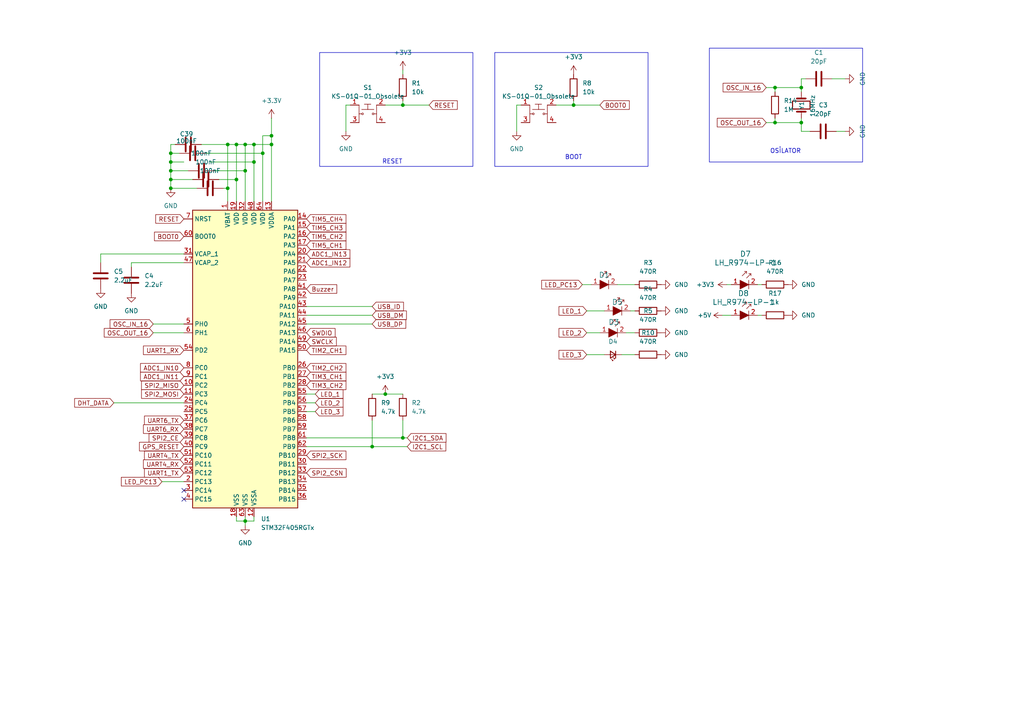
<source format=kicad_sch>
(kicad_sch
	(version 20250114)
	(generator "eeschema")
	(generator_version "9.0")
	(uuid "37e313bb-e138-45d6-a46b-9224b07194b6")
	(paper "A4")
	(lib_symbols
		(symbol "+3.3V_1"
			(power)
			(pin_numbers
				(hide yes)
			)
			(pin_names
				(offset 0)
				(hide yes)
			)
			(exclude_from_sim no)
			(in_bom yes)
			(on_board yes)
			(property "Reference" "#PWR"
				(at 0 -3.81 0)
				(effects
					(font
						(size 1.27 1.27)
					)
					(hide yes)
				)
			)
			(property "Value" "+3.3V"
				(at 0 3.556 0)
				(effects
					(font
						(size 1.27 1.27)
					)
				)
			)
			(property "Footprint" ""
				(at 0 0 0)
				(effects
					(font
						(size 1.27 1.27)
					)
					(hide yes)
				)
			)
			(property "Datasheet" ""
				(at 0 0 0)
				(effects
					(font
						(size 1.27 1.27)
					)
					(hide yes)
				)
			)
			(property "Description" "Power symbol creates a global label with name \"+3.3V\""
				(at 0 0 0)
				(effects
					(font
						(size 1.27 1.27)
					)
					(hide yes)
				)
			)
			(property "ki_keywords" "global power"
				(at 0 0 0)
				(effects
					(font
						(size 1.27 1.27)
					)
					(hide yes)
				)
			)
			(symbol "+3.3V_1_0_1"
				(polyline
					(pts
						(xy -0.762 1.27) (xy 0 2.54)
					)
					(stroke
						(width 0)
						(type default)
					)
					(fill
						(type none)
					)
				)
				(polyline
					(pts
						(xy 0 2.54) (xy 0.762 1.27)
					)
					(stroke
						(width 0)
						(type default)
					)
					(fill
						(type none)
					)
				)
				(polyline
					(pts
						(xy 0 0) (xy 0 2.54)
					)
					(stroke
						(width 0)
						(type default)
					)
					(fill
						(type none)
					)
				)
			)
			(symbol "+3.3V_1_1_1"
				(pin power_in line
					(at 0 0 90)
					(length 0)
					(name "~"
						(effects
							(font
								(size 1.27 1.27)
							)
						)
					)
					(number "1"
						(effects
							(font
								(size 1.27 1.27)
							)
						)
					)
				)
			)
			(embedded_fonts no)
		)
		(symbol "Device:C"
			(pin_numbers
				(hide yes)
			)
			(pin_names
				(offset 0.254)
			)
			(exclude_from_sim no)
			(in_bom yes)
			(on_board yes)
			(property "Reference" "C"
				(at 0.635 2.54 0)
				(effects
					(font
						(size 1.27 1.27)
					)
					(justify left)
				)
			)
			(property "Value" "C"
				(at 0.635 -2.54 0)
				(effects
					(font
						(size 1.27 1.27)
					)
					(justify left)
				)
			)
			(property "Footprint" ""
				(at 0.9652 -3.81 0)
				(effects
					(font
						(size 1.27 1.27)
					)
					(hide yes)
				)
			)
			(property "Datasheet" "~"
				(at 0 0 0)
				(effects
					(font
						(size 1.27 1.27)
					)
					(hide yes)
				)
			)
			(property "Description" "Unpolarized capacitor"
				(at 0 0 0)
				(effects
					(font
						(size 1.27 1.27)
					)
					(hide yes)
				)
			)
			(property "ki_keywords" "cap capacitor"
				(at 0 0 0)
				(effects
					(font
						(size 1.27 1.27)
					)
					(hide yes)
				)
			)
			(property "ki_fp_filters" "C_*"
				(at 0 0 0)
				(effects
					(font
						(size 1.27 1.27)
					)
					(hide yes)
				)
			)
			(symbol "C_0_1"
				(polyline
					(pts
						(xy -2.032 0.762) (xy 2.032 0.762)
					)
					(stroke
						(width 0.508)
						(type default)
					)
					(fill
						(type none)
					)
				)
				(polyline
					(pts
						(xy -2.032 -0.762) (xy 2.032 -0.762)
					)
					(stroke
						(width 0.508)
						(type default)
					)
					(fill
						(type none)
					)
				)
			)
			(symbol "C_1_1"
				(pin passive line
					(at 0 3.81 270)
					(length 2.794)
					(name "~"
						(effects
							(font
								(size 1.27 1.27)
							)
						)
					)
					(number "1"
						(effects
							(font
								(size 1.27 1.27)
							)
						)
					)
				)
				(pin passive line
					(at 0 -3.81 90)
					(length 2.794)
					(name "~"
						(effects
							(font
								(size 1.27 1.27)
							)
						)
					)
					(number "2"
						(effects
							(font
								(size 1.27 1.27)
							)
						)
					)
				)
			)
			(embedded_fonts no)
		)
		(symbol "Device:Crystal"
			(pin_numbers
				(hide yes)
			)
			(pin_names
				(offset 1.016)
				(hide yes)
			)
			(exclude_from_sim no)
			(in_bom yes)
			(on_board yes)
			(property "Reference" "Y"
				(at 0 3.81 0)
				(effects
					(font
						(size 1.27 1.27)
					)
				)
			)
			(property "Value" "Crystal"
				(at 0 -3.81 0)
				(effects
					(font
						(size 1.27 1.27)
					)
				)
			)
			(property "Footprint" ""
				(at 0 0 0)
				(effects
					(font
						(size 1.27 1.27)
					)
					(hide yes)
				)
			)
			(property "Datasheet" "~"
				(at 0 0 0)
				(effects
					(font
						(size 1.27 1.27)
					)
					(hide yes)
				)
			)
			(property "Description" "Two pin crystal"
				(at 0 0 0)
				(effects
					(font
						(size 1.27 1.27)
					)
					(hide yes)
				)
			)
			(property "ki_keywords" "quartz ceramic resonator oscillator"
				(at 0 0 0)
				(effects
					(font
						(size 1.27 1.27)
					)
					(hide yes)
				)
			)
			(property "ki_fp_filters" "Crystal*"
				(at 0 0 0)
				(effects
					(font
						(size 1.27 1.27)
					)
					(hide yes)
				)
			)
			(symbol "Crystal_0_1"
				(polyline
					(pts
						(xy -2.54 0) (xy -1.905 0)
					)
					(stroke
						(width 0)
						(type default)
					)
					(fill
						(type none)
					)
				)
				(polyline
					(pts
						(xy -1.905 -1.27) (xy -1.905 1.27)
					)
					(stroke
						(width 0.508)
						(type default)
					)
					(fill
						(type none)
					)
				)
				(rectangle
					(start -1.143 2.54)
					(end 1.143 -2.54)
					(stroke
						(width 0.3048)
						(type default)
					)
					(fill
						(type none)
					)
				)
				(polyline
					(pts
						(xy 1.905 -1.27) (xy 1.905 1.27)
					)
					(stroke
						(width 0.508)
						(type default)
					)
					(fill
						(type none)
					)
				)
				(polyline
					(pts
						(xy 2.54 0) (xy 1.905 0)
					)
					(stroke
						(width 0)
						(type default)
					)
					(fill
						(type none)
					)
				)
			)
			(symbol "Crystal_1_1"
				(pin passive line
					(at -3.81 0 0)
					(length 1.27)
					(name "1"
						(effects
							(font
								(size 1.27 1.27)
							)
						)
					)
					(number "1"
						(effects
							(font
								(size 1.27 1.27)
							)
						)
					)
				)
				(pin passive line
					(at 3.81 0 180)
					(length 1.27)
					(name "2"
						(effects
							(font
								(size 1.27 1.27)
							)
						)
					)
					(number "2"
						(effects
							(font
								(size 1.27 1.27)
							)
						)
					)
				)
			)
			(embedded_fonts no)
		)
		(symbol "Device:LED_Small"
			(pin_numbers
				(hide yes)
			)
			(pin_names
				(offset 0.254)
				(hide yes)
			)
			(exclude_from_sim no)
			(in_bom yes)
			(on_board yes)
			(property "Reference" "D"
				(at -1.27 3.175 0)
				(effects
					(font
						(size 1.27 1.27)
					)
					(justify left)
				)
			)
			(property "Value" "LED_Small"
				(at -4.445 -2.54 0)
				(effects
					(font
						(size 1.27 1.27)
					)
					(justify left)
				)
			)
			(property "Footprint" ""
				(at 0 0 90)
				(effects
					(font
						(size 1.27 1.27)
					)
					(hide yes)
				)
			)
			(property "Datasheet" "~"
				(at 0 0 90)
				(effects
					(font
						(size 1.27 1.27)
					)
					(hide yes)
				)
			)
			(property "Description" "Light emitting diode, small symbol"
				(at 0 0 0)
				(effects
					(font
						(size 1.27 1.27)
					)
					(hide yes)
				)
			)
			(property "ki_keywords" "LED diode light-emitting-diode"
				(at 0 0 0)
				(effects
					(font
						(size 1.27 1.27)
					)
					(hide yes)
				)
			)
			(property "ki_fp_filters" "LED* LED_SMD:* LED_THT:*"
				(at 0 0 0)
				(effects
					(font
						(size 1.27 1.27)
					)
					(hide yes)
				)
			)
			(symbol "LED_Small_0_1"
				(polyline
					(pts
						(xy -0.762 -1.016) (xy -0.762 1.016)
					)
					(stroke
						(width 0.254)
						(type default)
					)
					(fill
						(type none)
					)
				)
				(polyline
					(pts
						(xy 0 0.762) (xy -0.508 1.27) (xy -0.254 1.27) (xy -0.508 1.27) (xy -0.508 1.016)
					)
					(stroke
						(width 0)
						(type default)
					)
					(fill
						(type none)
					)
				)
				(polyline
					(pts
						(xy 0.508 1.27) (xy 0 1.778) (xy 0.254 1.778) (xy 0 1.778) (xy 0 1.524)
					)
					(stroke
						(width 0)
						(type default)
					)
					(fill
						(type none)
					)
				)
				(polyline
					(pts
						(xy 0.762 -1.016) (xy -0.762 0) (xy 0.762 1.016) (xy 0.762 -1.016)
					)
					(stroke
						(width 0.254)
						(type default)
					)
					(fill
						(type none)
					)
				)
				(polyline
					(pts
						(xy 1.016 0) (xy -0.762 0)
					)
					(stroke
						(width 0)
						(type default)
					)
					(fill
						(type none)
					)
				)
			)
			(symbol "LED_Small_1_1"
				(pin passive line
					(at -2.54 0 0)
					(length 1.778)
					(name "K"
						(effects
							(font
								(size 1.27 1.27)
							)
						)
					)
					(number "1"
						(effects
							(font
								(size 1.27 1.27)
							)
						)
					)
				)
				(pin passive line
					(at 2.54 0 180)
					(length 1.778)
					(name "A"
						(effects
							(font
								(size 1.27 1.27)
							)
						)
					)
					(number "2"
						(effects
							(font
								(size 1.27 1.27)
							)
						)
					)
				)
			)
			(embedded_fonts no)
		)
		(symbol "Device:R"
			(pin_numbers
				(hide yes)
			)
			(pin_names
				(offset 0)
			)
			(exclude_from_sim no)
			(in_bom yes)
			(on_board yes)
			(property "Reference" "R"
				(at 2.032 0 90)
				(effects
					(font
						(size 1.27 1.27)
					)
				)
			)
			(property "Value" "R"
				(at 0 0 90)
				(effects
					(font
						(size 1.27 1.27)
					)
				)
			)
			(property "Footprint" ""
				(at -1.778 0 90)
				(effects
					(font
						(size 1.27 1.27)
					)
					(hide yes)
				)
			)
			(property "Datasheet" "~"
				(at 0 0 0)
				(effects
					(font
						(size 1.27 1.27)
					)
					(hide yes)
				)
			)
			(property "Description" "Resistor"
				(at 0 0 0)
				(effects
					(font
						(size 1.27 1.27)
					)
					(hide yes)
				)
			)
			(property "ki_keywords" "R res resistor"
				(at 0 0 0)
				(effects
					(font
						(size 1.27 1.27)
					)
					(hide yes)
				)
			)
			(property "ki_fp_filters" "R_*"
				(at 0 0 0)
				(effects
					(font
						(size 1.27 1.27)
					)
					(hide yes)
				)
			)
			(symbol "R_0_1"
				(rectangle
					(start -1.016 -2.54)
					(end 1.016 2.54)
					(stroke
						(width 0.254)
						(type default)
					)
					(fill
						(type none)
					)
				)
			)
			(symbol "R_1_1"
				(pin passive line
					(at 0 3.81 270)
					(length 1.27)
					(name "~"
						(effects
							(font
								(size 1.27 1.27)
							)
						)
					)
					(number "1"
						(effects
							(font
								(size 1.27 1.27)
							)
						)
					)
				)
				(pin passive line
					(at 0 -3.81 90)
					(length 1.27)
					(name "~"
						(effects
							(font
								(size 1.27 1.27)
							)
						)
					)
					(number "2"
						(effects
							(font
								(size 1.27 1.27)
							)
						)
					)
				)
			)
			(embedded_fonts no)
		)
		(symbol "GND_1"
			(power)
			(pin_numbers
				(hide yes)
			)
			(pin_names
				(offset 0)
				(hide yes)
			)
			(exclude_from_sim no)
			(in_bom yes)
			(on_board yes)
			(property "Reference" "#PWR"
				(at 0 -6.35 0)
				(effects
					(font
						(size 1.27 1.27)
					)
					(hide yes)
				)
			)
			(property "Value" "GND"
				(at 0 -3.81 0)
				(effects
					(font
						(size 1.27 1.27)
					)
				)
			)
			(property "Footprint" ""
				(at 0 0 0)
				(effects
					(font
						(size 1.27 1.27)
					)
					(hide yes)
				)
			)
			(property "Datasheet" ""
				(at 0 0 0)
				(effects
					(font
						(size 1.27 1.27)
					)
					(hide yes)
				)
			)
			(property "Description" "Power symbol creates a global label with name \"GND\" , ground"
				(at 0 0 0)
				(effects
					(font
						(size 1.27 1.27)
					)
					(hide yes)
				)
			)
			(property "ki_keywords" "global power"
				(at 0 0 0)
				(effects
					(font
						(size 1.27 1.27)
					)
					(hide yes)
				)
			)
			(symbol "GND_1_0_1"
				(polyline
					(pts
						(xy 0 0) (xy 0 -1.27) (xy 1.27 -1.27) (xy 0 -2.54) (xy -1.27 -1.27) (xy 0 -1.27)
					)
					(stroke
						(width 0)
						(type default)
					)
					(fill
						(type none)
					)
				)
			)
			(symbol "GND_1_1_1"
				(pin power_in line
					(at 0 0 270)
					(length 0)
					(name "~"
						(effects
							(font
								(size 1.27 1.27)
							)
						)
					)
					(number "1"
						(effects
							(font
								(size 1.27 1.27)
							)
						)
					)
				)
			)
			(embedded_fonts no)
		)
		(symbol "MCU_ST_STM32F4:STM32F405RGTx"
			(exclude_from_sim no)
			(in_bom yes)
			(on_board yes)
			(property "Reference" "U"
				(at -15.24 44.45 0)
				(effects
					(font
						(size 1.27 1.27)
					)
					(justify left)
				)
			)
			(property "Value" "STM32F405RGTx"
				(at 10.16 44.45 0)
				(effects
					(font
						(size 1.27 1.27)
					)
					(justify left)
				)
			)
			(property "Footprint" "Package_QFP:LQFP-64_10x10mm_P0.5mm"
				(at -15.24 -43.18 0)
				(effects
					(font
						(size 1.27 1.27)
					)
					(justify right)
					(hide yes)
				)
			)
			(property "Datasheet" "http://www.st.com/st-web-ui/static/active/en/resource/technical/document/datasheet/DM00037051.pdf"
				(at 0 0 0)
				(effects
					(font
						(size 1.27 1.27)
					)
					(hide yes)
				)
			)
			(property "Description" "ARM Cortex-M4 MCU, 1024KB flash, 128KB RAM, 168MHz, 1.8-3.6V, 51 GPIO, LQFP-64"
				(at 0 0 0)
				(effects
					(font
						(size 1.27 1.27)
					)
					(hide yes)
				)
			)
			(property "ki_keywords" "ARM Cortex-M4 STM32F4 STM32F405/415"
				(at 0 0 0)
				(effects
					(font
						(size 1.27 1.27)
					)
					(hide yes)
				)
			)
			(property "ki_fp_filters" "LQFP*10x10mm*P0.5mm*"
				(at 0 0 0)
				(effects
					(font
						(size 1.27 1.27)
					)
					(hide yes)
				)
			)
			(symbol "STM32F405RGTx_0_1"
				(rectangle
					(start -15.24 -43.18)
					(end 15.24 43.18)
					(stroke
						(width 0.254)
						(type default)
					)
					(fill
						(type background)
					)
				)
			)
			(symbol "STM32F405RGTx_1_1"
				(pin input line
					(at -17.78 40.64 0)
					(length 2.54)
					(name "NRST"
						(effects
							(font
								(size 1.27 1.27)
							)
						)
					)
					(number "7"
						(effects
							(font
								(size 1.27 1.27)
							)
						)
					)
				)
				(pin input line
					(at -17.78 35.56 0)
					(length 2.54)
					(name "BOOT0"
						(effects
							(font
								(size 1.27 1.27)
							)
						)
					)
					(number "60"
						(effects
							(font
								(size 1.27 1.27)
							)
						)
					)
				)
				(pin power_in line
					(at -17.78 30.48 0)
					(length 2.54)
					(name "VCAP_1"
						(effects
							(font
								(size 1.27 1.27)
							)
						)
					)
					(number "31"
						(effects
							(font
								(size 1.27 1.27)
							)
						)
					)
				)
				(pin power_in line
					(at -17.78 27.94 0)
					(length 2.54)
					(name "VCAP_2"
						(effects
							(font
								(size 1.27 1.27)
							)
						)
					)
					(number "47"
						(effects
							(font
								(size 1.27 1.27)
							)
						)
					)
				)
				(pin input line
					(at -17.78 10.16 0)
					(length 2.54)
					(name "PH0"
						(effects
							(font
								(size 1.27 1.27)
							)
						)
					)
					(number "5"
						(effects
							(font
								(size 1.27 1.27)
							)
						)
					)
				)
				(pin input line
					(at -17.78 7.62 0)
					(length 2.54)
					(name "PH1"
						(effects
							(font
								(size 1.27 1.27)
							)
						)
					)
					(number "6"
						(effects
							(font
								(size 1.27 1.27)
							)
						)
					)
				)
				(pin bidirectional line
					(at -17.78 2.54 0)
					(length 2.54)
					(name "PD2"
						(effects
							(font
								(size 1.27 1.27)
							)
						)
					)
					(number "54"
						(effects
							(font
								(size 1.27 1.27)
							)
						)
					)
				)
				(pin bidirectional line
					(at -17.78 -2.54 0)
					(length 2.54)
					(name "PC0"
						(effects
							(font
								(size 1.27 1.27)
							)
						)
					)
					(number "8"
						(effects
							(font
								(size 1.27 1.27)
							)
						)
					)
				)
				(pin bidirectional line
					(at -17.78 -5.08 0)
					(length 2.54)
					(name "PC1"
						(effects
							(font
								(size 1.27 1.27)
							)
						)
					)
					(number "9"
						(effects
							(font
								(size 1.27 1.27)
							)
						)
					)
				)
				(pin bidirectional line
					(at -17.78 -7.62 0)
					(length 2.54)
					(name "PC2"
						(effects
							(font
								(size 1.27 1.27)
							)
						)
					)
					(number "10"
						(effects
							(font
								(size 1.27 1.27)
							)
						)
					)
				)
				(pin bidirectional line
					(at -17.78 -10.16 0)
					(length 2.54)
					(name "PC3"
						(effects
							(font
								(size 1.27 1.27)
							)
						)
					)
					(number "11"
						(effects
							(font
								(size 1.27 1.27)
							)
						)
					)
				)
				(pin bidirectional line
					(at -17.78 -12.7 0)
					(length 2.54)
					(name "PC4"
						(effects
							(font
								(size 1.27 1.27)
							)
						)
					)
					(number "24"
						(effects
							(font
								(size 1.27 1.27)
							)
						)
					)
				)
				(pin bidirectional line
					(at -17.78 -15.24 0)
					(length 2.54)
					(name "PC5"
						(effects
							(font
								(size 1.27 1.27)
							)
						)
					)
					(number "25"
						(effects
							(font
								(size 1.27 1.27)
							)
						)
					)
				)
				(pin bidirectional line
					(at -17.78 -17.78 0)
					(length 2.54)
					(name "PC6"
						(effects
							(font
								(size 1.27 1.27)
							)
						)
					)
					(number "37"
						(effects
							(font
								(size 1.27 1.27)
							)
						)
					)
				)
				(pin bidirectional line
					(at -17.78 -20.32 0)
					(length 2.54)
					(name "PC7"
						(effects
							(font
								(size 1.27 1.27)
							)
						)
					)
					(number "38"
						(effects
							(font
								(size 1.27 1.27)
							)
						)
					)
				)
				(pin bidirectional line
					(at -17.78 -22.86 0)
					(length 2.54)
					(name "PC8"
						(effects
							(font
								(size 1.27 1.27)
							)
						)
					)
					(number "39"
						(effects
							(font
								(size 1.27 1.27)
							)
						)
					)
				)
				(pin bidirectional line
					(at -17.78 -25.4 0)
					(length 2.54)
					(name "PC9"
						(effects
							(font
								(size 1.27 1.27)
							)
						)
					)
					(number "40"
						(effects
							(font
								(size 1.27 1.27)
							)
						)
					)
				)
				(pin bidirectional line
					(at -17.78 -27.94 0)
					(length 2.54)
					(name "PC10"
						(effects
							(font
								(size 1.27 1.27)
							)
						)
					)
					(number "51"
						(effects
							(font
								(size 1.27 1.27)
							)
						)
					)
				)
				(pin bidirectional line
					(at -17.78 -30.48 0)
					(length 2.54)
					(name "PC11"
						(effects
							(font
								(size 1.27 1.27)
							)
						)
					)
					(number "52"
						(effects
							(font
								(size 1.27 1.27)
							)
						)
					)
				)
				(pin bidirectional line
					(at -17.78 -33.02 0)
					(length 2.54)
					(name "PC12"
						(effects
							(font
								(size 1.27 1.27)
							)
						)
					)
					(number "53"
						(effects
							(font
								(size 1.27 1.27)
							)
						)
					)
				)
				(pin bidirectional line
					(at -17.78 -35.56 0)
					(length 2.54)
					(name "PC13"
						(effects
							(font
								(size 1.27 1.27)
							)
						)
					)
					(number "2"
						(effects
							(font
								(size 1.27 1.27)
							)
						)
					)
				)
				(pin bidirectional line
					(at -17.78 -38.1 0)
					(length 2.54)
					(name "PC14"
						(effects
							(font
								(size 1.27 1.27)
							)
						)
					)
					(number "3"
						(effects
							(font
								(size 1.27 1.27)
							)
						)
					)
				)
				(pin bidirectional line
					(at -17.78 -40.64 0)
					(length 2.54)
					(name "PC15"
						(effects
							(font
								(size 1.27 1.27)
							)
						)
					)
					(number "4"
						(effects
							(font
								(size 1.27 1.27)
							)
						)
					)
				)
				(pin power_in line
					(at -5.08 45.72 270)
					(length 2.54)
					(name "VBAT"
						(effects
							(font
								(size 1.27 1.27)
							)
						)
					)
					(number "1"
						(effects
							(font
								(size 1.27 1.27)
							)
						)
					)
				)
				(pin power_in line
					(at -2.54 45.72 270)
					(length 2.54)
					(name "VDD"
						(effects
							(font
								(size 1.27 1.27)
							)
						)
					)
					(number "19"
						(effects
							(font
								(size 1.27 1.27)
							)
						)
					)
				)
				(pin power_in line
					(at -2.54 -45.72 90)
					(length 2.54)
					(name "VSS"
						(effects
							(font
								(size 1.27 1.27)
							)
						)
					)
					(number "18"
						(effects
							(font
								(size 1.27 1.27)
							)
						)
					)
				)
				(pin power_in line
					(at 0 45.72 270)
					(length 2.54)
					(name "VDD"
						(effects
							(font
								(size 1.27 1.27)
							)
						)
					)
					(number "32"
						(effects
							(font
								(size 1.27 1.27)
							)
						)
					)
				)
				(pin power_in line
					(at 0 -45.72 90)
					(length 2.54)
					(name "VSS"
						(effects
							(font
								(size 1.27 1.27)
							)
						)
					)
					(number "63"
						(effects
							(font
								(size 1.27 1.27)
							)
						)
					)
				)
				(pin power_in line
					(at 2.54 45.72 270)
					(length 2.54)
					(name "VDD"
						(effects
							(font
								(size 1.27 1.27)
							)
						)
					)
					(number "48"
						(effects
							(font
								(size 1.27 1.27)
							)
						)
					)
				)
				(pin power_in line
					(at 2.54 -45.72 90)
					(length 2.54)
					(name "VSSA"
						(effects
							(font
								(size 1.27 1.27)
							)
						)
					)
					(number "12"
						(effects
							(font
								(size 1.27 1.27)
							)
						)
					)
				)
				(pin power_in line
					(at 5.08 45.72 270)
					(length 2.54)
					(name "VDD"
						(effects
							(font
								(size 1.27 1.27)
							)
						)
					)
					(number "64"
						(effects
							(font
								(size 1.27 1.27)
							)
						)
					)
				)
				(pin power_in line
					(at 7.62 45.72 270)
					(length 2.54)
					(name "VDDA"
						(effects
							(font
								(size 1.27 1.27)
							)
						)
					)
					(number "13"
						(effects
							(font
								(size 1.27 1.27)
							)
						)
					)
				)
				(pin bidirectional line
					(at 17.78 40.64 180)
					(length 2.54)
					(name "PA0"
						(effects
							(font
								(size 1.27 1.27)
							)
						)
					)
					(number "14"
						(effects
							(font
								(size 1.27 1.27)
							)
						)
					)
				)
				(pin bidirectional line
					(at 17.78 38.1 180)
					(length 2.54)
					(name "PA1"
						(effects
							(font
								(size 1.27 1.27)
							)
						)
					)
					(number "15"
						(effects
							(font
								(size 1.27 1.27)
							)
						)
					)
				)
				(pin bidirectional line
					(at 17.78 35.56 180)
					(length 2.54)
					(name "PA2"
						(effects
							(font
								(size 1.27 1.27)
							)
						)
					)
					(number "16"
						(effects
							(font
								(size 1.27 1.27)
							)
						)
					)
				)
				(pin bidirectional line
					(at 17.78 33.02 180)
					(length 2.54)
					(name "PA3"
						(effects
							(font
								(size 1.27 1.27)
							)
						)
					)
					(number "17"
						(effects
							(font
								(size 1.27 1.27)
							)
						)
					)
				)
				(pin bidirectional line
					(at 17.78 30.48 180)
					(length 2.54)
					(name "PA4"
						(effects
							(font
								(size 1.27 1.27)
							)
						)
					)
					(number "20"
						(effects
							(font
								(size 1.27 1.27)
							)
						)
					)
				)
				(pin bidirectional line
					(at 17.78 27.94 180)
					(length 2.54)
					(name "PA5"
						(effects
							(font
								(size 1.27 1.27)
							)
						)
					)
					(number "21"
						(effects
							(font
								(size 1.27 1.27)
							)
						)
					)
				)
				(pin bidirectional line
					(at 17.78 25.4 180)
					(length 2.54)
					(name "PA6"
						(effects
							(font
								(size 1.27 1.27)
							)
						)
					)
					(number "22"
						(effects
							(font
								(size 1.27 1.27)
							)
						)
					)
				)
				(pin bidirectional line
					(at 17.78 22.86 180)
					(length 2.54)
					(name "PA7"
						(effects
							(font
								(size 1.27 1.27)
							)
						)
					)
					(number "23"
						(effects
							(font
								(size 1.27 1.27)
							)
						)
					)
				)
				(pin bidirectional line
					(at 17.78 20.32 180)
					(length 2.54)
					(name "PA8"
						(effects
							(font
								(size 1.27 1.27)
							)
						)
					)
					(number "41"
						(effects
							(font
								(size 1.27 1.27)
							)
						)
					)
				)
				(pin bidirectional line
					(at 17.78 17.78 180)
					(length 2.54)
					(name "PA9"
						(effects
							(font
								(size 1.27 1.27)
							)
						)
					)
					(number "42"
						(effects
							(font
								(size 1.27 1.27)
							)
						)
					)
				)
				(pin bidirectional line
					(at 17.78 15.24 180)
					(length 2.54)
					(name "PA10"
						(effects
							(font
								(size 1.27 1.27)
							)
						)
					)
					(number "43"
						(effects
							(font
								(size 1.27 1.27)
							)
						)
					)
				)
				(pin bidirectional line
					(at 17.78 12.7 180)
					(length 2.54)
					(name "PA11"
						(effects
							(font
								(size 1.27 1.27)
							)
						)
					)
					(number "44"
						(effects
							(font
								(size 1.27 1.27)
							)
						)
					)
				)
				(pin bidirectional line
					(at 17.78 10.16 180)
					(length 2.54)
					(name "PA12"
						(effects
							(font
								(size 1.27 1.27)
							)
						)
					)
					(number "45"
						(effects
							(font
								(size 1.27 1.27)
							)
						)
					)
				)
				(pin bidirectional line
					(at 17.78 7.62 180)
					(length 2.54)
					(name "PA13"
						(effects
							(font
								(size 1.27 1.27)
							)
						)
					)
					(number "46"
						(effects
							(font
								(size 1.27 1.27)
							)
						)
					)
				)
				(pin bidirectional line
					(at 17.78 5.08 180)
					(length 2.54)
					(name "PA14"
						(effects
							(font
								(size 1.27 1.27)
							)
						)
					)
					(number "49"
						(effects
							(font
								(size 1.27 1.27)
							)
						)
					)
				)
				(pin bidirectional line
					(at 17.78 2.54 180)
					(length 2.54)
					(name "PA15"
						(effects
							(font
								(size 1.27 1.27)
							)
						)
					)
					(number "50"
						(effects
							(font
								(size 1.27 1.27)
							)
						)
					)
				)
				(pin bidirectional line
					(at 17.78 -2.54 180)
					(length 2.54)
					(name "PB0"
						(effects
							(font
								(size 1.27 1.27)
							)
						)
					)
					(number "26"
						(effects
							(font
								(size 1.27 1.27)
							)
						)
					)
				)
				(pin bidirectional line
					(at 17.78 -5.08 180)
					(length 2.54)
					(name "PB1"
						(effects
							(font
								(size 1.27 1.27)
							)
						)
					)
					(number "27"
						(effects
							(font
								(size 1.27 1.27)
							)
						)
					)
				)
				(pin bidirectional line
					(at 17.78 -7.62 180)
					(length 2.54)
					(name "PB2"
						(effects
							(font
								(size 1.27 1.27)
							)
						)
					)
					(number "28"
						(effects
							(font
								(size 1.27 1.27)
							)
						)
					)
				)
				(pin bidirectional line
					(at 17.78 -10.16 180)
					(length 2.54)
					(name "PB3"
						(effects
							(font
								(size 1.27 1.27)
							)
						)
					)
					(number "55"
						(effects
							(font
								(size 1.27 1.27)
							)
						)
					)
				)
				(pin bidirectional line
					(at 17.78 -12.7 180)
					(length 2.54)
					(name "PB4"
						(effects
							(font
								(size 1.27 1.27)
							)
						)
					)
					(number "56"
						(effects
							(font
								(size 1.27 1.27)
							)
						)
					)
				)
				(pin bidirectional line
					(at 17.78 -15.24 180)
					(length 2.54)
					(name "PB5"
						(effects
							(font
								(size 1.27 1.27)
							)
						)
					)
					(number "57"
						(effects
							(font
								(size 1.27 1.27)
							)
						)
					)
				)
				(pin bidirectional line
					(at 17.78 -17.78 180)
					(length 2.54)
					(name "PB6"
						(effects
							(font
								(size 1.27 1.27)
							)
						)
					)
					(number "58"
						(effects
							(font
								(size 1.27 1.27)
							)
						)
					)
				)
				(pin bidirectional line
					(at 17.78 -20.32 180)
					(length 2.54)
					(name "PB7"
						(effects
							(font
								(size 1.27 1.27)
							)
						)
					)
					(number "59"
						(effects
							(font
								(size 1.27 1.27)
							)
						)
					)
				)
				(pin bidirectional line
					(at 17.78 -22.86 180)
					(length 2.54)
					(name "PB8"
						(effects
							(font
								(size 1.27 1.27)
							)
						)
					)
					(number "61"
						(effects
							(font
								(size 1.27 1.27)
							)
						)
					)
				)
				(pin bidirectional line
					(at 17.78 -25.4 180)
					(length 2.54)
					(name "PB9"
						(effects
							(font
								(size 1.27 1.27)
							)
						)
					)
					(number "62"
						(effects
							(font
								(size 1.27 1.27)
							)
						)
					)
				)
				(pin bidirectional line
					(at 17.78 -27.94 180)
					(length 2.54)
					(name "PB10"
						(effects
							(font
								(size 1.27 1.27)
							)
						)
					)
					(number "29"
						(effects
							(font
								(size 1.27 1.27)
							)
						)
					)
				)
				(pin bidirectional line
					(at 17.78 -30.48 180)
					(length 2.54)
					(name "PB11"
						(effects
							(font
								(size 1.27 1.27)
							)
						)
					)
					(number "30"
						(effects
							(font
								(size 1.27 1.27)
							)
						)
					)
				)
				(pin bidirectional line
					(at 17.78 -33.02 180)
					(length 2.54)
					(name "PB12"
						(effects
							(font
								(size 1.27 1.27)
							)
						)
					)
					(number "33"
						(effects
							(font
								(size 1.27 1.27)
							)
						)
					)
				)
				(pin bidirectional line
					(at 17.78 -35.56 180)
					(length 2.54)
					(name "PB13"
						(effects
							(font
								(size 1.27 1.27)
							)
						)
					)
					(number "34"
						(effects
							(font
								(size 1.27 1.27)
							)
						)
					)
				)
				(pin bidirectional line
					(at 17.78 -38.1 180)
					(length 2.54)
					(name "PB14"
						(effects
							(font
								(size 1.27 1.27)
							)
						)
					)
					(number "35"
						(effects
							(font
								(size 1.27 1.27)
							)
						)
					)
				)
				(pin bidirectional line
					(at 17.78 -40.64 180)
					(length 2.54)
					(name "PB15"
						(effects
							(font
								(size 1.27 1.27)
							)
						)
					)
					(number "36"
						(effects
							(font
								(size 1.27 1.27)
							)
						)
					)
				)
			)
			(embedded_fonts no)
		)
		(symbol "dk_LED-Indication-Discrete:LH_R974-LP-1"
			(pin_names
				(offset 0)
			)
			(exclude_from_sim no)
			(in_bom yes)
			(on_board yes)
			(property "Reference" "D"
				(at -3.81 3.81 0)
				(effects
					(font
						(size 1.524 1.524)
					)
				)
			)
			(property "Value" "LH_R974-LP-1"
				(at -1.27 -3.81 0)
				(effects
					(font
						(size 1.524 1.524)
					)
				)
			)
			(property "Footprint" "digikey-footprints:0805"
				(at 5.08 5.08 0)
				(effects
					(font
						(size 1.524 1.524)
					)
					(justify left)
					(hide yes)
				)
			)
			(property "Datasheet" "https://dammedia.osram.info/media/resource/hires/osram-dam-2493888/LH%20R974.pdf"
				(at 5.08 7.62 0)
				(effects
					(font
						(size 1.524 1.524)
					)
					(justify left)
					(hide yes)
				)
			)
			(property "Description" "LED RED DIFFUSED 0805 SMD"
				(at 0 0 0)
				(effects
					(font
						(size 1.27 1.27)
					)
					(hide yes)
				)
			)
			(property "Digi-Key_PN" "475-1415-1-ND"
				(at 5.08 10.16 0)
				(effects
					(font
						(size 1.524 1.524)
					)
					(justify left)
					(hide yes)
				)
			)
			(property "MPN" "LH R974-LP-1"
				(at 5.08 12.7 0)
				(effects
					(font
						(size 1.524 1.524)
					)
					(justify left)
					(hide yes)
				)
			)
			(property "Category" "Optoelectronics"
				(at 5.08 15.24 0)
				(effects
					(font
						(size 1.524 1.524)
					)
					(justify left)
					(hide yes)
				)
			)
			(property "Family" "LED Indication - Discrete"
				(at 5.08 17.78 0)
				(effects
					(font
						(size 1.524 1.524)
					)
					(justify left)
					(hide yes)
				)
			)
			(property "DK_Datasheet_Link" "https://dammedia.osram.info/media/resource/hires/osram-dam-2493888/LH%20R974.pdf"
				(at 5.08 20.32 0)
				(effects
					(font
						(size 1.524 1.524)
					)
					(justify left)
					(hide yes)
				)
			)
			(property "DK_Detail_Page" "/product-detail/en/osram-opto-semiconductors-inc/LH-R974-LP-1/475-1415-1-ND/1802604"
				(at 5.08 22.86 0)
				(effects
					(font
						(size 1.524 1.524)
					)
					(justify left)
					(hide yes)
				)
			)
			(property "Description_1" "LED RED DIFFUSED 0805 SMD"
				(at 5.08 25.4 0)
				(effects
					(font
						(size 1.524 1.524)
					)
					(justify left)
					(hide yes)
				)
			)
			(property "Manufacturer" "OSRAM Opto Semiconductors Inc."
				(at 5.08 27.94 0)
				(effects
					(font
						(size 1.524 1.524)
					)
					(justify left)
					(hide yes)
				)
			)
			(property "Status" "Active"
				(at 5.08 30.48 0)
				(effects
					(font
						(size 1.524 1.524)
					)
					(justify left)
					(hide yes)
				)
			)
			(property "ki_keywords" "475-1415-1-ND CHIPLED 0805"
				(at 0 0 0)
				(effects
					(font
						(size 1.27 1.27)
					)
					(hide yes)
				)
			)
			(symbol "LH_R974-LP-1_0_1"
				(polyline
					(pts
						(xy -2.54 1.27) (xy -2.54 -1.27) (xy 0 0) (xy -2.54 1.27)
					)
					(stroke
						(width 0)
						(type solid)
					)
					(fill
						(type outline)
					)
				)
				(polyline
					(pts
						(xy -1.27 3.81) (xy -0.635 3.81) (xy -0.635 3.175)
					)
					(stroke
						(width 0)
						(type solid)
					)
					(fill
						(type none)
					)
				)
				(polyline
					(pts
						(xy -0.635 3.81) (xy -1.905 2.54)
					)
					(stroke
						(width 0)
						(type solid)
					)
					(fill
						(type none)
					)
				)
				(polyline
					(pts
						(xy 0 3.175) (xy 0.635 3.175) (xy 0.635 2.54)
					)
					(stroke
						(width 0)
						(type solid)
					)
					(fill
						(type none)
					)
				)
				(polyline
					(pts
						(xy 0 1.27) (xy 0 -1.27)
					)
					(stroke
						(width 0)
						(type solid)
					)
					(fill
						(type none)
					)
				)
				(polyline
					(pts
						(xy 0.635 3.175) (xy -0.635 1.905)
					)
					(stroke
						(width 0)
						(type solid)
					)
					(fill
						(type none)
					)
				)
			)
			(symbol "LH_R974-LP-1_1_1"
				(pin passive line
					(at -5.08 0 0)
					(length 2.54)
					(name "~"
						(effects
							(font
								(size 1.27 1.27)
							)
						)
					)
					(number "1"
						(effects
							(font
								(size 1.27 1.27)
							)
						)
					)
				)
				(pin passive line
					(at 2.54 0 180)
					(length 2.54)
					(name "~"
						(effects
							(font
								(size 1.27 1.27)
							)
						)
					)
					(number "2"
						(effects
							(font
								(size 1.27 1.27)
							)
						)
					)
				)
			)
			(embedded_fonts no)
		)
		(symbol "dk_LED-Indication-Discrete:LTST-C170TBKT"
			(pin_names
				(offset 0)
			)
			(exclude_from_sim no)
			(in_bom yes)
			(on_board yes)
			(property "Reference" "D"
				(at -3.81 2.54 0)
				(effects
					(font
						(size 1.524 1.524)
					)
				)
			)
			(property "Value" "LTST-C170TBKT"
				(at 0 -3.81 0)
				(effects
					(font
						(size 1.524 1.524)
					)
				)
			)
			(property "Footprint" "digikey-footprints:0805"
				(at 5.08 5.08 0)
				(effects
					(font
						(size 1.524 1.524)
					)
					(justify left)
					(hide yes)
				)
			)
			(property "Datasheet" "http://optoelectronics.liteon.com/upload/download/DS-22-99-0226/LTST-C170TBKT.pdf"
				(at 5.08 7.62 0)
				(effects
					(font
						(size 1.524 1.524)
					)
					(justify left)
					(hide yes)
				)
			)
			(property "Description" "LED BLUE CLEAR SMD"
				(at 0 0 0)
				(effects
					(font
						(size 1.27 1.27)
					)
					(hide yes)
				)
			)
			(property "Digi-Key_PN" "160-1579-1-ND"
				(at 5.08 10.16 0)
				(effects
					(font
						(size 1.524 1.524)
					)
					(justify left)
					(hide yes)
				)
			)
			(property "MPN" "LTST-C170TBKT"
				(at 5.08 12.7 0)
				(effects
					(font
						(size 1.524 1.524)
					)
					(justify left)
					(hide yes)
				)
			)
			(property "Category" "Optoelectronics"
				(at 5.08 15.24 0)
				(effects
					(font
						(size 1.524 1.524)
					)
					(justify left)
					(hide yes)
				)
			)
			(property "Family" "LED Indication - Discrete"
				(at 5.08 17.78 0)
				(effects
					(font
						(size 1.524 1.524)
					)
					(justify left)
					(hide yes)
				)
			)
			(property "DK_Datasheet_Link" "http://optoelectronics.liteon.com/upload/download/DS-22-99-0226/LTST-C170TBKT.pdf"
				(at 5.08 20.32 0)
				(effects
					(font
						(size 1.524 1.524)
					)
					(justify left)
					(hide yes)
				)
			)
			(property "DK_Detail_Page" "/product-detail/en/lite-on-inc/LTST-C170TBKT/160-1579-1-ND/564889"
				(at 5.08 22.86 0)
				(effects
					(font
						(size 1.524 1.524)
					)
					(justify left)
					(hide yes)
				)
			)
			(property "Description_1" "LED BLUE CLEAR SMD"
				(at 5.08 25.4 0)
				(effects
					(font
						(size 1.524 1.524)
					)
					(justify left)
					(hide yes)
				)
			)
			(property "Manufacturer" "Lite-On Inc."
				(at 5.08 27.94 0)
				(effects
					(font
						(size 1.524 1.524)
					)
					(justify left)
					(hide yes)
				)
			)
			(property "Status" "Active"
				(at 5.08 30.48 0)
				(effects
					(font
						(size 1.524 1.524)
					)
					(justify left)
					(hide yes)
				)
			)
			(property "ki_keywords" "160-1579-1-ND"
				(at 0 0 0)
				(effects
					(font
						(size 1.27 1.27)
					)
					(hide yes)
				)
			)
			(symbol "LTST-C170TBKT_0_1"
				(polyline
					(pts
						(xy -2.54 1.27) (xy -2.54 -1.27) (xy 0 0) (xy -2.54 1.27)
					)
					(stroke
						(width 0)
						(type solid)
					)
					(fill
						(type outline)
					)
				)
				(polyline
					(pts
						(xy -1.27 3.81) (xy -0.635 3.81) (xy -0.635 3.175)
					)
					(stroke
						(width 0)
						(type solid)
					)
					(fill
						(type none)
					)
				)
				(polyline
					(pts
						(xy -0.635 3.81) (xy -1.905 2.54)
					)
					(stroke
						(width 0)
						(type solid)
					)
					(fill
						(type none)
					)
				)
				(polyline
					(pts
						(xy 0 3.175) (xy 0.635 3.175) (xy 0.635 2.54)
					)
					(stroke
						(width 0)
						(type solid)
					)
					(fill
						(type none)
					)
				)
				(polyline
					(pts
						(xy 0 1.27) (xy 0 -1.27)
					)
					(stroke
						(width 0)
						(type solid)
					)
					(fill
						(type none)
					)
				)
				(polyline
					(pts
						(xy 0.635 3.175) (xy -0.635 1.905)
					)
					(stroke
						(width 0)
						(type solid)
					)
					(fill
						(type none)
					)
				)
			)
			(symbol "LTST-C170TBKT_1_1"
				(pin passive line
					(at -5.08 0 0)
					(length 2.54)
					(name "~"
						(effects
							(font
								(size 1.27 1.27)
							)
						)
					)
					(number "1"
						(effects
							(font
								(size 1.27 1.27)
							)
						)
					)
				)
				(pin passive line
					(at 2.54 0 180)
					(length 2.54)
					(name "~"
						(effects
							(font
								(size 1.27 1.27)
							)
						)
					)
					(number "2"
						(effects
							(font
								(size 1.27 1.27)
							)
						)
					)
				)
			)
			(embedded_fonts no)
		)
		(symbol "dk_Pushbutton-Switches:KS-01Q-01_Obsolete"
			(pin_names
				(offset 1.016)
			)
			(exclude_from_sim no)
			(in_bom yes)
			(on_board yes)
			(property "Reference" "S"
				(at 0 5.08 0)
				(effects
					(font
						(size 1.27 1.27)
					)
				)
			)
			(property "Value" "KS-01Q-01_Obsolete"
				(at 0 -4.445 0)
				(effects
					(font
						(size 1.27 1.27)
					)
				)
			)
			(property "Footprint" "digikey-footprints:PushButton_Round_D12mm_THT_KS-01Q-01"
				(at 5.08 5.08 0)
				(effects
					(font
						(size 1.27 1.27)
					)
					(justify left)
					(hide yes)
				)
			)
			(property "Datasheet" "http://spec_sheets.e-switch.com/specs/29-KS01Q01.pdf"
				(at 5.08 7.62 0)
				(effects
					(font
						(size 1.524 1.524)
					)
					(justify left)
					(hide yes)
				)
			)
			(property "Description" "SWITCH PUSH SPST-NO 0.01A 35V"
				(at 0 0 0)
				(effects
					(font
						(size 1.27 1.27)
					)
					(hide yes)
				)
			)
			(property "Digi-Key_PN" "EG4791-ND"
				(at 5.08 10.16 0)
				(effects
					(font
						(size 1.524 1.524)
					)
					(justify left)
					(hide yes)
				)
			)
			(property "MPN" "KS-01Q-01"
				(at 5.08 12.7 0)
				(effects
					(font
						(size 1.524 1.524)
					)
					(justify left)
					(hide yes)
				)
			)
			(property "Category" "Switches"
				(at 5.08 15.24 0)
				(effects
					(font
						(size 1.524 1.524)
					)
					(justify left)
					(hide yes)
				)
			)
			(property "Family" "Pushbutton Switches"
				(at 5.08 17.78 0)
				(effects
					(font
						(size 1.524 1.524)
					)
					(justify left)
					(hide yes)
				)
			)
			(property "DK_Datasheet_Link" "http://spec_sheets.e-switch.com/specs/29-KS01Q01.pdf"
				(at 5.08 20.32 0)
				(effects
					(font
						(size 1.524 1.524)
					)
					(justify left)
					(hide yes)
				)
			)
			(property "DK_Detail_Page" "/product-detail/en/e-switch/KS-01Q-01/EG4791-ND/2116270"
				(at 5.08 22.86 0)
				(effects
					(font
						(size 1.524 1.524)
					)
					(justify left)
					(hide yes)
				)
			)
			(property "Description_1" "SWITCH PUSH SPST-NO 0.01A 35V"
				(at 5.08 25.4 0)
				(effects
					(font
						(size 1.524 1.524)
					)
					(justify left)
					(hide yes)
				)
			)
			(property "Manufacturer" "E-Switch"
				(at 5.08 27.94 0)
				(effects
					(font
						(size 1.524 1.524)
					)
					(justify left)
					(hide yes)
				)
			)
			(property "Status" "Obsolete NonStock"
				(at 5.08 30.48 0)
				(effects
					(font
						(size 1.524 1.524)
					)
					(justify left)
					(hide yes)
				)
			)
			(property "ki_keywords" "EG4791-ND KS, LAMB"
				(at 0 0 0)
				(effects
					(font
						(size 1.27 1.27)
					)
					(hide yes)
				)
			)
			(symbol "KS-01Q-01_Obsolete_0_1"
				(polyline
					(pts
						(xy -2.54 2.54) (xy -2.54 -2.54)
					)
					(stroke
						(width 0)
						(type solid)
					)
					(fill
						(type none)
					)
				)
				(polyline
					(pts
						(xy -1.778 1.27) (xy 1.778 1.27)
					)
					(stroke
						(width 0)
						(type solid)
					)
					(fill
						(type none)
					)
				)
				(polyline
					(pts
						(xy -1.778 0) (xy -2.54 0)
					)
					(stroke
						(width 0)
						(type solid)
					)
					(fill
						(type none)
					)
				)
				(circle
					(center -1.524 0)
					(radius 0.254)
					(stroke
						(width 0)
						(type solid)
					)
					(fill
						(type none)
					)
				)
				(circle
					(center 1.524 0)
					(radius 0.254)
					(stroke
						(width 0)
						(type solid)
					)
					(fill
						(type none)
					)
				)
				(polyline
					(pts
						(xy 2.54 0) (xy 1.778 0)
					)
					(stroke
						(width 0)
						(type solid)
					)
					(fill
						(type none)
					)
				)
				(polyline
					(pts
						(xy 2.54 -2.54) (xy 2.54 2.54)
					)
					(stroke
						(width 0)
						(type solid)
					)
					(fill
						(type none)
					)
				)
			)
			(symbol "KS-01Q-01_Obsolete_1_1"
				(polyline
					(pts
						(xy -1.016 2.794) (xy 0.889 2.794)
					)
					(stroke
						(width 0)
						(type solid)
					)
					(fill
						(type none)
					)
				)
				(polyline
					(pts
						(xy 0 2.794) (xy 0 1.27)
					)
					(stroke
						(width 0)
						(type solid)
					)
					(fill
						(type none)
					)
				)
				(pin passive line
					(at -5.08 2.54 0)
					(length 2.54)
					(name "~"
						(effects
							(font
								(size 1.27 1.27)
							)
						)
					)
					(number "1"
						(effects
							(font
								(size 1.27 1.27)
							)
						)
					)
				)
				(pin passive line
					(at -5.08 -2.54 0)
					(length 2.54)
					(name "~"
						(effects
							(font
								(size 1.27 1.27)
							)
						)
					)
					(number "3"
						(effects
							(font
								(size 1.27 1.27)
							)
						)
					)
				)
				(pin passive line
					(at 5.08 2.54 180)
					(length 2.54)
					(name "~"
						(effects
							(font
								(size 1.27 1.27)
							)
						)
					)
					(number "2"
						(effects
							(font
								(size 1.27 1.27)
							)
						)
					)
				)
				(pin passive line
					(at 5.08 -2.54 180)
					(length 2.54)
					(name "~"
						(effects
							(font
								(size 1.27 1.27)
							)
						)
					)
					(number "4"
						(effects
							(font
								(size 1.27 1.27)
							)
						)
					)
				)
			)
			(embedded_fonts no)
		)
		(symbol "power:+3.3V"
			(power)
			(pin_names
				(offset 0)
			)
			(exclude_from_sim no)
			(in_bom yes)
			(on_board yes)
			(property "Reference" "#PWR"
				(at 0 -3.81 0)
				(effects
					(font
						(size 1.27 1.27)
					)
					(hide yes)
				)
			)
			(property "Value" "+3.3V"
				(at 0 3.556 0)
				(effects
					(font
						(size 1.27 1.27)
					)
				)
			)
			(property "Footprint" ""
				(at 0 0 0)
				(effects
					(font
						(size 1.27 1.27)
					)
					(hide yes)
				)
			)
			(property "Datasheet" ""
				(at 0 0 0)
				(effects
					(font
						(size 1.27 1.27)
					)
					(hide yes)
				)
			)
			(property "Description" "Power symbol creates a global label with name \"+3.3V\""
				(at 0 0 0)
				(effects
					(font
						(size 1.27 1.27)
					)
					(hide yes)
				)
			)
			(property "ki_keywords" "power-flag"
				(at 0 0 0)
				(effects
					(font
						(size 1.27 1.27)
					)
					(hide yes)
				)
			)
			(symbol "+3.3V_0_1"
				(polyline
					(pts
						(xy -0.762 1.27) (xy 0 2.54)
					)
					(stroke
						(width 0)
						(type default)
					)
					(fill
						(type none)
					)
				)
				(polyline
					(pts
						(xy 0 2.54) (xy 0.762 1.27)
					)
					(stroke
						(width 0)
						(type default)
					)
					(fill
						(type none)
					)
				)
				(polyline
					(pts
						(xy 0 0) (xy 0 2.54)
					)
					(stroke
						(width 0)
						(type default)
					)
					(fill
						(type none)
					)
				)
			)
			(symbol "+3.3V_1_1"
				(pin power_in line
					(at 0 0 90)
					(length 0)
					(hide yes)
					(name "+3V3"
						(effects
							(font
								(size 1.27 1.27)
							)
						)
					)
					(number "1"
						(effects
							(font
								(size 1.27 1.27)
							)
						)
					)
				)
			)
			(embedded_fonts no)
		)
		(symbol "power:+5V"
			(power)
			(pin_names
				(offset 0)
			)
			(exclude_from_sim no)
			(in_bom yes)
			(on_board yes)
			(property "Reference" "#PWR"
				(at 0 -3.81 0)
				(effects
					(font
						(size 1.27 1.27)
					)
					(hide yes)
				)
			)
			(property "Value" "+5V"
				(at 0 3.556 0)
				(effects
					(font
						(size 1.27 1.27)
					)
				)
			)
			(property "Footprint" ""
				(at 0 0 0)
				(effects
					(font
						(size 1.27 1.27)
					)
					(hide yes)
				)
			)
			(property "Datasheet" ""
				(at 0 0 0)
				(effects
					(font
						(size 1.27 1.27)
					)
					(hide yes)
				)
			)
			(property "Description" "Power symbol creates a global label with name \"+5V\""
				(at 0 0 0)
				(effects
					(font
						(size 1.27 1.27)
					)
					(hide yes)
				)
			)
			(property "ki_keywords" "power-flag"
				(at 0 0 0)
				(effects
					(font
						(size 1.27 1.27)
					)
					(hide yes)
				)
			)
			(symbol "+5V_0_1"
				(polyline
					(pts
						(xy -0.762 1.27) (xy 0 2.54)
					)
					(stroke
						(width 0)
						(type default)
					)
					(fill
						(type none)
					)
				)
				(polyline
					(pts
						(xy 0 2.54) (xy 0.762 1.27)
					)
					(stroke
						(width 0)
						(type default)
					)
					(fill
						(type none)
					)
				)
				(polyline
					(pts
						(xy 0 0) (xy 0 2.54)
					)
					(stroke
						(width 0)
						(type default)
					)
					(fill
						(type none)
					)
				)
			)
			(symbol "+5V_1_1"
				(pin power_in line
					(at 0 0 90)
					(length 0)
					(hide yes)
					(name "+5V"
						(effects
							(font
								(size 1.27 1.27)
							)
						)
					)
					(number "1"
						(effects
							(font
								(size 1.27 1.27)
							)
						)
					)
				)
			)
			(embedded_fonts no)
		)
		(symbol "power:GND"
			(power)
			(pin_names
				(offset 0)
			)
			(exclude_from_sim no)
			(in_bom yes)
			(on_board yes)
			(property "Reference" "#PWR"
				(at 0 -6.35 0)
				(effects
					(font
						(size 1.27 1.27)
					)
					(hide yes)
				)
			)
			(property "Value" "GND"
				(at 0 -3.81 0)
				(effects
					(font
						(size 1.27 1.27)
					)
				)
			)
			(property "Footprint" ""
				(at 0 0 0)
				(effects
					(font
						(size 1.27 1.27)
					)
					(hide yes)
				)
			)
			(property "Datasheet" ""
				(at 0 0 0)
				(effects
					(font
						(size 1.27 1.27)
					)
					(hide yes)
				)
			)
			(property "Description" "Power symbol creates a global label with name \"GND\" , ground"
				(at 0 0 0)
				(effects
					(font
						(size 1.27 1.27)
					)
					(hide yes)
				)
			)
			(property "ki_keywords" "power-flag"
				(at 0 0 0)
				(effects
					(font
						(size 1.27 1.27)
					)
					(hide yes)
				)
			)
			(symbol "GND_0_1"
				(polyline
					(pts
						(xy 0 0) (xy 0 -1.27) (xy 1.27 -1.27) (xy 0 -2.54) (xy -1.27 -1.27) (xy 0 -1.27)
					)
					(stroke
						(width 0)
						(type default)
					)
					(fill
						(type none)
					)
				)
			)
			(symbol "GND_1_1"
				(pin power_in line
					(at 0 0 270)
					(length 0)
					(hide yes)
					(name "GND"
						(effects
							(font
								(size 1.27 1.27)
							)
						)
					)
					(number "1"
						(effects
							(font
								(size 1.27 1.27)
							)
						)
					)
				)
			)
			(embedded_fonts no)
		)
	)
	(rectangle
		(start 143.51 15.24)
		(end 187.96 48.26)
		(stroke
			(width 0)
			(type default)
		)
		(fill
			(type none)
		)
		(uuid 27675bb8-28c1-4262-a65c-512723fbbd24)
	)
	(rectangle
		(start 92.71 15.24)
		(end 137.16 48.26)
		(stroke
			(width 0)
			(type default)
		)
		(fill
			(type none)
		)
		(uuid 86d627a0-08d6-4b70-b7bf-6425fdd0b1ac)
	)
	(rectangle
		(start 205.74 13.97)
		(end 250.19 46.99)
		(stroke
			(width 0)
			(type default)
		)
		(fill
			(type none)
		)
		(uuid dcde057b-b9f0-4222-9523-cba1f6a7f9d8)
	)
	(text "BOOT"
		(exclude_from_sim no)
		(at 166.37 45.72 0)
		(effects
			(font
				(size 1.27 1.27)
			)
		)
		(uuid "228ea159-7c70-4433-8b54-d267a38339f6")
	)
	(text "OSİLATOR"
		(exclude_from_sim no)
		(at 227.838 43.942 0)
		(effects
			(font
				(size 1.27 1.27)
			)
		)
		(uuid "50e1a776-b795-4b33-a1cf-1689eb7558fb")
	)
	(text "RESET"
		(exclude_from_sim no)
		(at 113.792 46.99 0)
		(effects
			(font
				(size 1.27 1.27)
			)
		)
		(uuid "abd3861c-d204-49b5-9636-32af0ca128f6")
	)
	(junction
		(at 66.04 41.91)
		(diameter 0)
		(color 0 0 0 0)
		(uuid "0d88eac1-a36a-4635-a6ca-70993f7bf6c8")
	)
	(junction
		(at 73.66 46.99)
		(diameter 0)
		(color 0 0 0 0)
		(uuid "12199c44-7bec-4a2a-8563-f22dc5b7e707")
	)
	(junction
		(at 107.95 129.54)
		(diameter 0)
		(color 0 0 0 0)
		(uuid "19cbb758-68e4-4ffe-8394-286644d1117c")
	)
	(junction
		(at 232.41 35.56)
		(diameter 0)
		(color 0 0 0 0)
		(uuid "2903727c-9acd-4f52-87b7-e5bb7970e905")
	)
	(junction
		(at 68.58 52.07)
		(diameter 0)
		(color 0 0 0 0)
		(uuid "2e8cd158-616f-4b6f-b4d1-814237a52ec8")
	)
	(junction
		(at 224.79 25.4)
		(diameter 0)
		(color 0 0 0 0)
		(uuid "31e49fad-4f05-4118-a3d6-b85ce7e6eac6")
	)
	(junction
		(at 78.74 39.37)
		(diameter 0)
		(color 0 0 0 0)
		(uuid "3e62f009-7665-428a-974a-3f8e99a62162")
	)
	(junction
		(at 49.53 46.99)
		(diameter 0)
		(color 0 0 0 0)
		(uuid "3e956e41-5cbb-44cc-9cda-0a0c961ecdfc")
	)
	(junction
		(at 73.66 41.91)
		(diameter 0)
		(color 0 0 0 0)
		(uuid "44625369-353d-4017-825f-28f64394b502")
	)
	(junction
		(at 166.37 30.48)
		(diameter 0)
		(color 0 0 0 0)
		(uuid "55a69afd-440f-4aa0-b6f8-c662c8544370")
	)
	(junction
		(at 78.74 41.91)
		(diameter 0)
		(color 0 0 0 0)
		(uuid "5d1a1dcf-1c12-4c36-8330-4acc02e2d1bf")
	)
	(junction
		(at 76.2 44.45)
		(diameter 0)
		(color 0 0 0 0)
		(uuid "682aba9a-206f-4fff-a279-bc5ea7db4bbe")
	)
	(junction
		(at 224.79 35.56)
		(diameter 0)
		(color 0 0 0 0)
		(uuid "71c9fd22-220f-441e-a957-25d5b79e7710")
	)
	(junction
		(at 66.04 54.61)
		(diameter 0)
		(color 0 0 0 0)
		(uuid "774252e3-7501-4a5d-9617-34ba76a40616")
	)
	(junction
		(at 49.53 44.45)
		(diameter 0)
		(color 0 0 0 0)
		(uuid "7f185f1f-8c7d-4f30-b262-bb24d061b299")
	)
	(junction
		(at 232.41 25.4)
		(diameter 0)
		(color 0 0 0 0)
		(uuid "8bf4ae00-c56d-423d-8764-1af0667349cd")
	)
	(junction
		(at 68.58 41.91)
		(diameter 0)
		(color 0 0 0 0)
		(uuid "8f22e23e-f000-4e65-8ebc-2790627aff3c")
	)
	(junction
		(at 71.12 49.53)
		(diameter 0)
		(color 0 0 0 0)
		(uuid "9127f34e-bf7e-4167-92b3-88615fc7f2fe")
	)
	(junction
		(at 111.76 114.3)
		(diameter 0)
		(color 0 0 0 0)
		(uuid "a151a9a2-9385-4273-b165-a857447f956e")
	)
	(junction
		(at 116.84 127)
		(diameter 0)
		(color 0 0 0 0)
		(uuid "aeb2fda7-a234-45c8-a15d-d6b6ecf64352")
	)
	(junction
		(at 116.84 30.48)
		(diameter 0)
		(color 0 0 0 0)
		(uuid "cba13ed6-e778-496e-b494-d5f1191f0491")
	)
	(junction
		(at 71.12 151.13)
		(diameter 0)
		(color 0 0 0 0)
		(uuid "d1bdcc11-3470-41d9-bf1c-a138b2476f5d")
	)
	(junction
		(at 49.53 54.61)
		(diameter 0)
		(color 0 0 0 0)
		(uuid "d767de12-afbe-4ab4-b44a-c716f0f93673")
	)
	(junction
		(at 49.53 49.53)
		(diameter 0)
		(color 0 0 0 0)
		(uuid "de96792b-5183-4f45-814a-01154a6edfb5")
	)
	(junction
		(at 49.53 52.07)
		(diameter 0)
		(color 0 0 0 0)
		(uuid "f225f1eb-73fd-4f64-b4e0-3c6745fcc1f0")
	)
	(junction
		(at 71.12 41.91)
		(diameter 0)
		(color 0 0 0 0)
		(uuid "fedfb130-efa5-440c-abda-0416a18cf8f1")
	)
	(no_connect
		(at 53.34 142.24)
		(uuid "6347a572-9b47-40e2-bf3f-d28a635e367c")
	)
	(no_connect
		(at 53.34 144.78)
		(uuid "d2ae22a9-f080-41c8-8abc-985f4c663fe0")
	)
	(wire
		(pts
			(xy 224.79 35.56) (xy 232.41 35.56)
		)
		(stroke
			(width 0)
			(type default)
		)
		(uuid "01600e0d-0873-48ac-87b7-618bf828a669")
	)
	(wire
		(pts
			(xy 49.53 41.91) (xy 50.8 41.91)
		)
		(stroke
			(width 0)
			(type default)
		)
		(uuid "02b03ef4-a776-4265-90e4-12b8da0601e3")
	)
	(wire
		(pts
			(xy 49.53 41.91) (xy 49.53 44.45)
		)
		(stroke
			(width 0)
			(type default)
		)
		(uuid "033f6411-ffca-426f-95de-f0729a291d68")
	)
	(wire
		(pts
			(xy 222.25 35.56) (xy 224.79 35.56)
		)
		(stroke
			(width 0)
			(type default)
		)
		(uuid "03e5fcf2-f8e3-47ce-bed1-0e4747dcba66")
	)
	(wire
		(pts
			(xy 212.09 82.55) (xy 210.82 82.55)
		)
		(stroke
			(width 0)
			(type default)
		)
		(uuid "0cafb96c-0d72-478e-b2f9-5455946c2bec")
	)
	(wire
		(pts
			(xy 232.41 35.56) (xy 232.41 38.1)
		)
		(stroke
			(width 0)
			(type default)
		)
		(uuid "0ce26f78-6f42-458e-ab3d-6468929aa8af")
	)
	(wire
		(pts
			(xy 116.84 127) (xy 118.11 127)
		)
		(stroke
			(width 0)
			(type default)
		)
		(uuid "0ebb1ef9-b106-45b0-bd70-24d09e4dd4c3")
	)
	(wire
		(pts
			(xy 232.41 34.29) (xy 232.41 35.56)
		)
		(stroke
			(width 0)
			(type default)
		)
		(uuid "15dc294d-90a9-479c-b8d1-d2331fa37918")
	)
	(wire
		(pts
			(xy 44.45 93.98) (xy 53.34 93.98)
		)
		(stroke
			(width 0)
			(type default)
		)
		(uuid "18996180-8b2f-43a8-b06a-3af4c3241c0d")
	)
	(wire
		(pts
			(xy 161.29 30.48) (xy 166.37 30.48)
		)
		(stroke
			(width 0)
			(type default)
		)
		(uuid "1befcdc9-458e-4f33-8d7e-9f6d55ad8e3c")
	)
	(wire
		(pts
			(xy 166.37 30.48) (xy 173.99 30.48)
		)
		(stroke
			(width 0)
			(type default)
		)
		(uuid "1c46d8ec-5ea4-47ad-911e-aa50e2056c54")
	)
	(wire
		(pts
			(xy 78.74 41.91) (xy 73.66 41.91)
		)
		(stroke
			(width 0)
			(type default)
		)
		(uuid "1fa2cb59-ab7c-40ed-811c-fdd2be1b889e")
	)
	(wire
		(pts
			(xy 171.45 82.55) (xy 168.91 82.55)
		)
		(stroke
			(width 0)
			(type default)
		)
		(uuid "243a485b-0307-4b2b-8a27-cfe745695be4")
	)
	(wire
		(pts
			(xy 66.04 41.91) (xy 66.04 54.61)
		)
		(stroke
			(width 0)
			(type default)
		)
		(uuid "25593240-ee6d-4030-a248-708d70d7c49c")
	)
	(wire
		(pts
			(xy 49.53 46.99) (xy 49.53 49.53)
		)
		(stroke
			(width 0)
			(type default)
		)
		(uuid "262f43bc-357a-47b8-bbda-909787b2d4a4")
	)
	(wire
		(pts
			(xy 38.1 77.47) (xy 38.1 76.2)
		)
		(stroke
			(width 0)
			(type default)
		)
		(uuid "26b0962d-fa1f-4a2f-803a-55cd1d9b3050")
	)
	(wire
		(pts
			(xy 46.99 139.7) (xy 53.34 139.7)
		)
		(stroke
			(width 0)
			(type default)
		)
		(uuid "29901a40-9677-4587-a8a6-83174b8552fe")
	)
	(wire
		(pts
			(xy 68.58 41.91) (xy 68.58 52.07)
		)
		(stroke
			(width 0)
			(type default)
		)
		(uuid "2b5f9f16-ea39-47ca-b093-cf8064634b14")
	)
	(wire
		(pts
			(xy 170.18 96.52) (xy 173.99 96.52)
		)
		(stroke
			(width 0)
			(type default)
		)
		(uuid "2b64747e-0427-4020-aef6-ffacd520c25b")
	)
	(wire
		(pts
			(xy 88.9 127) (xy 116.84 127)
		)
		(stroke
			(width 0)
			(type default)
		)
		(uuid "2d044abf-7b71-4f59-bed7-e888ac9b4014")
	)
	(wire
		(pts
			(xy 62.23 49.53) (xy 71.12 49.53)
		)
		(stroke
			(width 0)
			(type default)
		)
		(uuid "30487339-1022-4ffe-80d7-1ad03e6453f8")
	)
	(wire
		(pts
			(xy 224.79 25.4) (xy 232.41 25.4)
		)
		(stroke
			(width 0)
			(type default)
		)
		(uuid "323d446e-f10f-4370-9298-5e73413d49f7")
	)
	(wire
		(pts
			(xy 107.95 121.92) (xy 107.95 129.54)
		)
		(stroke
			(width 0)
			(type default)
		)
		(uuid "35bd06af-d372-4b7a-b1bd-dd606f40fec0")
	)
	(wire
		(pts
			(xy 49.53 52.07) (xy 55.88 52.07)
		)
		(stroke
			(width 0)
			(type default)
		)
		(uuid "3833af1c-40c4-419c-8b87-360606d56c6e")
	)
	(wire
		(pts
			(xy 151.13 30.48) (xy 149.86 30.48)
		)
		(stroke
			(width 0)
			(type default)
		)
		(uuid "38df6be2-5f47-4f70-be09-dfa512d8c03a")
	)
	(wire
		(pts
			(xy 149.86 30.48) (xy 149.86 38.1)
		)
		(stroke
			(width 0)
			(type default)
		)
		(uuid "40816186-623a-403d-80fc-6310472bfbb8")
	)
	(wire
		(pts
			(xy 73.66 46.99) (xy 60.96 46.99)
		)
		(stroke
			(width 0)
			(type default)
		)
		(uuid "4a2def0c-6c9c-4c18-8ebb-ca37da121c4b")
	)
	(wire
		(pts
			(xy 116.84 30.48) (xy 124.46 30.48)
		)
		(stroke
			(width 0)
			(type default)
		)
		(uuid "4cdadb8d-89a7-4c64-861a-4a47b0971ced")
	)
	(wire
		(pts
			(xy 107.95 93.98) (xy 88.9 93.98)
		)
		(stroke
			(width 0)
			(type default)
		)
		(uuid "4e9b4409-0bf7-4c17-91b8-8159b8214b91")
	)
	(wire
		(pts
			(xy 91.44 114.3) (xy 88.9 114.3)
		)
		(stroke
			(width 0)
			(type default)
		)
		(uuid "5573112c-8d9d-4d9f-aecf-6c864be3e183")
	)
	(wire
		(pts
			(xy 107.95 88.9) (xy 88.9 88.9)
		)
		(stroke
			(width 0)
			(type default)
		)
		(uuid "57a4ae4f-303f-400c-b6e3-7b37450f9510")
	)
	(wire
		(pts
			(xy 59.69 44.45) (xy 76.2 44.45)
		)
		(stroke
			(width 0)
			(type default)
		)
		(uuid "57b8661e-482f-45a3-9037-cf898adb1f6f")
	)
	(wire
		(pts
			(xy 38.1 76.2) (xy 53.34 76.2)
		)
		(stroke
			(width 0)
			(type default)
		)
		(uuid "5914cd90-6b25-42eb-8595-d694f3c0eeac")
	)
	(wire
		(pts
			(xy 78.74 39.37) (xy 76.2 39.37)
		)
		(stroke
			(width 0)
			(type default)
		)
		(uuid "5d140158-7b86-4aac-acd7-b8e4a50309e7")
	)
	(wire
		(pts
			(xy 232.41 25.4) (xy 232.41 22.86)
		)
		(stroke
			(width 0)
			(type default)
		)
		(uuid "5f6826a1-1a9f-489c-8c71-b12df4f5f0c8")
	)
	(wire
		(pts
			(xy 91.44 119.38) (xy 88.9 119.38)
		)
		(stroke
			(width 0)
			(type default)
		)
		(uuid "63707c31-762f-47a3-b1d9-5a4703243cea")
	)
	(wire
		(pts
			(xy 181.61 96.52) (xy 184.15 96.52)
		)
		(stroke
			(width 0)
			(type default)
		)
		(uuid "66630851-0907-45b2-b5b6-2efd7068be46")
	)
	(wire
		(pts
			(xy 76.2 44.45) (xy 76.2 58.42)
		)
		(stroke
			(width 0)
			(type default)
		)
		(uuid "6adaf7ab-7567-4f35-b00c-81bb2bdd731d")
	)
	(wire
		(pts
			(xy 179.07 82.55) (xy 184.15 82.55)
		)
		(stroke
			(width 0)
			(type default)
		)
		(uuid "6b46f51d-5fb5-4e95-b5b0-86508f932a6c")
	)
	(wire
		(pts
			(xy 107.95 91.44) (xy 88.9 91.44)
		)
		(stroke
			(width 0)
			(type default)
		)
		(uuid "6ce6bd44-592a-40f7-bb78-4a374437f257")
	)
	(wire
		(pts
			(xy 68.58 52.07) (xy 63.5 52.07)
		)
		(stroke
			(width 0)
			(type default)
		)
		(uuid "6cf3441f-7b9b-4363-bd8f-4557fe3e4b90")
	)
	(wire
		(pts
			(xy 166.37 29.21) (xy 166.37 30.48)
		)
		(stroke
			(width 0)
			(type default)
		)
		(uuid "6f847460-3e35-49d0-846c-cd8e164895fe")
	)
	(wire
		(pts
			(xy 170.18 90.17) (xy 175.26 90.17)
		)
		(stroke
			(width 0)
			(type default)
		)
		(uuid "710ba1d7-bf16-44cb-abf2-0270d13ad2df")
	)
	(wire
		(pts
			(xy 232.41 38.1) (xy 234.95 38.1)
		)
		(stroke
			(width 0)
			(type default)
		)
		(uuid "711317a8-7b70-416d-b876-97a4dd16a033")
	)
	(wire
		(pts
			(xy 49.53 44.45) (xy 52.07 44.45)
		)
		(stroke
			(width 0)
			(type default)
		)
		(uuid "7220c511-a3af-4bd1-8dc4-53e2aff0507c")
	)
	(wire
		(pts
			(xy 232.41 22.86) (xy 233.68 22.86)
		)
		(stroke
			(width 0)
			(type default)
		)
		(uuid "725f57ed-1e8a-4d9c-916f-87543ec433da")
	)
	(wire
		(pts
			(xy 68.58 151.13) (xy 71.12 151.13)
		)
		(stroke
			(width 0)
			(type default)
		)
		(uuid "76227808-171e-4722-8798-9a44eb356818")
	)
	(wire
		(pts
			(xy 49.53 46.99) (xy 53.34 46.99)
		)
		(stroke
			(width 0)
			(type default)
		)
		(uuid "76d7c326-7959-4ba8-9e18-0810ae26367a")
	)
	(wire
		(pts
			(xy 242.57 38.1) (xy 245.11 38.1)
		)
		(stroke
			(width 0)
			(type default)
		)
		(uuid "7b379ec3-b887-4ee5-a338-82cff6317c51")
	)
	(wire
		(pts
			(xy 107.95 129.54) (xy 88.9 129.54)
		)
		(stroke
			(width 0)
			(type default)
		)
		(uuid "7bd6b11e-950f-41b7-9108-5b79fdd44d7e")
	)
	(wire
		(pts
			(xy 73.66 41.91) (xy 73.66 46.99)
		)
		(stroke
			(width 0)
			(type default)
		)
		(uuid "7f7c8864-1a32-45b9-9cff-94e2bbe536e2")
	)
	(wire
		(pts
			(xy 76.2 39.37) (xy 76.2 44.45)
		)
		(stroke
			(width 0)
			(type default)
		)
		(uuid "8053e553-7001-431f-a157-f3609ba43517")
	)
	(wire
		(pts
			(xy 64.77 54.61) (xy 66.04 54.61)
		)
		(stroke
			(width 0)
			(type default)
		)
		(uuid "81711af6-b26b-4caa-9704-737d04729755")
	)
	(wire
		(pts
			(xy 232.41 26.67) (xy 232.41 25.4)
		)
		(stroke
			(width 0)
			(type default)
		)
		(uuid "817d27ea-20a4-4b26-8679-f3d19049f269")
	)
	(wire
		(pts
			(xy 49.53 49.53) (xy 54.61 49.53)
		)
		(stroke
			(width 0)
			(type default)
		)
		(uuid "85bd6324-f498-43ba-9a56-4a215c80b076")
	)
	(wire
		(pts
			(xy 107.95 114.3) (xy 111.76 114.3)
		)
		(stroke
			(width 0)
			(type default)
		)
		(uuid "86520810-7ced-4bbf-806c-a0c37a5817ef")
	)
	(wire
		(pts
			(xy 73.66 151.13) (xy 71.12 151.13)
		)
		(stroke
			(width 0)
			(type default)
		)
		(uuid "8672081f-113e-4635-87e9-432d105caa8e")
	)
	(wire
		(pts
			(xy 68.58 149.86) (xy 68.58 151.13)
		)
		(stroke
			(width 0)
			(type default)
		)
		(uuid "8698d080-21cf-4f98-ba24-3fa6f73b062a")
	)
	(wire
		(pts
			(xy 49.53 54.61) (xy 57.15 54.61)
		)
		(stroke
			(width 0)
			(type default)
		)
		(uuid "8d4311c7-201b-40ba-ad5b-bbf6032bb002")
	)
	(wire
		(pts
			(xy 111.76 114.3) (xy 116.84 114.3)
		)
		(stroke
			(width 0)
			(type default)
		)
		(uuid "8ee733d0-a7c0-4201-9668-ced558e3a5c4")
	)
	(wire
		(pts
			(xy 220.98 91.44) (xy 219.71 91.44)
		)
		(stroke
			(width 0)
			(type default)
		)
		(uuid "90d7603f-caba-4f2e-8749-e81bbfb2a729")
	)
	(wire
		(pts
			(xy 66.04 54.61) (xy 66.04 58.42)
		)
		(stroke
			(width 0)
			(type default)
		)
		(uuid "91007da8-156e-4aca-8e81-18f863848b1a")
	)
	(wire
		(pts
			(xy 116.84 29.21) (xy 116.84 30.48)
		)
		(stroke
			(width 0)
			(type default)
		)
		(uuid "914a8209-da85-4103-8f51-06f868f3a1af")
	)
	(wire
		(pts
			(xy 182.88 90.17) (xy 184.15 90.17)
		)
		(stroke
			(width 0)
			(type default)
		)
		(uuid "9561028c-7774-4f21-abad-67f33cf4e8ed")
	)
	(wire
		(pts
			(xy 78.74 39.37) (xy 78.74 41.91)
		)
		(stroke
			(width 0)
			(type default)
		)
		(uuid "9a10ca9e-c89d-4b6d-9872-05e662982b27")
	)
	(wire
		(pts
			(xy 100.33 30.48) (xy 101.6 30.48)
		)
		(stroke
			(width 0)
			(type default)
		)
		(uuid "9ee6fc04-515e-473f-8311-3e3d9e76f819")
	)
	(wire
		(pts
			(xy 73.66 41.91) (xy 71.12 41.91)
		)
		(stroke
			(width 0)
			(type default)
		)
		(uuid "9f343711-ff04-43d5-ab83-44cd9c832d5a")
	)
	(wire
		(pts
			(xy 212.09 91.44) (xy 209.55 91.44)
		)
		(stroke
			(width 0)
			(type default)
		)
		(uuid "a0a93429-bcd3-4b1c-b4b1-86c781fd90dd")
	)
	(wire
		(pts
			(xy 224.79 26.67) (xy 224.79 25.4)
		)
		(stroke
			(width 0)
			(type default)
		)
		(uuid "a126f829-2f6c-44b2-a568-248cb1b04c7a")
	)
	(wire
		(pts
			(xy 78.74 41.91) (xy 78.74 58.42)
		)
		(stroke
			(width 0)
			(type default)
		)
		(uuid "a543e9ef-fd6c-4826-89a9-f3c99cea7774")
	)
	(wire
		(pts
			(xy 33.02 116.84) (xy 53.34 116.84)
		)
		(stroke
			(width 0)
			(type default)
		)
		(uuid "a5735d50-a7ab-441a-a41f-84720831f281")
	)
	(wire
		(pts
			(xy 116.84 121.92) (xy 116.84 127)
		)
		(stroke
			(width 0)
			(type default)
		)
		(uuid "a7f94580-bd67-4890-93d4-a17ab7ae72c6")
	)
	(wire
		(pts
			(xy 116.84 21.59) (xy 116.84 20.32)
		)
		(stroke
			(width 0)
			(type default)
		)
		(uuid "a80ccd1c-0e55-4db9-8332-8afb260569b6")
	)
	(wire
		(pts
			(xy 220.98 82.55) (xy 219.71 82.55)
		)
		(stroke
			(width 0)
			(type default)
		)
		(uuid "a8453404-4281-4390-8f53-e715f987b46e")
	)
	(wire
		(pts
			(xy 71.12 49.53) (xy 71.12 58.42)
		)
		(stroke
			(width 0)
			(type default)
		)
		(uuid "a8f58ba8-ebd1-4cb4-94fb-050563c329b7")
	)
	(wire
		(pts
			(xy 91.44 116.84) (xy 88.9 116.84)
		)
		(stroke
			(width 0)
			(type default)
		)
		(uuid "ad8c8469-e03a-4da1-b0bb-4bdd64a93dba")
	)
	(wire
		(pts
			(xy 111.76 30.48) (xy 116.84 30.48)
		)
		(stroke
			(width 0)
			(type default)
		)
		(uuid "b6322be9-8a83-413d-b375-4c8c10738936")
	)
	(wire
		(pts
			(xy 49.53 44.45) (xy 49.53 46.99)
		)
		(stroke
			(width 0)
			(type default)
		)
		(uuid "b80ef96b-b557-4a60-9f8f-b9acde7eb665")
	)
	(wire
		(pts
			(xy 71.12 149.86) (xy 71.12 151.13)
		)
		(stroke
			(width 0)
			(type default)
		)
		(uuid "bae5faae-b217-4279-b925-eea174076cd3")
	)
	(wire
		(pts
			(xy 184.15 102.87) (xy 180.34 102.87)
		)
		(stroke
			(width 0)
			(type default)
		)
		(uuid "bdfc589f-d212-4d9b-a736-4d2c8a5c13fc")
	)
	(wire
		(pts
			(xy 100.33 30.48) (xy 100.33 38.1)
		)
		(stroke
			(width 0)
			(type default)
		)
		(uuid "be81631e-ca46-457e-b854-4e9c190471bf")
	)
	(wire
		(pts
			(xy 71.12 151.13) (xy 71.12 152.4)
		)
		(stroke
			(width 0)
			(type default)
		)
		(uuid "c1d553a7-d616-4c48-a142-2636dcb63dd6")
	)
	(wire
		(pts
			(xy 73.66 46.99) (xy 73.66 58.42)
		)
		(stroke
			(width 0)
			(type default)
		)
		(uuid "c2b30f4a-0907-465f-a7ce-14acc23bd8f0")
	)
	(wire
		(pts
			(xy 73.66 149.86) (xy 73.66 151.13)
		)
		(stroke
			(width 0)
			(type default)
		)
		(uuid "c3922a61-c982-4ac5-89b0-6557b446c9bb")
	)
	(wire
		(pts
			(xy 170.18 102.87) (xy 175.26 102.87)
		)
		(stroke
			(width 0)
			(type default)
		)
		(uuid "c581c94a-9975-46c0-b073-53483c15e7b9")
	)
	(wire
		(pts
			(xy 29.21 73.66) (xy 53.34 73.66)
		)
		(stroke
			(width 0)
			(type default)
		)
		(uuid "c9e4603a-9f7d-4b29-8b66-8dfba51f9543")
	)
	(wire
		(pts
			(xy 29.21 76.2) (xy 29.21 73.66)
		)
		(stroke
			(width 0)
			(type default)
		)
		(uuid "cdc7bd81-bfc0-4ce0-ab87-be73b59a2cba")
	)
	(wire
		(pts
			(xy 68.58 52.07) (xy 68.58 58.42)
		)
		(stroke
			(width 0)
			(type default)
		)
		(uuid "d08d87f0-3c4d-4b7e-80e8-bbb6698c3c5d")
	)
	(wire
		(pts
			(xy 49.53 52.07) (xy 49.53 54.61)
		)
		(stroke
			(width 0)
			(type default)
		)
		(uuid "d7a84a24-26d7-4de9-9429-08a219af4525")
	)
	(wire
		(pts
			(xy 49.53 49.53) (xy 49.53 52.07)
		)
		(stroke
			(width 0)
			(type default)
		)
		(uuid "de81918c-5d00-4023-8d4a-74e43af8efe8")
	)
	(wire
		(pts
			(xy 71.12 41.91) (xy 68.58 41.91)
		)
		(stroke
			(width 0)
			(type default)
		)
		(uuid "e1cf55d7-b797-4877-850a-64d13f5c5baf")
	)
	(wire
		(pts
			(xy 68.58 41.91) (xy 66.04 41.91)
		)
		(stroke
			(width 0)
			(type default)
		)
		(uuid "e223a539-e1fe-4b4c-9c25-54c6b478fea1")
	)
	(wire
		(pts
			(xy 78.74 34.29) (xy 78.74 39.37)
		)
		(stroke
			(width 0)
			(type default)
		)
		(uuid "e9aa355b-11bf-47a3-853c-ba77ca5e1b1f")
	)
	(wire
		(pts
			(xy 66.04 41.91) (xy 58.42 41.91)
		)
		(stroke
			(width 0)
			(type default)
		)
		(uuid "ecb743ad-2971-44c0-8576-6f072d045fb4")
	)
	(wire
		(pts
			(xy 241.3 22.86) (xy 245.11 22.86)
		)
		(stroke
			(width 0)
			(type default)
		)
		(uuid "ee4b9284-98d7-4e41-ab39-44a95041c2f8")
	)
	(wire
		(pts
			(xy 224.79 34.29) (xy 224.79 35.56)
		)
		(stroke
			(width 0)
			(type default)
		)
		(uuid "ee82279e-abd2-447c-8539-a2e4ed66bff8")
	)
	(wire
		(pts
			(xy 222.25 25.4) (xy 224.79 25.4)
		)
		(stroke
			(width 0)
			(type default)
		)
		(uuid "f534857b-d86d-4db0-aebe-f55caeeceb63")
	)
	(wire
		(pts
			(xy 71.12 41.91) (xy 71.12 49.53)
		)
		(stroke
			(width 0)
			(type default)
		)
		(uuid "f6822926-28f2-4654-8f19-90497c77d76c")
	)
	(wire
		(pts
			(xy 44.45 96.52) (xy 53.34 96.52)
		)
		(stroke
			(width 0)
			(type default)
		)
		(uuid "f84c2ba9-7c6b-4839-9106-54ec72ec73fe")
	)
	(wire
		(pts
			(xy 107.95 129.54) (xy 118.11 129.54)
		)
		(stroke
			(width 0)
			(type default)
		)
		(uuid "f86ba5ee-0b07-465f-b3f6-3b7bcd533302")
	)
	(global_label "LED_2"
		(shape input)
		(at 91.44 116.84 0)
		(fields_autoplaced yes)
		(effects
			(font
				(size 1.27 1.27)
			)
			(justify left)
		)
		(uuid "01752457-f9cf-43d0-a16d-d73607bba287")
		(property "Intersheetrefs" "${INTERSHEET_REFS}"
			(at 99.4774 116.7606 0)
			(effects
				(font
					(size 1.27 1.27)
				)
				(justify left)
				(hide yes)
			)
		)
	)
	(global_label "TIM2_CH2"
		(shape input)
		(at 88.9 106.68 0)
		(fields_autoplaced yes)
		(effects
			(font
				(size 1.27 1.27)
			)
			(justify left)
		)
		(uuid "02dd7a36-3a8e-4c33-8c1e-85a628796011")
		(property "Intersheetrefs" "${INTERSHEET_REFS}"
			(at 100.3241 106.6006 0)
			(effects
				(font
					(size 1.27 1.27)
				)
				(justify left)
				(hide yes)
			)
		)
	)
	(global_label "UART6_TX"
		(shape input)
		(at 53.34 121.92 180)
		(fields_autoplaced yes)
		(effects
			(font
				(size 1.27 1.27)
			)
			(justify right)
		)
		(uuid "030e3a29-d0a0-4ad7-a3b1-2cbc579d092b")
		(property "Intersheetrefs" "${INTERSHEET_REFS}"
			(at 41.3439 121.92 0)
			(effects
				(font
					(size 1.27 1.27)
				)
				(justify right)
				(hide yes)
			)
		)
	)
	(global_label "ADC1_IN10"
		(shape input)
		(at 53.34 106.68 180)
		(fields_autoplaced yes)
		(effects
			(font
				(size 1.27 1.27)
			)
			(justify right)
		)
		(uuid "078a3262-d009-43ee-bad7-5aaf485de47d")
		(property "Intersheetrefs" "${INTERSHEET_REFS}"
			(at 40.7669 106.6006 0)
			(effects
				(font
					(size 1.27 1.27)
				)
				(justify right)
				(hide yes)
			)
		)
	)
	(global_label "OSC_IN_16"
		(shape input)
		(at 222.25 25.4 180)
		(fields_autoplaced yes)
		(effects
			(font
				(size 1.27 1.27)
			)
			(justify right)
		)
		(uuid "09b13804-c472-4669-8c87-44b3fd6055f1")
		(property "Intersheetrefs" "${INTERSHEET_REFS}"
			(at 209.1653 25.4 0)
			(effects
				(font
					(size 1.27 1.27)
				)
				(justify right)
				(hide yes)
			)
		)
	)
	(global_label "GPS_RESET"
		(shape input)
		(at 53.34 129.54 180)
		(fields_autoplaced yes)
		(effects
			(font
				(size 1.27 1.27)
			)
			(justify right)
		)
		(uuid "11323f81-7d84-4ec0-a114-f343ac020b2f")
		(property "Intersheetrefs" "${INTERSHEET_REFS}"
			(at 39.8926 129.54 0)
			(effects
				(font
					(size 1.27 1.27)
				)
				(justify right)
				(hide yes)
			)
		)
	)
	(global_label "SPI2_SCK"
		(shape input)
		(at 88.9 132.08 0)
		(fields_autoplaced yes)
		(effects
			(font
				(size 1.27 1.27)
			)
			(justify left)
		)
		(uuid "17dc4753-2463-40ce-bd2c-af32adc8b20d")
		(property "Intersheetrefs" "${INTERSHEET_REFS}"
			(at 100.3241 132.0006 0)
			(effects
				(font
					(size 1.27 1.27)
				)
				(justify left)
				(hide yes)
			)
		)
	)
	(global_label "LED_3"
		(shape input)
		(at 170.18 102.87 180)
		(fields_autoplaced yes)
		(effects
			(font
				(size 1.27 1.27)
			)
			(justify right)
		)
		(uuid "1f10a6e0-3540-494d-94d0-02fca4ca797c")
		(property "Intersheetrefs" "${INTERSHEET_REFS}"
			(at 162.1426 102.9494 0)
			(effects
				(font
					(size 1.27 1.27)
				)
				(justify right)
				(hide yes)
			)
		)
	)
	(global_label "USB_ID"
		(shape input)
		(at 107.95 88.9 0)
		(fields_autoplaced yes)
		(effects
			(font
				(size 1.27 1.27)
			)
			(justify left)
		)
		(uuid "206bd7b2-b8be-43a5-bb5b-d97e1fe2469f")
		(property "Intersheetrefs" "${INTERSHEET_REFS}"
			(at 117.0155 88.8206 0)
			(effects
				(font
					(size 1.27 1.27)
				)
				(justify left)
				(hide yes)
			)
		)
	)
	(global_label "LED_PC13"
		(shape input)
		(at 46.99 139.7 180)
		(fields_autoplaced yes)
		(effects
			(font
				(size 1.27 1.27)
			)
			(justify right)
		)
		(uuid "20b0756d-7703-430f-9844-093ceb38addb")
		(property "Intersheetrefs" "${INTERSHEET_REFS}"
			(at 35.2031 139.6206 0)
			(effects
				(font
					(size 1.27 1.27)
				)
				(justify right)
				(hide yes)
			)
		)
	)
	(global_label "I2C1_SCL"
		(shape input)
		(at 118.11 129.54 0)
		(fields_autoplaced yes)
		(effects
			(font
				(size 1.27 1.27)
			)
			(justify left)
		)
		(uuid "2a198960-2901-4793-b1dc-d3692480b2cd")
		(property "Intersheetrefs" "${INTERSHEET_REFS}"
			(at 129.8642 129.54 0)
			(effects
				(font
					(size 1.27 1.27)
				)
				(justify left)
				(hide yes)
			)
		)
	)
	(global_label "UART1_TX"
		(shape input)
		(at 53.34 137.16 180)
		(fields_autoplaced yes)
		(effects
			(font
				(size 1.27 1.27)
			)
			(justify right)
		)
		(uuid "2d071465-0380-4840-9346-e9377e4e4f0d")
		(property "Intersheetrefs" "${INTERSHEET_REFS}"
			(at 41.3439 137.16 0)
			(effects
				(font
					(size 1.27 1.27)
				)
				(justify right)
				(hide yes)
			)
		)
	)
	(global_label "UART4_RX"
		(shape input)
		(at 53.34 134.62 180)
		(fields_autoplaced yes)
		(effects
			(font
				(size 1.27 1.27)
			)
			(justify right)
		)
		(uuid "30e09d9b-9524-4797-8212-1c40a3bf8f8f")
		(property "Intersheetrefs" "${INTERSHEET_REFS}"
			(at 41.6136 134.5406 0)
			(effects
				(font
					(size 1.27 1.27)
				)
				(justify right)
				(hide yes)
			)
		)
	)
	(global_label "USB_DP"
		(shape input)
		(at 107.95 93.98 0)
		(fields_autoplaced yes)
		(effects
			(font
				(size 1.27 1.27)
			)
			(justify left)
		)
		(uuid "32d5d8bf-fa61-4c47-9bde-88e83bd3e31b")
		(property "Intersheetrefs" "${INTERSHEET_REFS}"
			(at 117.6807 93.9006 0)
			(effects
				(font
					(size 1.27 1.27)
				)
				(justify left)
				(hide yes)
			)
		)
	)
	(global_label "TIM5_CH1"
		(shape input)
		(at 88.9 71.12 0)
		(fields_autoplaced yes)
		(effects
			(font
				(size 1.27 1.27)
			)
			(justify left)
		)
		(uuid "366df3a6-6ad1-4000-9dcd-54514bf88f13")
		(property "Intersheetrefs" "${INTERSHEET_REFS}"
			(at 100.3241 71.0406 0)
			(effects
				(font
					(size 1.27 1.27)
				)
				(justify left)
				(hide yes)
			)
		)
	)
	(global_label "SPI2_CSN"
		(shape input)
		(at 88.9 137.16 0)
		(fields_autoplaced yes)
		(effects
			(font
				(size 1.27 1.27)
			)
			(justify left)
		)
		(uuid "3d043bce-6e43-42ba-b445-c7f75558583e")
		(property "Intersheetrefs" "${INTERSHEET_REFS}"
			(at 100.9566 137.16 0)
			(effects
				(font
					(size 1.27 1.27)
				)
				(justify left)
				(hide yes)
			)
		)
	)
	(global_label "TIM2_CH1"
		(shape input)
		(at 88.9 101.6 0)
		(fields_autoplaced yes)
		(effects
			(font
				(size 1.27 1.27)
			)
			(justify left)
		)
		(uuid "49a6d927-1528-4c80-a3ab-16de20d237c4")
		(property "Intersheetrefs" "${INTERSHEET_REFS}"
			(at 100.3241 101.5206 0)
			(effects
				(font
					(size 1.27 1.27)
				)
				(justify left)
				(hide yes)
			)
		)
	)
	(global_label "LED_2"
		(shape input)
		(at 170.18 96.52 180)
		(fields_autoplaced yes)
		(effects
			(font
				(size 1.27 1.27)
			)
			(justify right)
		)
		(uuid "4ab4160e-3286-4dad-b32b-6a7e6fabfa91")
		(property "Intersheetrefs" "${INTERSHEET_REFS}"
			(at 162.1426 96.5994 0)
			(effects
				(font
					(size 1.27 1.27)
				)
				(justify right)
				(hide yes)
			)
		)
	)
	(global_label "SWCLK"
		(shape input)
		(at 88.9 99.06 0)
		(fields_autoplaced yes)
		(effects
			(font
				(size 1.27 1.27)
			)
			(justify left)
		)
		(uuid "4e76609b-eb38-478e-a46c-26ada6932b87")
		(property "Intersheetrefs" "${INTERSHEET_REFS}"
			(at 97.5421 98.9806 0)
			(effects
				(font
					(size 1.27 1.27)
				)
				(justify left)
				(hide yes)
			)
		)
	)
	(global_label "ADC1_IN11"
		(shape input)
		(at 53.34 109.22 180)
		(fields_autoplaced yes)
		(effects
			(font
				(size 1.27 1.27)
			)
			(justify right)
		)
		(uuid "54d2fa49-808b-413c-83b3-9747e0b2ee74")
		(property "Intersheetrefs" "${INTERSHEET_REFS}"
			(at 40.7669 109.1406 0)
			(effects
				(font
					(size 1.27 1.27)
				)
				(justify right)
				(hide yes)
			)
		)
	)
	(global_label "TIM5_CH4"
		(shape input)
		(at 88.9 63.5 0)
		(fields_autoplaced yes)
		(effects
			(font
				(size 1.27 1.27)
			)
			(justify left)
		)
		(uuid "621c8d31-5697-44fd-bb6b-86a3ed8ea222")
		(property "Intersheetrefs" "${INTERSHEET_REFS}"
			(at 100.3241 63.4206 0)
			(effects
				(font
					(size 1.27 1.27)
				)
				(justify left)
				(hide yes)
			)
		)
	)
	(global_label "SWDIO"
		(shape input)
		(at 88.9 96.52 0)
		(fields_autoplaced yes)
		(effects
			(font
				(size 1.27 1.27)
			)
			(justify left)
		)
		(uuid "6dc71380-c21a-48d2-bc4f-e0951da02180")
		(property "Intersheetrefs" "${INTERSHEET_REFS}"
			(at 97.1793 96.4406 0)
			(effects
				(font
					(size 1.27 1.27)
				)
				(justify left)
				(hide yes)
			)
		)
	)
	(global_label "RESET"
		(shape input)
		(at 124.46 30.48 0)
		(fields_autoplaced yes)
		(effects
			(font
				(size 1.27 1.27)
			)
			(justify left)
		)
		(uuid "7aa9178a-0e14-4354-86f6-af62cd04ce5d")
		(property "Intersheetrefs" "${INTERSHEET_REFS}"
			(at 133.1903 30.48 0)
			(effects
				(font
					(size 1.27 1.27)
				)
				(justify left)
				(hide yes)
			)
		)
	)
	(global_label "OSC_OUT_16"
		(shape input)
		(at 44.45 96.52 180)
		(fields_autoplaced yes)
		(effects
			(font
				(size 1.27 1.27)
			)
			(justify right)
		)
		(uuid "7d84dfe0-c8ac-4d29-a212-daa5f8369f7e")
		(property "Intersheetrefs" "${INTERSHEET_REFS}"
			(at 29.672 96.52 0)
			(effects
				(font
					(size 1.27 1.27)
				)
				(justify right)
				(hide yes)
			)
		)
	)
	(global_label "TIM3_CH1"
		(shape input)
		(at 88.9 109.22 0)
		(fields_autoplaced yes)
		(effects
			(font
				(size 1.27 1.27)
			)
			(justify left)
		)
		(uuid "823d6b6f-9535-4019-b1f6-188f986b0442")
		(property "Intersheetrefs" "${INTERSHEET_REFS}"
			(at 100.3241 109.1406 0)
			(effects
				(font
					(size 1.27 1.27)
				)
				(justify left)
				(hide yes)
			)
		)
	)
	(global_label "LED_3"
		(shape input)
		(at 91.44 119.38 0)
		(fields_autoplaced yes)
		(effects
			(font
				(size 1.27 1.27)
			)
			(justify left)
		)
		(uuid "8352d343-d887-4e17-931d-2d44374963a0")
		(property "Intersheetrefs" "${INTERSHEET_REFS}"
			(at 99.4774 119.3006 0)
			(effects
				(font
					(size 1.27 1.27)
				)
				(justify left)
				(hide yes)
			)
		)
	)
	(global_label "LED_1"
		(shape input)
		(at 170.18 90.17 180)
		(fields_autoplaced yes)
		(effects
			(font
				(size 1.27 1.27)
			)
			(justify right)
		)
		(uuid "86b4a5d4-3a83-4ab3-942a-d7c66bcc15bf")
		(property "Intersheetrefs" "${INTERSHEET_REFS}"
			(at 162.1426 90.2494 0)
			(effects
				(font
					(size 1.27 1.27)
				)
				(justify right)
				(hide yes)
			)
		)
	)
	(global_label "UART1_RX"
		(shape input)
		(at 53.34 101.6 180)
		(fields_autoplaced yes)
		(effects
			(font
				(size 1.27 1.27)
			)
			(justify right)
		)
		(uuid "86be2009-a153-4660-b064-d00153649cd8")
		(property "Intersheetrefs" "${INTERSHEET_REFS}"
			(at 41.0415 101.6 0)
			(effects
				(font
					(size 1.27 1.27)
				)
				(justify right)
				(hide yes)
			)
		)
	)
	(global_label "SPI2_CE"
		(shape input)
		(at 53.34 127 180)
		(fields_autoplaced yes)
		(effects
			(font
				(size 1.27 1.27)
			)
			(justify right)
		)
		(uuid "8d962595-1ffe-48a9-92c8-68461c5565e4")
		(property "Intersheetrefs" "${INTERSHEET_REFS}"
			(at 43.2464 126.9206 0)
			(effects
				(font
					(size 1.27 1.27)
				)
				(justify right)
				(hide yes)
			)
		)
	)
	(global_label "OSC_OUT_16"
		(shape input)
		(at 222.25 35.56 180)
		(fields_autoplaced yes)
		(effects
			(font
				(size 1.27 1.27)
			)
			(justify right)
		)
		(uuid "97cb553d-fe30-48ec-9054-02c5f921b069")
		(property "Intersheetrefs" "${INTERSHEET_REFS}"
			(at 207.472 35.56 0)
			(effects
				(font
					(size 1.27 1.27)
				)
				(justify right)
				(hide yes)
			)
		)
	)
	(global_label "LED_1"
		(shape input)
		(at 91.44 114.3 0)
		(fields_autoplaced yes)
		(effects
			(font
				(size 1.27 1.27)
			)
			(justify left)
		)
		(uuid "987bc9a1-8d5b-4419-95fd-73f93fd62d84")
		(property "Intersheetrefs" "${INTERSHEET_REFS}"
			(at 99.4774 114.2206 0)
			(effects
				(font
					(size 1.27 1.27)
				)
				(justify left)
				(hide yes)
			)
		)
	)
	(global_label "BOOT0"
		(shape input)
		(at 53.34 68.58 180)
		(fields_autoplaced yes)
		(effects
			(font
				(size 1.27 1.27)
			)
			(justify right)
		)
		(uuid "9d277cfd-c255-482b-abf8-c22be0cf8577")
		(property "Intersheetrefs" "${INTERSHEET_REFS}"
			(at 44.8188 68.5006 0)
			(effects
				(font
					(size 1.27 1.27)
				)
				(justify right)
				(hide yes)
			)
		)
	)
	(global_label "ADC1_IN12"
		(shape input)
		(at 88.9 76.2 0)
		(fields_autoplaced yes)
		(effects
			(font
				(size 1.27 1.27)
			)
			(justify left)
		)
		(uuid "9e9186c0-9d49-43a1-ad73-40fcf601da38")
		(property "Intersheetrefs" "${INTERSHEET_REFS}"
			(at 102.0452 76.2 0)
			(effects
				(font
					(size 1.27 1.27)
				)
				(justify left)
				(hide yes)
			)
		)
	)
	(global_label "RESET"
		(shape input)
		(at 53.34 63.5 180)
		(fields_autoplaced yes)
		(effects
			(font
				(size 1.27 1.27)
			)
			(justify right)
		)
		(uuid "a7578a6e-97ba-42a0-bd55-5d20410f2089")
		(property "Intersheetrefs" "${INTERSHEET_REFS}"
			(at 44.6097 63.5 0)
			(effects
				(font
					(size 1.27 1.27)
				)
				(justify right)
				(hide yes)
			)
		)
	)
	(global_label "I2C1_SDA"
		(shape input)
		(at 118.11 127 0)
		(fields_autoplaced yes)
		(effects
			(font
				(size 1.27 1.27)
			)
			(justify left)
		)
		(uuid "a8da3068-9e5a-48d9-b924-dd18d13bc492")
		(property "Intersheetrefs" "${INTERSHEET_REFS}"
			(at 129.9247 127 0)
			(effects
				(font
					(size 1.27 1.27)
				)
				(justify left)
				(hide yes)
			)
		)
	)
	(global_label "UART4_TX"
		(shape input)
		(at 53.34 132.08 180)
		(fields_autoplaced yes)
		(effects
			(font
				(size 1.27 1.27)
			)
			(justify right)
		)
		(uuid "a938606a-5ae3-4483-8812-f13cb4f9e5d8")
		(property "Intersheetrefs" "${INTERSHEET_REFS}"
			(at 41.9159 132.0006 0)
			(effects
				(font
					(size 1.27 1.27)
				)
				(justify right)
				(hide yes)
			)
		)
	)
	(global_label "SPI2_MISO"
		(shape input)
		(at 53.34 111.76 180)
		(fields_autoplaced yes)
		(effects
			(font
				(size 1.27 1.27)
			)
			(justify right)
		)
		(uuid "a98f70ec-e6ee-4d1c-bef9-5263a7dee4af")
		(property "Intersheetrefs" "${INTERSHEET_REFS}"
			(at 40.4972 111.76 0)
			(effects
				(font
					(size 1.27 1.27)
				)
				(justify right)
				(hide yes)
			)
		)
	)
	(global_label "DHT_DATA"
		(shape input)
		(at 33.02 116.84 180)
		(fields_autoplaced yes)
		(effects
			(font
				(size 1.27 1.27)
			)
			(justify right)
		)
		(uuid "b7e2d800-21e3-471a-a563-00cd0f5f3d5b")
		(property "Intersheetrefs" "${INTERSHEET_REFS}"
			(at 21.0843 116.84 0)
			(effects
				(font
					(size 1.27 1.27)
				)
				(justify right)
				(hide yes)
			)
		)
	)
	(global_label "UART6_RX"
		(shape input)
		(at 53.34 124.46 180)
		(fields_autoplaced yes)
		(effects
			(font
				(size 1.27 1.27)
			)
			(justify right)
		)
		(uuid "bb7b747d-8d78-4589-9bbe-bf064f491eb4")
		(property "Intersheetrefs" "${INTERSHEET_REFS}"
			(at 41.6136 124.3806 0)
			(effects
				(font
					(size 1.27 1.27)
				)
				(justify right)
				(hide yes)
			)
		)
	)
	(global_label "USB_DM"
		(shape input)
		(at 107.95 91.44 0)
		(fields_autoplaced yes)
		(effects
			(font
				(size 1.27 1.27)
			)
			(justify left)
		)
		(uuid "c0862f1d-dae4-46fb-a2c5-bd6de5d5bec0")
		(property "Intersheetrefs" "${INTERSHEET_REFS}"
			(at 117.8621 91.3606 0)
			(effects
				(font
					(size 1.27 1.27)
				)
				(justify left)
				(hide yes)
			)
		)
	)
	(global_label "TIM5_CH3"
		(shape input)
		(at 88.9 66.04 0)
		(fields_autoplaced yes)
		(effects
			(font
				(size 1.27 1.27)
			)
			(justify left)
		)
		(uuid "cbae2827-8309-401d-bcb8-428c1d9a8f0a")
		(property "Intersheetrefs" "${INTERSHEET_REFS}"
			(at 100.3241 65.9606 0)
			(effects
				(font
					(size 1.27 1.27)
				)
				(justify left)
				(hide yes)
			)
		)
	)
	(global_label "LED_PC13"
		(shape input)
		(at 168.91 82.55 180)
		(fields_autoplaced yes)
		(effects
			(font
				(size 1.27 1.27)
			)
			(justify right)
		)
		(uuid "d6358796-2b81-4996-8adb-3de9208d3228")
		(property "Intersheetrefs" "${INTERSHEET_REFS}"
			(at 157.1231 82.4706 0)
			(effects
				(font
					(size 1.27 1.27)
				)
				(justify right)
				(hide yes)
			)
		)
	)
	(global_label "OSC_IN_16"
		(shape input)
		(at 44.45 93.98 180)
		(fields_autoplaced yes)
		(effects
			(font
				(size 1.27 1.27)
			)
			(justify right)
		)
		(uuid "d8f0ff69-4349-46c6-9f84-7e58eb44d912")
		(property "Intersheetrefs" "${INTERSHEET_REFS}"
			(at 31.3653 93.98 0)
			(effects
				(font
					(size 1.27 1.27)
				)
				(justify right)
				(hide yes)
			)
		)
	)
	(global_label "TIM5_CH2"
		(shape input)
		(at 88.9 68.58 0)
		(fields_autoplaced yes)
		(effects
			(font
				(size 1.27 1.27)
			)
			(justify left)
		)
		(uuid "dd6c1f2b-d136-46d5-bcc4-5c9b9e5b6615")
		(property "Intersheetrefs" "${INTERSHEET_REFS}"
			(at 100.3241 68.5006 0)
			(effects
				(font
					(size 1.27 1.27)
				)
				(justify left)
				(hide yes)
			)
		)
	)
	(global_label "BOOT0"
		(shape input)
		(at 173.99 30.48 0)
		(fields_autoplaced yes)
		(effects
			(font
				(size 1.27 1.27)
			)
			(justify left)
		)
		(uuid "dd816ab8-f87f-41e8-92f6-1a485c79c482")
		(property "Intersheetrefs" "${INTERSHEET_REFS}"
			(at 183.0833 30.48 0)
			(effects
				(font
					(size 1.27 1.27)
				)
				(justify left)
				(hide yes)
			)
		)
	)
	(global_label "ADC1_IN13"
		(shape input)
		(at 88.9 73.66 0)
		(fields_autoplaced yes)
		(effects
			(font
				(size 1.27 1.27)
			)
			(justify left)
		)
		(uuid "eb12222f-b437-40f3-831b-d122e052ce22")
		(property "Intersheetrefs" "${INTERSHEET_REFS}"
			(at 102.0452 73.66 0)
			(effects
				(font
					(size 1.27 1.27)
				)
				(justify left)
				(hide yes)
			)
		)
	)
	(global_label "Buzzer"
		(shape input)
		(at 88.9 83.82 0)
		(fields_autoplaced yes)
		(effects
			(font
				(size 1.27 1.27)
			)
			(justify left)
		)
		(uuid "ed9aa703-c6a4-470a-b935-5aadd4d1c1a7")
		(property "Intersheetrefs" "${INTERSHEET_REFS}"
			(at 97.6631 83.7406 0)
			(effects
				(font
					(size 1.27 1.27)
				)
				(justify left)
				(hide yes)
			)
		)
	)
	(global_label "SPI2_MOSI"
		(shape input)
		(at 53.34 114.3 180)
		(fields_autoplaced yes)
		(effects
			(font
				(size 1.27 1.27)
			)
			(justify right)
		)
		(uuid "f4860b32-035c-4932-beef-25314bf53bab")
		(property "Intersheetrefs" "${INTERSHEET_REFS}"
			(at 40.4972 114.3 0)
			(effects
				(font
					(size 1.27 1.27)
				)
				(justify right)
				(hide yes)
			)
		)
	)
	(global_label "TIM3_CH2"
		(shape input)
		(at 88.9 111.76 0)
		(fields_autoplaced yes)
		(effects
			(font
				(size 1.27 1.27)
			)
			(justify left)
		)
		(uuid "fa866304-a684-44aa-8472-6f4d31d4997c")
		(property "Intersheetrefs" "${INTERSHEET_REFS}"
			(at 100.3241 111.6806 0)
			(effects
				(font
					(size 1.27 1.27)
				)
				(justify left)
				(hide yes)
			)
		)
	)
	(symbol
		(lib_id "dk_LED-Indication-Discrete:LTST-C170TBKT")
		(at 180.34 90.17 0)
		(unit 1)
		(exclude_from_sim no)
		(in_bom yes)
		(on_board yes)
		(dnp no)
		(uuid "001a4916-cdfa-4fc2-a11d-58a04ee9df30")
		(property "Reference" "D5"
			(at 179.07 87.63 0)
			(effects
				(font
					(size 1.524 1.524)
				)
			)
		)
		(property "Value" "B/LTST-C170TBKT"
			(at 179.3875 83.82 0)
			(effects
				(font
					(size 1.524 1.524)
				)
				(hide yes)
			)
		)
		(property "Footprint" "LED_SMD:LED_0805_2012Metric_Pad1.15x1.40mm_HandSolder"
			(at 185.42 85.09 0)
			(effects
				(font
					(size 1.524 1.524)
				)
				(justify left)
				(hide yes)
			)
		)
		(property "Datasheet" "http://optoelectronics.liteon.com/upload/download/DS-22-99-0226/LTST-C170TBKT.pdf"
			(at 185.42 82.55 0)
			(effects
				(font
					(size 1.524 1.524)
				)
				(justify left)
				(hide yes)
			)
		)
		(property "Description" "LED BLUE CLEAR SMD"
			(at 180.34 90.17 0)
			(effects
				(font
					(size 1.27 1.27)
				)
				(hide yes)
			)
		)
		(property "Digi-Key_PN" "160-1579-1-ND"
			(at 185.42 80.01 0)
			(effects
				(font
					(size 1.524 1.524)
				)
				(justify left)
				(hide yes)
			)
		)
		(property "MPN" "LTST-C170TBKT"
			(at 185.42 77.47 0)
			(effects
				(font
					(size 1.524 1.524)
				)
				(justify left)
				(hide yes)
			)
		)
		(property "Category" "Optoelectronics"
			(at 185.42 74.93 0)
			(effects
				(font
					(size 1.524 1.524)
				)
				(justify left)
				(hide yes)
			)
		)
		(property "Family" "LED Indication - Discrete"
			(at 185.42 72.39 0)
			(effects
				(font
					(size 1.524 1.524)
				)
				(justify left)
				(hide yes)
			)
		)
		(property "DK_Datasheet_Link" "http://optoelectronics.liteon.com/upload/download/DS-22-99-0226/LTST-C170TBKT.pdf"
			(at 185.42 69.85 0)
			(effects
				(font
					(size 1.524 1.524)
				)
				(justify left)
				(hide yes)
			)
		)
		(property "DK_Detail_Page" "/product-detail/en/lite-on-inc/LTST-C170TBKT/160-1579-1-ND/564889"
			(at 185.42 67.31 0)
			(effects
				(font
					(size 1.524 1.524)
				)
				(justify left)
				(hide yes)
			)
		)
		(property "Description_1" "LED BLUE CLEAR SMD"
			(at 185.42 64.77 0)
			(effects
				(font
					(size 1.524 1.524)
				)
				(justify left)
				(hide yes)
			)
		)
		(property "Manufacturer" "Lite-On Inc."
			(at 185.42 62.23 0)
			(effects
				(font
					(size 1.524 1.524)
				)
				(justify left)
				(hide yes)
			)
		)
		(property "Status" "Active"
			(at 185.42 59.69 0)
			(effects
				(font
					(size 1.524 1.524)
				)
				(justify left)
				(hide yes)
			)
		)
		(property "AVAILABILITY" ""
			(at 180.34 90.17 0)
			(effects
				(font
					(size 1.27 1.27)
				)
			)
		)
		(property "DESCRIPTION" ""
			(at 180.34 90.17 0)
			(effects
				(font
					(size 1.27 1.27)
				)
			)
		)
		(property "MF" ""
			(at 180.34 90.17 0)
			(effects
				(font
					(size 1.27 1.27)
				)
			)
		)
		(property "MP" ""
			(at 180.34 90.17 0)
			(effects
				(font
					(size 1.27 1.27)
				)
			)
		)
		(property "PACKAGE" ""
			(at 180.34 90.17 0)
			(effects
				(font
					(size 1.27 1.27)
				)
			)
		)
		(property "PRICE" ""
			(at 180.34 90.17 0)
			(effects
				(font
					(size 1.27 1.27)
				)
			)
		)
		(property "VALUE" ""
			(at 180.34 90.17 0)
			(effects
				(font
					(size 1.27 1.27)
				)
			)
		)
		(pin "2"
			(uuid "2d2cafa4-2057-4c25-8a2a-497951006c95")
		)
		(pin "1"
			(uuid "efabe003-173a-447d-a261-02464447db78")
		)
		(instances
			(project ""
				(path "/7075cd70-4fc4-462e-a22e-378ad31932b1/7b3876d1-5198-4ec9-bc1e-3b7b35ea2124"
					(reference "D5")
					(unit 1)
				)
			)
		)
	)
	(symbol
		(lib_id "Device:R")
		(at 224.79 91.44 90)
		(unit 1)
		(exclude_from_sim no)
		(in_bom yes)
		(on_board yes)
		(dnp no)
		(fields_autoplaced yes)
		(uuid "01a772f4-ee28-4875-9cf4-0c9a8bedac85")
		(property "Reference" "R17"
			(at 224.79 85.09 90)
			(effects
				(font
					(size 1.27 1.27)
				)
			)
		)
		(property "Value" "1k"
			(at 224.79 87.63 90)
			(effects
				(font
					(size 1.27 1.27)
				)
			)
		)
		(property "Footprint" "Resistor_SMD:R_0805_2012Metric"
			(at 224.79 93.218 90)
			(effects
				(font
					(size 1.27 1.27)
				)
				(hide yes)
			)
		)
		(property "Datasheet" "~"
			(at 224.79 91.44 0)
			(effects
				(font
					(size 1.27 1.27)
				)
				(hide yes)
			)
		)
		(property "Description" "Resistor"
			(at 224.79 91.44 0)
			(effects
				(font
					(size 1.27 1.27)
				)
				(hide yes)
			)
		)
		(property "AVAILABILITY" ""
			(at 224.79 91.44 0)
			(effects
				(font
					(size 1.27 1.27)
				)
			)
		)
		(property "DESCRIPTION" ""
			(at 224.79 91.44 0)
			(effects
				(font
					(size 1.27 1.27)
				)
			)
		)
		(property "MF" ""
			(at 224.79 91.44 0)
			(effects
				(font
					(size 1.27 1.27)
				)
			)
		)
		(property "MP" ""
			(at 224.79 91.44 0)
			(effects
				(font
					(size 1.27 1.27)
				)
			)
		)
		(property "PACKAGE" ""
			(at 224.79 91.44 0)
			(effects
				(font
					(size 1.27 1.27)
				)
			)
		)
		(property "PRICE" ""
			(at 224.79 91.44 0)
			(effects
				(font
					(size 1.27 1.27)
				)
			)
		)
		(property "VALUE" ""
			(at 224.79 91.44 0)
			(effects
				(font
					(size 1.27 1.27)
				)
			)
		)
		(pin "1"
			(uuid "5e4e3640-f3bc-489b-9b15-1e3b74f3c8a6")
		)
		(pin "2"
			(uuid "c5139e93-7b78-405c-9fd9-f98363fb655c")
		)
		(instances
			(project "Ucus_Kart"
				(path "/7075cd70-4fc4-462e-a22e-378ad31932b1/7b3876d1-5198-4ec9-bc1e-3b7b35ea2124"
					(reference "R17")
					(unit 1)
				)
			)
		)
	)
	(symbol
		(lib_id "Device:R")
		(at 187.96 96.52 90)
		(unit 1)
		(exclude_from_sim no)
		(in_bom yes)
		(on_board yes)
		(dnp no)
		(fields_autoplaced yes)
		(uuid "0335522a-9e8d-405a-abe5-bcf42a61bab1")
		(property "Reference" "R5"
			(at 187.96 90.17 90)
			(effects
				(font
					(size 1.27 1.27)
				)
			)
		)
		(property "Value" "470R"
			(at 187.96 92.71 90)
			(effects
				(font
					(size 1.27 1.27)
				)
			)
		)
		(property "Footprint" "Resistor_SMD:R_0805_2012Metric"
			(at 187.96 98.298 90)
			(effects
				(font
					(size 1.27 1.27)
				)
				(hide yes)
			)
		)
		(property "Datasheet" "~"
			(at 187.96 96.52 0)
			(effects
				(font
					(size 1.27 1.27)
				)
				(hide yes)
			)
		)
		(property "Description" "Resistor"
			(at 187.96 96.52 0)
			(effects
				(font
					(size 1.27 1.27)
				)
				(hide yes)
			)
		)
		(property "AVAILABILITY" ""
			(at 187.96 96.52 0)
			(effects
				(font
					(size 1.27 1.27)
				)
			)
		)
		(property "DESCRIPTION" ""
			(at 187.96 96.52 0)
			(effects
				(font
					(size 1.27 1.27)
				)
			)
		)
		(property "MF" ""
			(at 187.96 96.52 0)
			(effects
				(font
					(size 1.27 1.27)
				)
			)
		)
		(property "MP" ""
			(at 187.96 96.52 0)
			(effects
				(font
					(size 1.27 1.27)
				)
			)
		)
		(property "PACKAGE" ""
			(at 187.96 96.52 0)
			(effects
				(font
					(size 1.27 1.27)
				)
			)
		)
		(property "PRICE" ""
			(at 187.96 96.52 0)
			(effects
				(font
					(size 1.27 1.27)
				)
			)
		)
		(property "VALUE" ""
			(at 187.96 96.52 0)
			(effects
				(font
					(size 1.27 1.27)
				)
			)
		)
		(pin "1"
			(uuid "2026b03d-cf7b-4e40-9c25-ed884cc07def")
		)
		(pin "2"
			(uuid "672747a0-9543-4c67-a4ec-eb4386c65fac")
		)
		(instances
			(project "Ucus_Kart"
				(path "/7075cd70-4fc4-462e-a22e-378ad31932b1/7b3876d1-5198-4ec9-bc1e-3b7b35ea2124"
					(reference "R5")
					(unit 1)
				)
			)
		)
	)
	(symbol
		(lib_id "power:+3.3V")
		(at 210.82 82.55 90)
		(unit 1)
		(exclude_from_sim no)
		(in_bom yes)
		(on_board yes)
		(dnp no)
		(uuid "094fbf0f-503c-49ba-a267-c529a290f53a")
		(property "Reference" "#PWR021"
			(at 214.63 82.55 0)
			(effects
				(font
					(size 1.27 1.27)
				)
				(hide yes)
			)
		)
		(property "Value" "+3V3"
			(at 201.93 82.55 90)
			(effects
				(font
					(size 1.27 1.27)
				)
				(justify right)
			)
		)
		(property "Footprint" ""
			(at 210.82 82.55 0)
			(effects
				(font
					(size 1.27 1.27)
				)
				(hide yes)
			)
		)
		(property "Datasheet" ""
			(at 210.82 82.55 0)
			(effects
				(font
					(size 1.27 1.27)
				)
				(hide yes)
			)
		)
		(property "Description" ""
			(at 210.82 82.55 0)
			(effects
				(font
					(size 1.27 1.27)
				)
				(hide yes)
			)
		)
		(pin "1"
			(uuid "2d2b69a9-928e-418d-8810-f3c6a8b03ae1")
		)
		(instances
			(project "Ucus_Kart"
				(path "/7075cd70-4fc4-462e-a22e-378ad31932b1/7b3876d1-5198-4ec9-bc1e-3b7b35ea2124"
					(reference "#PWR021")
					(unit 1)
				)
			)
		)
	)
	(symbol
		(lib_id "Device:LED_Small")
		(at 177.8 102.87 180)
		(unit 1)
		(exclude_from_sim no)
		(in_bom yes)
		(on_board yes)
		(dnp no)
		(uuid "0e9e911f-b7aa-4f20-81be-362b5d508ce6")
		(property "Reference" "D4"
			(at 177.8 99.06 0)
			(effects
				(font
					(size 1.27 1.27)
				)
			)
		)
		(property "Value" "R/LH_R974-LP-1"
			(at 177.8 100.965 0)
			(effects
				(font
					(size 1.27 1.27)
				)
				(hide yes)
			)
		)
		(property "Footprint" "LED_SMD:LED_0805_2012Metric_Pad1.15x1.40mm_HandSolder"
			(at 177.8 102.87 90)
			(effects
				(font
					(size 1.27 1.27)
				)
				(hide yes)
			)
		)
		(property "Datasheet" "~"
			(at 177.8 102.87 90)
			(effects
				(font
					(size 1.27 1.27)
				)
				(hide yes)
			)
		)
		(property "Description" ""
			(at 177.8 102.87 0)
			(effects
				(font
					(size 1.27 1.27)
				)
				(hide yes)
			)
		)
		(property "Digi-Key_PN" "475-1415-1-ND"
			(at 177.8 102.87 0)
			(effects
				(font
					(size 1.27 1.27)
				)
				(hide yes)
			)
		)
		(property "MPN" "LH R974-LP-1"
			(at 177.8 102.87 0)
			(effects
				(font
					(size 1.27 1.27)
				)
				(hide yes)
			)
		)
		(property "AVAILABILITY" ""
			(at 177.8 102.87 0)
			(effects
				(font
					(size 1.27 1.27)
				)
			)
		)
		(property "DESCRIPTION" ""
			(at 177.8 102.87 0)
			(effects
				(font
					(size 1.27 1.27)
				)
			)
		)
		(property "MF" ""
			(at 177.8 102.87 0)
			(effects
				(font
					(size 1.27 1.27)
				)
			)
		)
		(property "MP" ""
			(at 177.8 102.87 0)
			(effects
				(font
					(size 1.27 1.27)
				)
			)
		)
		(property "PACKAGE" ""
			(at 177.8 102.87 0)
			(effects
				(font
					(size 1.27 1.27)
				)
			)
		)
		(property "PRICE" ""
			(at 177.8 102.87 0)
			(effects
				(font
					(size 1.27 1.27)
				)
			)
		)
		(property "VALUE" ""
			(at 177.8 102.87 0)
			(effects
				(font
					(size 1.27 1.27)
				)
			)
		)
		(pin "1"
			(uuid "2883bdb2-6bd4-4912-9216-23c0887a5859")
		)
		(pin "2"
			(uuid "e81dba97-ac04-4534-a187-02034ca2d41c")
		)
		(instances
			(project "Ucus_Kart"
				(path "/7075cd70-4fc4-462e-a22e-378ad31932b1/7b3876d1-5198-4ec9-bc1e-3b7b35ea2124"
					(reference "D4")
					(unit 1)
				)
			)
		)
	)
	(symbol
		(lib_id "power:+3.3V")
		(at 116.84 20.32 0)
		(unit 1)
		(exclude_from_sim no)
		(in_bom yes)
		(on_board yes)
		(dnp no)
		(fields_autoplaced yes)
		(uuid "125a1d42-2aa1-41f1-990a-395e834a23c2")
		(property "Reference" "#PWR08"
			(at 116.84 24.13 0)
			(effects
				(font
					(size 1.27 1.27)
				)
				(hide yes)
			)
		)
		(property "Value" "+3V3"
			(at 116.84 15.24 0)
			(effects
				(font
					(size 1.27 1.27)
				)
			)
		)
		(property "Footprint" ""
			(at 116.84 20.32 0)
			(effects
				(font
					(size 1.27 1.27)
				)
				(hide yes)
			)
		)
		(property "Datasheet" ""
			(at 116.84 20.32 0)
			(effects
				(font
					(size 1.27 1.27)
				)
				(hide yes)
			)
		)
		(property "Description" ""
			(at 116.84 20.32 0)
			(effects
				(font
					(size 1.27 1.27)
				)
				(hide yes)
			)
		)
		(pin "1"
			(uuid "cb9c9d6e-d867-4285-a55f-1966852cf254")
		)
		(instances
			(project "Ucus_Kart"
				(path "/7075cd70-4fc4-462e-a22e-378ad31932b1/7b3876d1-5198-4ec9-bc1e-3b7b35ea2124"
					(reference "#PWR08")
					(unit 1)
				)
			)
		)
	)
	(symbol
		(lib_id "power:GND")
		(at 191.77 96.52 90)
		(unit 1)
		(exclude_from_sim no)
		(in_bom yes)
		(on_board yes)
		(dnp no)
		(fields_autoplaced yes)
		(uuid "1dadc31f-bc68-47f3-ae6a-1826c210754d")
		(property "Reference" "#PWR012"
			(at 198.12 96.52 0)
			(effects
				(font
					(size 1.27 1.27)
				)
				(hide yes)
			)
		)
		(property "Value" "GND"
			(at 195.58 96.5199 90)
			(effects
				(font
					(size 1.27 1.27)
				)
				(justify right)
			)
		)
		(property "Footprint" ""
			(at 191.77 96.52 0)
			(effects
				(font
					(size 1.27 1.27)
				)
				(hide yes)
			)
		)
		(property "Datasheet" ""
			(at 191.77 96.52 0)
			(effects
				(font
					(size 1.27 1.27)
				)
				(hide yes)
			)
		)
		(property "Description" ""
			(at 191.77 96.52 0)
			(effects
				(font
					(size 1.27 1.27)
				)
				(hide yes)
			)
		)
		(pin "1"
			(uuid "cf387998-cbb0-4eb6-8e0e-cbf3b14386b7")
		)
		(instances
			(project "Ucus_Kart"
				(path "/7075cd70-4fc4-462e-a22e-378ad31932b1/7b3876d1-5198-4ec9-bc1e-3b7b35ea2124"
					(reference "#PWR012")
					(unit 1)
				)
			)
		)
	)
	(symbol
		(lib_id "Device:C")
		(at 59.69 52.07 90)
		(unit 1)
		(exclude_from_sim no)
		(in_bom yes)
		(on_board yes)
		(dnp no)
		(fields_autoplaced yes)
		(uuid "23e11136-70e7-41e5-a0f1-c0d79bfb0403")
		(property "Reference" "C43"
			(at 59.69 44.45 90)
			(effects
				(font
					(size 1.27 1.27)
				)
				(hide yes)
			)
		)
		(property "Value" "100nF"
			(at 59.69 46.99 90)
			(effects
				(font
					(size 1.27 1.27)
				)
			)
		)
		(property "Footprint" "Capacitor_SMD:C_0805_2012Metric"
			(at 63.5 51.1048 0)
			(effects
				(font
					(size 1.27 1.27)
				)
				(hide yes)
			)
		)
		(property "Datasheet" "~"
			(at 59.69 52.07 0)
			(effects
				(font
					(size 1.27 1.27)
				)
				(hide yes)
			)
		)
		(property "Description" "Unpolarized capacitor"
			(at 59.69 52.07 0)
			(effects
				(font
					(size 1.27 1.27)
				)
				(hide yes)
			)
		)
		(property "Adet" ""
			(at 59.69 52.07 0)
			(effects
				(font
					(size 1.27 1.27)
				)
			)
		)
		(property "Supplier" ""
			(at 59.69 52.07 0)
			(effects
				(font
					(size 1.27 1.27)
				)
				(hide yes)
			)
		)
		(property "Sim.Pins" ""
			(at 59.69 52.07 0)
			(effects
				(font
					(size 1.27 1.27)
				)
				(hide yes)
			)
		)
		(property "Digi-Key_PN" "2679-C0805X5R100-104KNE-CT-ND"
			(at 59.69 52.07 0)
			(effects
				(font
					(size 1.27 1.27)
				)
				(hide yes)
			)
		)
		(property "MPN" "C0805X5R100-104KNE-CT"
			(at 59.69 52.07 0)
			(effects
				(font
					(size 1.27 1.27)
				)
				(hide yes)
			)
		)
		(property "AVAILABILITY" ""
			(at 59.69 52.07 0)
			(effects
				(font
					(size 1.27 1.27)
				)
			)
		)
		(property "DESCRIPTION" ""
			(at 59.69 52.07 0)
			(effects
				(font
					(size 1.27 1.27)
				)
			)
		)
		(property "MF" ""
			(at 59.69 52.07 0)
			(effects
				(font
					(size 1.27 1.27)
				)
			)
		)
		(property "MP" ""
			(at 59.69 52.07 0)
			(effects
				(font
					(size 1.27 1.27)
				)
			)
		)
		(property "PACKAGE" ""
			(at 59.69 52.07 0)
			(effects
				(font
					(size 1.27 1.27)
				)
			)
		)
		(property "PRICE" ""
			(at 59.69 52.07 0)
			(effects
				(font
					(size 1.27 1.27)
				)
			)
		)
		(property "VALUE" ""
			(at 59.69 52.07 0)
			(effects
				(font
					(size 1.27 1.27)
				)
			)
		)
		(pin "1"
			(uuid "e6fe9aff-cef5-423a-b19f-e5a6621914a5")
		)
		(pin "2"
			(uuid "e7f16ab7-492c-4f46-94cf-13fe96e8ecfb")
		)
		(instances
			(project "Ucus_Kart"
				(path "/7075cd70-4fc4-462e-a22e-378ad31932b1/7b3876d1-5198-4ec9-bc1e-3b7b35ea2124"
					(reference "C43")
					(unit 1)
				)
			)
		)
	)
	(symbol
		(lib_id "dk_LED-Indication-Discrete:LH_R974-LP-1")
		(at 217.17 91.44 0)
		(unit 1)
		(exclude_from_sim no)
		(in_bom yes)
		(on_board yes)
		(dnp no)
		(uuid "357394fd-9f6b-4a2d-ab09-e3574d9468b4")
		(property "Reference" "D8"
			(at 215.646 85.09 0)
			(effects
				(font
					(size 1.524 1.524)
				)
			)
		)
		(property "Value" "LH_R974-LP-1"
			(at 215.646 87.63 0)
			(effects
				(font
					(size 1.524 1.524)
				)
			)
		)
		(property "Footprint" "LED_SMD:LED_0805_2012Metric_Pad1.15x1.40mm_HandSolder"
			(at 222.25 86.36 0)
			(effects
				(font
					(size 1.524 1.524)
				)
				(justify left)
				(hide yes)
			)
		)
		(property "Datasheet" "https://dammedia.osram.info/media/resource/hires/osram-dam-2493888/LH%20R974.pdf"
			(at 222.25 83.82 0)
			(effects
				(font
					(size 1.524 1.524)
				)
				(justify left)
				(hide yes)
			)
		)
		(property "Description" "LED RED DIFFUSED 0805 SMD"
			(at 217.17 91.44 0)
			(effects
				(font
					(size 1.27 1.27)
				)
				(hide yes)
			)
		)
		(property "Digi-Key_PN" "475-1415-1-ND"
			(at 222.25 81.28 0)
			(effects
				(font
					(size 1.524 1.524)
				)
				(justify left)
				(hide yes)
			)
		)
		(property "MPN" "LH R974-LP-1"
			(at 222.25 78.74 0)
			(effects
				(font
					(size 1.524 1.524)
				)
				(justify left)
				(hide yes)
			)
		)
		(property "Category" "Optoelectronics"
			(at 222.25 76.2 0)
			(effects
				(font
					(size 1.524 1.524)
				)
				(justify left)
				(hide yes)
			)
		)
		(property "Family" "LED Indication - Discrete"
			(at 222.25 73.66 0)
			(effects
				(font
					(size 1.524 1.524)
				)
				(justify left)
				(hide yes)
			)
		)
		(property "DK_Datasheet_Link" "https://dammedia.osram.info/media/resource/hires/osram-dam-2493888/LH%20R974.pdf"
			(at 222.25 71.12 0)
			(effects
				(font
					(size 1.524 1.524)
				)
				(justify left)
				(hide yes)
			)
		)
		(property "DK_Detail_Page" "/product-detail/en/osram-opto-semiconductors-inc/LH-R974-LP-1/475-1415-1-ND/1802604"
			(at 222.25 68.58 0)
			(effects
				(font
					(size 1.524 1.524)
				)
				(justify left)
				(hide yes)
			)
		)
		(property "Description_1" "LED RED DIFFUSED 0805 SMD"
			(at 222.25 66.04 0)
			(effects
				(font
					(size 1.524 1.524)
				)
				(justify left)
				(hide yes)
			)
		)
		(property "Manufacturer" "OSRAM Opto Semiconductors Inc."
			(at 222.25 63.5 0)
			(effects
				(font
					(size 1.524 1.524)
				)
				(justify left)
				(hide yes)
			)
		)
		(property "Status" "Active"
			(at 222.25 60.96 0)
			(effects
				(font
					(size 1.524 1.524)
				)
				(justify left)
				(hide yes)
			)
		)
		(property "AVAILABILITY" ""
			(at 217.17 91.44 0)
			(effects
				(font
					(size 1.27 1.27)
				)
			)
		)
		(property "DESCRIPTION" ""
			(at 217.17 91.44 0)
			(effects
				(font
					(size 1.27 1.27)
				)
			)
		)
		(property "MF" ""
			(at 217.17 91.44 0)
			(effects
				(font
					(size 1.27 1.27)
				)
			)
		)
		(property "MP" ""
			(at 217.17 91.44 0)
			(effects
				(font
					(size 1.27 1.27)
				)
			)
		)
		(property "PACKAGE" ""
			(at 217.17 91.44 0)
			(effects
				(font
					(size 1.27 1.27)
				)
			)
		)
		(property "PRICE" ""
			(at 217.17 91.44 0)
			(effects
				(font
					(size 1.27 1.27)
				)
			)
		)
		(property "VALUE" ""
			(at 217.17 91.44 0)
			(effects
				(font
					(size 1.27 1.27)
				)
			)
		)
		(pin "2"
			(uuid "f49d6524-9783-406f-a903-5b5528210360")
		)
		(pin "1"
			(uuid "741f736f-771c-4051-9fdf-1e05f214b0ae")
		)
		(instances
			(project ""
				(path "/7075cd70-4fc4-462e-a22e-378ad31932b1/7b3876d1-5198-4ec9-bc1e-3b7b35ea2124"
					(reference "D8")
					(unit 1)
				)
			)
		)
	)
	(symbol
		(lib_id "Device:R")
		(at 116.84 25.4 0)
		(unit 1)
		(exclude_from_sim no)
		(in_bom yes)
		(on_board yes)
		(dnp no)
		(fields_autoplaced yes)
		(uuid "402ed058-b084-4869-9a7d-dd2bacbd0947")
		(property "Reference" "R1"
			(at 119.38 24.1299 0)
			(effects
				(font
					(size 1.27 1.27)
				)
				(justify left)
			)
		)
		(property "Value" "10k"
			(at 119.38 26.6699 0)
			(effects
				(font
					(size 1.27 1.27)
				)
				(justify left)
			)
		)
		(property "Footprint" "Resistor_SMD:R_0805_2012Metric"
			(at 115.062 25.4 90)
			(effects
				(font
					(size 1.27 1.27)
				)
				(hide yes)
			)
		)
		(property "Datasheet" "~"
			(at 116.84 25.4 0)
			(effects
				(font
					(size 1.27 1.27)
				)
				(hide yes)
			)
		)
		(property "Description" "Resistor"
			(at 116.84 25.4 0)
			(effects
				(font
					(size 1.27 1.27)
				)
				(hide yes)
			)
		)
		(property "AVAILABILITY" ""
			(at 116.84 25.4 0)
			(effects
				(font
					(size 1.27 1.27)
				)
			)
		)
		(property "DESCRIPTION" ""
			(at 116.84 25.4 0)
			(effects
				(font
					(size 1.27 1.27)
				)
			)
		)
		(property "MF" ""
			(at 116.84 25.4 0)
			(effects
				(font
					(size 1.27 1.27)
				)
			)
		)
		(property "MP" ""
			(at 116.84 25.4 0)
			(effects
				(font
					(size 1.27 1.27)
				)
			)
		)
		(property "PACKAGE" ""
			(at 116.84 25.4 0)
			(effects
				(font
					(size 1.27 1.27)
				)
			)
		)
		(property "PRICE" ""
			(at 116.84 25.4 0)
			(effects
				(font
					(size 1.27 1.27)
				)
			)
		)
		(property "VALUE" ""
			(at 116.84 25.4 0)
			(effects
				(font
					(size 1.27 1.27)
				)
			)
		)
		(pin "1"
			(uuid "19186df7-9c0a-404f-bce3-6fd598be262f")
		)
		(pin "2"
			(uuid "f1365c3e-7e31-40ad-a451-2a592dfb48f5")
		)
		(instances
			(project ""
				(path "/7075cd70-4fc4-462e-a22e-378ad31932b1/7b3876d1-5198-4ec9-bc1e-3b7b35ea2124"
					(reference "R1")
					(unit 1)
				)
			)
		)
	)
	(symbol
		(lib_id "Device:Crystal")
		(at 232.41 30.48 90)
		(unit 1)
		(exclude_from_sim no)
		(in_bom yes)
		(on_board yes)
		(dnp no)
		(uuid "42227d86-a6b6-4c02-8cc7-4a0fbf991c0d")
		(property "Reference" "Y1"
			(at 232.537 30.607 0)
			(effects
				(font
					(size 1.27 1.27)
				)
			)
		)
		(property "Value" "16MHz"
			(at 235.712 30.734 0)
			(effects
				(font
					(size 1.27 1.27)
				)
			)
		)
		(property "Footprint" "Crystal:Crystal_SMD_HC49-SD_HandSoldering"
			(at 232.41 30.48 0)
			(effects
				(font
					(size 1.27 1.27)
				)
				(hide yes)
			)
		)
		(property "Datasheet" "~"
			(at 232.41 30.48 0)
			(effects
				(font
					(size 1.27 1.27)
				)
				(hide yes)
			)
		)
		(property "Description" "Two pin crystal"
			(at 232.41 30.48 0)
			(effects
				(font
					(size 1.27 1.27)
				)
				(hide yes)
			)
		)
		(property "AVAILABILITY" ""
			(at 232.41 30.48 0)
			(effects
				(font
					(size 1.27 1.27)
				)
			)
		)
		(property "DESCRIPTION" ""
			(at 232.41 30.48 0)
			(effects
				(font
					(size 1.27 1.27)
				)
			)
		)
		(property "MF" ""
			(at 232.41 30.48 0)
			(effects
				(font
					(size 1.27 1.27)
				)
			)
		)
		(property "MP" ""
			(at 232.41 30.48 0)
			(effects
				(font
					(size 1.27 1.27)
				)
			)
		)
		(property "PACKAGE" ""
			(at 232.41 30.48 0)
			(effects
				(font
					(size 1.27 1.27)
				)
			)
		)
		(property "PRICE" ""
			(at 232.41 30.48 0)
			(effects
				(font
					(size 1.27 1.27)
				)
			)
		)
		(property "VALUE" ""
			(at 232.41 30.48 0)
			(effects
				(font
					(size 1.27 1.27)
				)
			)
		)
		(pin "2"
			(uuid "f6fc491b-a3e6-4763-8a82-50084511ab18")
		)
		(pin "1"
			(uuid "8cc8746e-2897-4a0a-9a01-2975b1b6972c")
		)
		(instances
			(project ""
				(path "/7075cd70-4fc4-462e-a22e-378ad31932b1/7b3876d1-5198-4ec9-bc1e-3b7b35ea2124"
					(reference "Y1")
					(unit 1)
				)
			)
		)
	)
	(symbol
		(lib_id "dk_LED-Indication-Discrete:LH_R974-LP-1")
		(at 176.53 82.55 0)
		(unit 1)
		(exclude_from_sim no)
		(in_bom yes)
		(on_board yes)
		(dnp no)
		(uuid "45d79c94-7bac-4395-9a7b-c57d7248fa47")
		(property "Reference" "D1"
			(at 175.26 79.756 0)
			(effects
				(font
					(size 1.524 1.524)
				)
			)
		)
		(property "Value" "LH_R974-LP-1"
			(at 175.5775 76.2 0)
			(effects
				(font
					(size 1.524 1.524)
				)
				(hide yes)
			)
		)
		(property "Footprint" "LED_SMD:LED_0805_2012Metric_Pad1.15x1.40mm_HandSolder"
			(at 181.61 77.47 0)
			(effects
				(font
					(size 1.524 1.524)
				)
				(justify left)
				(hide yes)
			)
		)
		(property "Datasheet" "https://dammedia.osram.info/media/resource/hires/osram-dam-2493888/LH%20R974.pdf"
			(at 181.61 74.93 0)
			(effects
				(font
					(size 1.524 1.524)
				)
				(justify left)
				(hide yes)
			)
		)
		(property "Description" "LED RED DIFFUSED 0805 SMD"
			(at 176.53 82.55 0)
			(effects
				(font
					(size 1.27 1.27)
				)
				(hide yes)
			)
		)
		(property "Digi-Key_PN" "475-1415-1-ND"
			(at 181.61 72.39 0)
			(effects
				(font
					(size 1.524 1.524)
				)
				(justify left)
				(hide yes)
			)
		)
		(property "MPN" "LH R974-LP-1"
			(at 181.61 69.85 0)
			(effects
				(font
					(size 1.524 1.524)
				)
				(justify left)
				(hide yes)
			)
		)
		(property "Category" "Optoelectronics"
			(at 181.61 67.31 0)
			(effects
				(font
					(size 1.524 1.524)
				)
				(justify left)
				(hide yes)
			)
		)
		(property "Family" "LED Indication - Discrete"
			(at 181.61 64.77 0)
			(effects
				(font
					(size 1.524 1.524)
				)
				(justify left)
				(hide yes)
			)
		)
		(property "DK_Datasheet_Link" "https://dammedia.osram.info/media/resource/hires/osram-dam-2493888/LH%20R974.pdf"
			(at 181.61 62.23 0)
			(effects
				(font
					(size 1.524 1.524)
				)
				(justify left)
				(hide yes)
			)
		)
		(property "DK_Detail_Page" "/product-detail/en/osram-opto-semiconductors-inc/LH-R974-LP-1/475-1415-1-ND/1802604"
			(at 181.61 59.69 0)
			(effects
				(font
					(size 1.524 1.524)
				)
				(justify left)
				(hide yes)
			)
		)
		(property "Description_1" "LED RED DIFFUSED 0805 SMD"
			(at 181.61 57.15 0)
			(effects
				(font
					(size 1.524 1.524)
				)
				(justify left)
				(hide yes)
			)
		)
		(property "Manufacturer" "OSRAM Opto Semiconductors Inc."
			(at 181.61 54.61 0)
			(effects
				(font
					(size 1.524 1.524)
				)
				(justify left)
				(hide yes)
			)
		)
		(property "Status" "Active"
			(at 181.61 52.07 0)
			(effects
				(font
					(size 1.524 1.524)
				)
				(justify left)
				(hide yes)
			)
		)
		(property "AVAILABILITY" ""
			(at 176.53 82.55 0)
			(effects
				(font
					(size 1.27 1.27)
				)
			)
		)
		(property "DESCRIPTION" ""
			(at 176.53 82.55 0)
			(effects
				(font
					(size 1.27 1.27)
				)
			)
		)
		(property "MF" ""
			(at 176.53 82.55 0)
			(effects
				(font
					(size 1.27 1.27)
				)
			)
		)
		(property "MP" ""
			(at 176.53 82.55 0)
			(effects
				(font
					(size 1.27 1.27)
				)
			)
		)
		(property "PACKAGE" ""
			(at 176.53 82.55 0)
			(effects
				(font
					(size 1.27 1.27)
				)
			)
		)
		(property "PRICE" ""
			(at 176.53 82.55 0)
			(effects
				(font
					(size 1.27 1.27)
				)
			)
		)
		(property "VALUE" ""
			(at 176.53 82.55 0)
			(effects
				(font
					(size 1.27 1.27)
				)
			)
		)
		(pin "2"
			(uuid "5e1b17ca-ee88-42d2-92c2-328873ce4877")
		)
		(pin "1"
			(uuid "7852a7d8-e8de-4d13-87b7-3177e11ec96d")
		)
		(instances
			(project ""
				(path "/7075cd70-4fc4-462e-a22e-378ad31932b1/7b3876d1-5198-4ec9-bc1e-3b7b35ea2124"
					(reference "D1")
					(unit 1)
				)
			)
		)
	)
	(symbol
		(lib_name "GND_1")
		(lib_id "power:GND")
		(at 49.53 54.61 0)
		(unit 1)
		(exclude_from_sim no)
		(in_bom yes)
		(on_board yes)
		(dnp no)
		(fields_autoplaced yes)
		(uuid "4648f58c-b07f-43be-bc2c-3dd6ff2beaef")
		(property "Reference" "#PWR02"
			(at 49.53 60.96 0)
			(effects
				(font
					(size 1.27 1.27)
				)
				(hide yes)
			)
		)
		(property "Value" "GND"
			(at 49.53 59.69 0)
			(effects
				(font
					(size 1.27 1.27)
				)
			)
		)
		(property "Footprint" ""
			(at 49.53 54.61 0)
			(effects
				(font
					(size 1.27 1.27)
				)
				(hide yes)
			)
		)
		(property "Datasheet" ""
			(at 49.53 54.61 0)
			(effects
				(font
					(size 1.27 1.27)
				)
				(hide yes)
			)
		)
		(property "Description" "Power symbol creates a global label with name \"GND\" , ground"
			(at 49.53 54.61 0)
			(effects
				(font
					(size 1.27 1.27)
				)
				(hide yes)
			)
		)
		(pin "1"
			(uuid "f0594c23-e0cc-419e-b1d9-c0f977ed5ade")
		)
		(instances
			(project ""
				(path "/7075cd70-4fc4-462e-a22e-378ad31932b1/7b3876d1-5198-4ec9-bc1e-3b7b35ea2124"
					(reference "#PWR02")
					(unit 1)
				)
			)
		)
	)
	(symbol
		(lib_id "Device:R")
		(at 187.96 82.55 90)
		(unit 1)
		(exclude_from_sim no)
		(in_bom yes)
		(on_board yes)
		(dnp no)
		(fields_autoplaced yes)
		(uuid "4e5b86de-6e4e-4dcf-a8ab-44321b2e838f")
		(property "Reference" "R3"
			(at 187.96 76.2 90)
			(effects
				(font
					(size 1.27 1.27)
				)
			)
		)
		(property "Value" "470R"
			(at 187.96 78.74 90)
			(effects
				(font
					(size 1.27 1.27)
				)
			)
		)
		(property "Footprint" "Resistor_SMD:R_0805_2012Metric"
			(at 187.96 84.328 90)
			(effects
				(font
					(size 1.27 1.27)
				)
				(hide yes)
			)
		)
		(property "Datasheet" "~"
			(at 187.96 82.55 0)
			(effects
				(font
					(size 1.27 1.27)
				)
				(hide yes)
			)
		)
		(property "Description" "Resistor"
			(at 187.96 82.55 0)
			(effects
				(font
					(size 1.27 1.27)
				)
				(hide yes)
			)
		)
		(property "AVAILABILITY" ""
			(at 187.96 82.55 0)
			(effects
				(font
					(size 1.27 1.27)
				)
			)
		)
		(property "DESCRIPTION" ""
			(at 187.96 82.55 0)
			(effects
				(font
					(size 1.27 1.27)
				)
			)
		)
		(property "MF" ""
			(at 187.96 82.55 0)
			(effects
				(font
					(size 1.27 1.27)
				)
			)
		)
		(property "MP" ""
			(at 187.96 82.55 0)
			(effects
				(font
					(size 1.27 1.27)
				)
			)
		)
		(property "PACKAGE" ""
			(at 187.96 82.55 0)
			(effects
				(font
					(size 1.27 1.27)
				)
			)
		)
		(property "PRICE" ""
			(at 187.96 82.55 0)
			(effects
				(font
					(size 1.27 1.27)
				)
			)
		)
		(property "VALUE" ""
			(at 187.96 82.55 0)
			(effects
				(font
					(size 1.27 1.27)
				)
			)
		)
		(pin "1"
			(uuid "13370c30-9bc7-431c-b7a6-d8b581459973")
		)
		(pin "2"
			(uuid "d3e0923c-5c80-4374-803e-e2b1c085967c")
		)
		(instances
			(project "Ucus_Kart"
				(path "/7075cd70-4fc4-462e-a22e-378ad31932b1/7b3876d1-5198-4ec9-bc1e-3b7b35ea2124"
					(reference "R3")
					(unit 1)
				)
			)
		)
	)
	(symbol
		(lib_id "power:GND")
		(at 228.6 91.44 90)
		(unit 1)
		(exclude_from_sim no)
		(in_bom yes)
		(on_board yes)
		(dnp no)
		(fields_autoplaced yes)
		(uuid "4faad49c-2ac6-49d9-8389-35cb47800b11")
		(property "Reference" "#PWR018"
			(at 234.95 91.44 0)
			(effects
				(font
					(size 1.27 1.27)
				)
				(hide yes)
			)
		)
		(property "Value" "GND"
			(at 232.41 91.4399 90)
			(effects
				(font
					(size 1.27 1.27)
				)
				(justify right)
			)
		)
		(property "Footprint" ""
			(at 228.6 91.44 0)
			(effects
				(font
					(size 1.27 1.27)
				)
				(hide yes)
			)
		)
		(property "Datasheet" ""
			(at 228.6 91.44 0)
			(effects
				(font
					(size 1.27 1.27)
				)
				(hide yes)
			)
		)
		(property "Description" ""
			(at 228.6 91.44 0)
			(effects
				(font
					(size 1.27 1.27)
				)
				(hide yes)
			)
		)
		(pin "1"
			(uuid "362c8602-db53-4a0a-9522-06d6c71a9330")
		)
		(instances
			(project "Ucus_Kart"
				(path "/7075cd70-4fc4-462e-a22e-378ad31932b1/7b3876d1-5198-4ec9-bc1e-3b7b35ea2124"
					(reference "#PWR018")
					(unit 1)
				)
			)
		)
	)
	(symbol
		(lib_id "power:GND")
		(at 245.11 22.86 90)
		(unit 1)
		(exclude_from_sim no)
		(in_bom yes)
		(on_board yes)
		(dnp no)
		(fields_autoplaced yes)
		(uuid "50b73d44-d070-4555-97d3-2a1882d01b29")
		(property "Reference" "#PWR032"
			(at 251.46 22.86 0)
			(effects
				(font
					(size 1.27 1.27)
				)
				(hide yes)
			)
		)
		(property "Value" "GND"
			(at 250.19 22.86 0)
			(effects
				(font
					(size 1.27 1.27)
				)
			)
		)
		(property "Footprint" ""
			(at 245.11 22.86 0)
			(effects
				(font
					(size 1.27 1.27)
				)
				(hide yes)
			)
		)
		(property "Datasheet" ""
			(at 245.11 22.86 0)
			(effects
				(font
					(size 1.27 1.27)
				)
				(hide yes)
			)
		)
		(property "Description" ""
			(at 245.11 22.86 0)
			(effects
				(font
					(size 1.27 1.27)
				)
				(hide yes)
			)
		)
		(pin "1"
			(uuid "88ad5dfc-6bdc-4804-bbf9-832287b0dd48")
		)
		(instances
			(project "Ucus_Kart"
				(path "/7075cd70-4fc4-462e-a22e-378ad31932b1/7b3876d1-5198-4ec9-bc1e-3b7b35ea2124"
					(reference "#PWR032")
					(unit 1)
				)
			)
		)
	)
	(symbol
		(lib_id "Device:R")
		(at 166.37 25.4 0)
		(unit 1)
		(exclude_from_sim no)
		(in_bom yes)
		(on_board yes)
		(dnp no)
		(fields_autoplaced yes)
		(uuid "51e64335-7e5e-40e4-8a3f-2357049f1046")
		(property "Reference" "R8"
			(at 168.91 24.1299 0)
			(effects
				(font
					(size 1.27 1.27)
				)
				(justify left)
			)
		)
		(property "Value" "10k"
			(at 168.91 26.6699 0)
			(effects
				(font
					(size 1.27 1.27)
				)
				(justify left)
			)
		)
		(property "Footprint" "Resistor_SMD:R_0805_2012Metric"
			(at 164.592 25.4 90)
			(effects
				(font
					(size 1.27 1.27)
				)
				(hide yes)
			)
		)
		(property "Datasheet" "~"
			(at 166.37 25.4 0)
			(effects
				(font
					(size 1.27 1.27)
				)
				(hide yes)
			)
		)
		(property "Description" "Resistor"
			(at 166.37 25.4 0)
			(effects
				(font
					(size 1.27 1.27)
				)
				(hide yes)
			)
		)
		(property "AVAILABILITY" ""
			(at 166.37 25.4 0)
			(effects
				(font
					(size 1.27 1.27)
				)
			)
		)
		(property "DESCRIPTION" ""
			(at 166.37 25.4 0)
			(effects
				(font
					(size 1.27 1.27)
				)
			)
		)
		(property "MF" ""
			(at 166.37 25.4 0)
			(effects
				(font
					(size 1.27 1.27)
				)
			)
		)
		(property "MP" ""
			(at 166.37 25.4 0)
			(effects
				(font
					(size 1.27 1.27)
				)
			)
		)
		(property "PACKAGE" ""
			(at 166.37 25.4 0)
			(effects
				(font
					(size 1.27 1.27)
				)
			)
		)
		(property "PRICE" ""
			(at 166.37 25.4 0)
			(effects
				(font
					(size 1.27 1.27)
				)
			)
		)
		(property "VALUE" ""
			(at 166.37 25.4 0)
			(effects
				(font
					(size 1.27 1.27)
				)
			)
		)
		(pin "2"
			(uuid "19373787-1e24-45b6-a7c1-31626270d5a5")
		)
		(pin "1"
			(uuid "3c5daf5f-5050-43fc-888c-d2ebaec62647")
		)
		(instances
			(project ""
				(path "/7075cd70-4fc4-462e-a22e-378ad31932b1/7b3876d1-5198-4ec9-bc1e-3b7b35ea2124"
					(reference "R8")
					(unit 1)
				)
			)
		)
	)
	(symbol
		(lib_id "power:+5V")
		(at 209.55 91.44 90)
		(unit 1)
		(exclude_from_sim no)
		(in_bom yes)
		(on_board yes)
		(dnp no)
		(fields_autoplaced yes)
		(uuid "52fdcf08-ef4c-4239-8e9f-ccc2ec32ad73")
		(property "Reference" "#PWR022"
			(at 213.36 91.44 0)
			(effects
				(font
					(size 1.27 1.27)
				)
				(hide yes)
			)
		)
		(property "Value" "+5V"
			(at 206.375 91.4399 90)
			(effects
				(font
					(size 1.27 1.27)
				)
				(justify left)
			)
		)
		(property "Footprint" ""
			(at 209.55 91.44 0)
			(effects
				(font
					(size 1.27 1.27)
				)
				(hide yes)
			)
		)
		(property "Datasheet" ""
			(at 209.55 91.44 0)
			(effects
				(font
					(size 1.27 1.27)
				)
				(hide yes)
			)
		)
		(property "Description" ""
			(at 209.55 91.44 0)
			(effects
				(font
					(size 1.27 1.27)
				)
				(hide yes)
			)
		)
		(pin "1"
			(uuid "f7724a7a-91c0-4b78-9a45-a55150ab3903")
		)
		(instances
			(project "Ucus_Kart"
				(path "/7075cd70-4fc4-462e-a22e-378ad31932b1/7b3876d1-5198-4ec9-bc1e-3b7b35ea2124"
					(reference "#PWR022")
					(unit 1)
				)
			)
		)
	)
	(symbol
		(lib_id "dk_Pushbutton-Switches:KS-01Q-01_Obsolete")
		(at 106.68 33.02 0)
		(unit 1)
		(exclude_from_sim no)
		(in_bom yes)
		(on_board yes)
		(dnp no)
		(fields_autoplaced yes)
		(uuid "5ef95b24-8230-4a80-8315-4cd14b7ceb23")
		(property "Reference" "S1"
			(at 106.68 25.4 0)
			(effects
				(font
					(size 1.27 1.27)
				)
			)
		)
		(property "Value" "KS-01Q-01_Obsolete"
			(at 106.68 27.94 0)
			(effects
				(font
					(size 1.27 1.27)
				)
			)
		)
		(property "Footprint" "Button_Switch_THT:SW_PUSH_6mm_H4.3mm"
			(at 111.76 27.94 0)
			(effects
				(font
					(size 1.27 1.27)
				)
				(justify left)
				(hide yes)
			)
		)
		(property "Datasheet" "http://spec_sheets.e-switch.com/specs/29-KS01Q01.pdf"
			(at 111.76 25.4 0)
			(effects
				(font
					(size 1.524 1.524)
				)
				(justify left)
				(hide yes)
			)
		)
		(property "Description" "SWITCH PUSH SPST-NO 0.01A 35V"
			(at 106.68 33.02 0)
			(effects
				(font
					(size 1.27 1.27)
				)
				(hide yes)
			)
		)
		(property "Digi-Key_PN" "EG4791-ND"
			(at 111.76 22.86 0)
			(effects
				(font
					(size 1.524 1.524)
				)
				(justify left)
				(hide yes)
			)
		)
		(property "MPN" "KS-01Q-01"
			(at 111.76 20.32 0)
			(effects
				(font
					(size 1.524 1.524)
				)
				(justify left)
				(hide yes)
			)
		)
		(property "Category" "Switches"
			(at 111.76 17.78 0)
			(effects
				(font
					(size 1.524 1.524)
				)
				(justify left)
				(hide yes)
			)
		)
		(property "Family" "Pushbutton Switches"
			(at 111.76 15.24 0)
			(effects
				(font
					(size 1.524 1.524)
				)
				(justify left)
				(hide yes)
			)
		)
		(property "DK_Datasheet_Link" "http://spec_sheets.e-switch.com/specs/29-KS01Q01.pdf"
			(at 111.76 12.7 0)
			(effects
				(font
					(size 1.524 1.524)
				)
				(justify left)
				(hide yes)
			)
		)
		(property "DK_Detail_Page" "/product-detail/en/e-switch/KS-01Q-01/EG4791-ND/2116270"
			(at 111.76 10.16 0)
			(effects
				(font
					(size 1.524 1.524)
				)
				(justify left)
				(hide yes)
			)
		)
		(property "Description_1" "SWITCH PUSH SPST-NO 0.01A 35V"
			(at 111.76 7.62 0)
			(effects
				(font
					(size 1.524 1.524)
				)
				(justify left)
				(hide yes)
			)
		)
		(property "Manufacturer" "E-Switch"
			(at 111.76 5.08 0)
			(effects
				(font
					(size 1.524 1.524)
				)
				(justify left)
				(hide yes)
			)
		)
		(property "Status" "Obsolete NonStock"
			(at 111.76 2.54 0)
			(effects
				(font
					(size 1.524 1.524)
				)
				(justify left)
				(hide yes)
			)
		)
		(property "AVAILABILITY" ""
			(at 106.68 33.02 0)
			(effects
				(font
					(size 1.27 1.27)
				)
			)
		)
		(property "DESCRIPTION" ""
			(at 106.68 33.02 0)
			(effects
				(font
					(size 1.27 1.27)
				)
			)
		)
		(property "MF" ""
			(at 106.68 33.02 0)
			(effects
				(font
					(size 1.27 1.27)
				)
			)
		)
		(property "MP" ""
			(at 106.68 33.02 0)
			(effects
				(font
					(size 1.27 1.27)
				)
			)
		)
		(property "PACKAGE" ""
			(at 106.68 33.02 0)
			(effects
				(font
					(size 1.27 1.27)
				)
			)
		)
		(property "PRICE" ""
			(at 106.68 33.02 0)
			(effects
				(font
					(size 1.27 1.27)
				)
			)
		)
		(property "VALUE" ""
			(at 106.68 33.02 0)
			(effects
				(font
					(size 1.27 1.27)
				)
			)
		)
		(pin "2"
			(uuid "db25904a-30f4-4e89-b13d-4b8963b47a62")
		)
		(pin "1"
			(uuid "98e16be0-83a7-4daa-b479-54252a459325")
		)
		(pin "3"
			(uuid "4da15e50-7adb-4743-bb95-df9765306343")
		)
		(pin "4"
			(uuid "42464c42-93ad-4f31-af81-2bcbfee9c4bf")
		)
		(instances
			(project ""
				(path "/7075cd70-4fc4-462e-a22e-378ad31932b1/7b3876d1-5198-4ec9-bc1e-3b7b35ea2124"
					(reference "S1")
					(unit 1)
				)
			)
		)
	)
	(symbol
		(lib_id "power:+3.3V")
		(at 166.37 21.59 0)
		(unit 1)
		(exclude_from_sim no)
		(in_bom yes)
		(on_board yes)
		(dnp no)
		(fields_autoplaced yes)
		(uuid "5fa58c7f-faa7-4473-b62b-cf553b61d727")
		(property "Reference" "#PWR026"
			(at 166.37 25.4 0)
			(effects
				(font
					(size 1.27 1.27)
				)
				(hide yes)
			)
		)
		(property "Value" "+3V3"
			(at 166.37 16.51 0)
			(effects
				(font
					(size 1.27 1.27)
				)
			)
		)
		(property "Footprint" ""
			(at 166.37 21.59 0)
			(effects
				(font
					(size 1.27 1.27)
				)
				(hide yes)
			)
		)
		(property "Datasheet" ""
			(at 166.37 21.59 0)
			(effects
				(font
					(size 1.27 1.27)
				)
				(hide yes)
			)
		)
		(property "Description" ""
			(at 166.37 21.59 0)
			(effects
				(font
					(size 1.27 1.27)
				)
				(hide yes)
			)
		)
		(pin "1"
			(uuid "b0a12337-1800-4565-8856-6d6fe7ab3cf0")
		)
		(instances
			(project "Ucus_Kart"
				(path "/7075cd70-4fc4-462e-a22e-378ad31932b1/7b3876d1-5198-4ec9-bc1e-3b7b35ea2124"
					(reference "#PWR026")
					(unit 1)
				)
			)
		)
	)
	(symbol
		(lib_id "power:GND")
		(at 149.86 38.1 0)
		(unit 1)
		(exclude_from_sim no)
		(in_bom yes)
		(on_board yes)
		(dnp no)
		(fields_autoplaced yes)
		(uuid "6143d812-5ded-45dc-b257-6be4c81bbb47")
		(property "Reference" "#PWR05"
			(at 149.86 44.45 0)
			(effects
				(font
					(size 1.27 1.27)
				)
				(hide yes)
			)
		)
		(property "Value" "GND"
			(at 149.86 43.18 0)
			(effects
				(font
					(size 1.27 1.27)
				)
			)
		)
		(property "Footprint" ""
			(at 149.86 38.1 0)
			(effects
				(font
					(size 1.27 1.27)
				)
				(hide yes)
			)
		)
		(property "Datasheet" ""
			(at 149.86 38.1 0)
			(effects
				(font
					(size 1.27 1.27)
				)
				(hide yes)
			)
		)
		(property "Description" ""
			(at 149.86 38.1 0)
			(effects
				(font
					(size 1.27 1.27)
				)
				(hide yes)
			)
		)
		(pin "1"
			(uuid "22f4dceb-309e-4424-bb24-42ad047aa512")
		)
		(instances
			(project "Ucus_Kart"
				(path "/7075cd70-4fc4-462e-a22e-378ad31932b1/7b3876d1-5198-4ec9-bc1e-3b7b35ea2124"
					(reference "#PWR05")
					(unit 1)
				)
			)
		)
	)
	(symbol
		(lib_id "power:GND")
		(at 228.6 82.55 90)
		(unit 1)
		(exclude_from_sim no)
		(in_bom yes)
		(on_board yes)
		(dnp no)
		(fields_autoplaced yes)
		(uuid "6b4b00a9-b9b1-4aff-afa1-014b810efe85")
		(property "Reference" "#PWR017"
			(at 234.95 82.55 0)
			(effects
				(font
					(size 1.27 1.27)
				)
				(hide yes)
			)
		)
		(property "Value" "GND"
			(at 232.41 82.5499 90)
			(effects
				(font
					(size 1.27 1.27)
				)
				(justify right)
			)
		)
		(property "Footprint" ""
			(at 228.6 82.55 0)
			(effects
				(font
					(size 1.27 1.27)
				)
				(hide yes)
			)
		)
		(property "Datasheet" ""
			(at 228.6 82.55 0)
			(effects
				(font
					(size 1.27 1.27)
				)
				(hide yes)
			)
		)
		(property "Description" ""
			(at 228.6 82.55 0)
			(effects
				(font
					(size 1.27 1.27)
				)
				(hide yes)
			)
		)
		(pin "1"
			(uuid "12501001-2386-4aac-934a-aa69c2537c79")
		)
		(instances
			(project "Ucus_Kart"
				(path "/7075cd70-4fc4-462e-a22e-378ad31932b1/7b3876d1-5198-4ec9-bc1e-3b7b35ea2124"
					(reference "#PWR017")
					(unit 1)
				)
			)
		)
	)
	(symbol
		(lib_id "dk_LED-Indication-Discrete:LH_R974-LP-1")
		(at 217.17 82.55 0)
		(unit 1)
		(exclude_from_sim no)
		(in_bom yes)
		(on_board yes)
		(dnp no)
		(fields_autoplaced yes)
		(uuid "75bb2bcc-37f5-409a-98dd-944d4d430ae8")
		(property "Reference" "D7"
			(at 216.2175 73.66 0)
			(effects
				(font
					(size 1.524 1.524)
				)
			)
		)
		(property "Value" "LH_R974-LP-1"
			(at 216.2175 76.2 0)
			(effects
				(font
					(size 1.524 1.524)
				)
			)
		)
		(property "Footprint" "LED_SMD:LED_0805_2012Metric_Pad1.15x1.40mm_HandSolder"
			(at 222.25 77.47 0)
			(effects
				(font
					(size 1.524 1.524)
				)
				(justify left)
				(hide yes)
			)
		)
		(property "Datasheet" "https://dammedia.osram.info/media/resource/hires/osram-dam-2493888/LH%20R974.pdf"
			(at 222.25 74.93 0)
			(effects
				(font
					(size 1.524 1.524)
				)
				(justify left)
				(hide yes)
			)
		)
		(property "Description" "LED RED DIFFUSED 0805 SMD"
			(at 217.17 82.55 0)
			(effects
				(font
					(size 1.27 1.27)
				)
				(hide yes)
			)
		)
		(property "Digi-Key_PN" "475-1415-1-ND"
			(at 222.25 72.39 0)
			(effects
				(font
					(size 1.524 1.524)
				)
				(justify left)
				(hide yes)
			)
		)
		(property "MPN" "LH R974-LP-1"
			(at 222.25 69.85 0)
			(effects
				(font
					(size 1.524 1.524)
				)
				(justify left)
				(hide yes)
			)
		)
		(property "Category" "Optoelectronics"
			(at 222.25 67.31 0)
			(effects
				(font
					(size 1.524 1.524)
				)
				(justify left)
				(hide yes)
			)
		)
		(property "Family" "LED Indication - Discrete"
			(at 222.25 64.77 0)
			(effects
				(font
					(size 1.524 1.524)
				)
				(justify left)
				(hide yes)
			)
		)
		(property "DK_Datasheet_Link" "https://dammedia.osram.info/media/resource/hires/osram-dam-2493888/LH%20R974.pdf"
			(at 222.25 62.23 0)
			(effects
				(font
					(size 1.524 1.524)
				)
				(justify left)
				(hide yes)
			)
		)
		(property "DK_Detail_Page" "/product-detail/en/osram-opto-semiconductors-inc/LH-R974-LP-1/475-1415-1-ND/1802604"
			(at 222.25 59.69 0)
			(effects
				(font
					(size 1.524 1.524)
				)
				(justify left)
				(hide yes)
			)
		)
		(property "Description_1" "LED RED DIFFUSED 0805 SMD"
			(at 222.25 57.15 0)
			(effects
				(font
					(size 1.524 1.524)
				)
				(justify left)
				(hide yes)
			)
		)
		(property "Manufacturer" "OSRAM Opto Semiconductors Inc."
			(at 222.25 54.61 0)
			(effects
				(font
					(size 1.524 1.524)
				)
				(justify left)
				(hide yes)
			)
		)
		(property "Status" "Active"
			(at 222.25 52.07 0)
			(effects
				(font
					(size 1.524 1.524)
				)
				(justify left)
				(hide yes)
			)
		)
		(property "AVAILABILITY" ""
			(at 217.17 82.55 0)
			(effects
				(font
					(size 1.27 1.27)
				)
			)
		)
		(property "DESCRIPTION" ""
			(at 217.17 82.55 0)
			(effects
				(font
					(size 1.27 1.27)
				)
			)
		)
		(property "MF" ""
			(at 217.17 82.55 0)
			(effects
				(font
					(size 1.27 1.27)
				)
			)
		)
		(property "MP" ""
			(at 217.17 82.55 0)
			(effects
				(font
					(size 1.27 1.27)
				)
			)
		)
		(property "PACKAGE" ""
			(at 217.17 82.55 0)
			(effects
				(font
					(size 1.27 1.27)
				)
			)
		)
		(property "PRICE" ""
			(at 217.17 82.55 0)
			(effects
				(font
					(size 1.27 1.27)
				)
			)
		)
		(property "VALUE" ""
			(at 217.17 82.55 0)
			(effects
				(font
					(size 1.27 1.27)
				)
			)
		)
		(pin "1"
			(uuid "43aa778f-2809-46c7-8a6c-8770f0076eab")
		)
		(pin "2"
			(uuid "6b677b81-5643-42ff-a269-f453881c49df")
		)
		(instances
			(project ""
				(path "/7075cd70-4fc4-462e-a22e-378ad31932b1/7b3876d1-5198-4ec9-bc1e-3b7b35ea2124"
					(reference "D7")
					(unit 1)
				)
			)
		)
	)
	(symbol
		(lib_id "Device:C")
		(at 238.76 38.1 90)
		(unit 1)
		(exclude_from_sim no)
		(in_bom yes)
		(on_board yes)
		(dnp no)
		(fields_autoplaced yes)
		(uuid "75fc83be-c65f-4ebe-8c18-cdc21219c3c2")
		(property "Reference" "C3"
			(at 238.76 30.48 90)
			(effects
				(font
					(size 1.27 1.27)
				)
			)
		)
		(property "Value" "20pF"
			(at 238.76 33.02 90)
			(effects
				(font
					(size 1.27 1.27)
				)
			)
		)
		(property "Footprint" "Capacitor_SMD:C_0805_2012Metric"
			(at 242.57 37.1348 0)
			(effects
				(font
					(size 1.27 1.27)
				)
				(hide yes)
			)
		)
		(property "Datasheet" "~"
			(at 238.76 38.1 0)
			(effects
				(font
					(size 1.27 1.27)
				)
				(hide yes)
			)
		)
		(property "Description" "Unpolarized capacitor"
			(at 238.76 38.1 0)
			(effects
				(font
					(size 1.27 1.27)
				)
				(hide yes)
			)
		)
		(property "AVAILABILITY" ""
			(at 238.76 38.1 0)
			(effects
				(font
					(size 1.27 1.27)
				)
			)
		)
		(property "DESCRIPTION" ""
			(at 238.76 38.1 0)
			(effects
				(font
					(size 1.27 1.27)
				)
			)
		)
		(property "MF" ""
			(at 238.76 38.1 0)
			(effects
				(font
					(size 1.27 1.27)
				)
			)
		)
		(property "MP" ""
			(at 238.76 38.1 0)
			(effects
				(font
					(size 1.27 1.27)
				)
			)
		)
		(property "PACKAGE" ""
			(at 238.76 38.1 0)
			(effects
				(font
					(size 1.27 1.27)
				)
			)
		)
		(property "PRICE" ""
			(at 238.76 38.1 0)
			(effects
				(font
					(size 1.27 1.27)
				)
			)
		)
		(property "VALUE" ""
			(at 238.76 38.1 0)
			(effects
				(font
					(size 1.27 1.27)
				)
			)
		)
		(pin "1"
			(uuid "31537888-513d-463e-8492-eb792d320b30")
		)
		(pin "2"
			(uuid "f895fb16-ed68-493e-98c2-b114fed33c16")
		)
		(instances
			(project "Ucus_Kart"
				(path "/7075cd70-4fc4-462e-a22e-378ad31932b1/7b3876d1-5198-4ec9-bc1e-3b7b35ea2124"
					(reference "C3")
					(unit 1)
				)
			)
		)
	)
	(symbol
		(lib_id "Device:R")
		(at 116.84 118.11 0)
		(unit 1)
		(exclude_from_sim no)
		(in_bom yes)
		(on_board yes)
		(dnp no)
		(fields_autoplaced yes)
		(uuid "7a0af031-ea60-4729-b0d7-2e1d7a6d8ab6")
		(property "Reference" "R2"
			(at 119.38 116.8399 0)
			(effects
				(font
					(size 1.27 1.27)
				)
				(justify left)
			)
		)
		(property "Value" "4.7k"
			(at 119.38 119.3799 0)
			(effects
				(font
					(size 1.27 1.27)
				)
				(justify left)
			)
		)
		(property "Footprint" "Resistor_SMD:R_0805_2012Metric"
			(at 115.062 118.11 90)
			(effects
				(font
					(size 1.27 1.27)
				)
				(hide yes)
			)
		)
		(property "Datasheet" "~"
			(at 116.84 118.11 0)
			(effects
				(font
					(size 1.27 1.27)
				)
				(hide yes)
			)
		)
		(property "Description" "Resistor"
			(at 116.84 118.11 0)
			(effects
				(font
					(size 1.27 1.27)
				)
				(hide yes)
			)
		)
		(property "AVAILABILITY" ""
			(at 116.84 118.11 0)
			(effects
				(font
					(size 1.27 1.27)
				)
			)
		)
		(property "DESCRIPTION" ""
			(at 116.84 118.11 0)
			(effects
				(font
					(size 1.27 1.27)
				)
			)
		)
		(property "MF" ""
			(at 116.84 118.11 0)
			(effects
				(font
					(size 1.27 1.27)
				)
			)
		)
		(property "MP" ""
			(at 116.84 118.11 0)
			(effects
				(font
					(size 1.27 1.27)
				)
			)
		)
		(property "PACKAGE" ""
			(at 116.84 118.11 0)
			(effects
				(font
					(size 1.27 1.27)
				)
			)
		)
		(property "PRICE" ""
			(at 116.84 118.11 0)
			(effects
				(font
					(size 1.27 1.27)
				)
			)
		)
		(property "VALUE" ""
			(at 116.84 118.11 0)
			(effects
				(font
					(size 1.27 1.27)
				)
			)
		)
		(pin "1"
			(uuid "9fa343a9-29b8-4121-b823-ba41b2ac2bb0")
		)
		(pin "2"
			(uuid "ceb7cdc3-e0d4-4660-ba03-50010c440c48")
		)
		(instances
			(project "Ucus_Kart"
				(path "/7075cd70-4fc4-462e-a22e-378ad31932b1/7b3876d1-5198-4ec9-bc1e-3b7b35ea2124"
					(reference "R2")
					(unit 1)
				)
			)
		)
	)
	(symbol
		(lib_id "Device:R")
		(at 224.79 30.48 0)
		(unit 1)
		(exclude_from_sim no)
		(in_bom yes)
		(on_board yes)
		(dnp no)
		(fields_autoplaced yes)
		(uuid "8132e74d-9294-4a38-b7bf-7df97babdbbf")
		(property "Reference" "R14"
			(at 227.33 29.2099 0)
			(effects
				(font
					(size 1.27 1.27)
				)
				(justify left)
			)
		)
		(property "Value" "1M"
			(at 227.33 31.7499 0)
			(effects
				(font
					(size 1.27 1.27)
				)
				(justify left)
			)
		)
		(property "Footprint" "Resistor_SMD:R_0805_2012Metric"
			(at 223.012 30.48 90)
			(effects
				(font
					(size 1.27 1.27)
				)
				(hide yes)
			)
		)
		(property "Datasheet" "~"
			(at 224.79 30.48 0)
			(effects
				(font
					(size 1.27 1.27)
				)
				(hide yes)
			)
		)
		(property "Description" "Resistor"
			(at 224.79 30.48 0)
			(effects
				(font
					(size 1.27 1.27)
				)
				(hide yes)
			)
		)
		(property "AVAILABILITY" ""
			(at 224.79 30.48 0)
			(effects
				(font
					(size 1.27 1.27)
				)
			)
		)
		(property "DESCRIPTION" ""
			(at 224.79 30.48 0)
			(effects
				(font
					(size 1.27 1.27)
				)
			)
		)
		(property "MF" ""
			(at 224.79 30.48 0)
			(effects
				(font
					(size 1.27 1.27)
				)
			)
		)
		(property "MP" ""
			(at 224.79 30.48 0)
			(effects
				(font
					(size 1.27 1.27)
				)
			)
		)
		(property "PACKAGE" ""
			(at 224.79 30.48 0)
			(effects
				(font
					(size 1.27 1.27)
				)
			)
		)
		(property "PRICE" ""
			(at 224.79 30.48 0)
			(effects
				(font
					(size 1.27 1.27)
				)
			)
		)
		(property "VALUE" ""
			(at 224.79 30.48 0)
			(effects
				(font
					(size 1.27 1.27)
				)
			)
		)
		(pin "1"
			(uuid "05a2e75c-bfb4-4291-b659-3311b8d8e900")
		)
		(pin "2"
			(uuid "21654c37-0b7d-4f5a-8103-931abd4c2c4e")
		)
		(instances
			(project ""
				(path "/7075cd70-4fc4-462e-a22e-378ad31932b1/7b3876d1-5198-4ec9-bc1e-3b7b35ea2124"
					(reference "R14")
					(unit 1)
				)
			)
		)
	)
	(symbol
		(lib_id "dk_Pushbutton-Switches:KS-01Q-01_Obsolete")
		(at 156.21 33.02 0)
		(unit 1)
		(exclude_from_sim no)
		(in_bom yes)
		(on_board yes)
		(dnp no)
		(fields_autoplaced yes)
		(uuid "83822195-c0d8-48a0-9f4d-2d6636d4351a")
		(property "Reference" "S2"
			(at 156.21 25.4 0)
			(effects
				(font
					(size 1.27 1.27)
				)
			)
		)
		(property "Value" "KS-01Q-01_Obsolete"
			(at 156.21 27.94 0)
			(effects
				(font
					(size 1.27 1.27)
				)
			)
		)
		(property "Footprint" "Button_Switch_THT:SW_PUSH_6mm_H4.3mm"
			(at 161.29 27.94 0)
			(effects
				(font
					(size 1.27 1.27)
				)
				(justify left)
				(hide yes)
			)
		)
		(property "Datasheet" "http://spec_sheets.e-switch.com/specs/29-KS01Q01.pdf"
			(at 161.29 25.4 0)
			(effects
				(font
					(size 1.524 1.524)
				)
				(justify left)
				(hide yes)
			)
		)
		(property "Description" "SWITCH PUSH SPST-NO 0.01A 35V"
			(at 156.21 33.02 0)
			(effects
				(font
					(size 1.27 1.27)
				)
				(hide yes)
			)
		)
		(property "Digi-Key_PN" "EG4791-ND"
			(at 161.29 22.86 0)
			(effects
				(font
					(size 1.524 1.524)
				)
				(justify left)
				(hide yes)
			)
		)
		(property "MPN" "KS-01Q-01"
			(at 161.29 20.32 0)
			(effects
				(font
					(size 1.524 1.524)
				)
				(justify left)
				(hide yes)
			)
		)
		(property "Category" "Switches"
			(at 161.29 17.78 0)
			(effects
				(font
					(size 1.524 1.524)
				)
				(justify left)
				(hide yes)
			)
		)
		(property "Family" "Pushbutton Switches"
			(at 161.29 15.24 0)
			(effects
				(font
					(size 1.524 1.524)
				)
				(justify left)
				(hide yes)
			)
		)
		(property "DK_Datasheet_Link" "http://spec_sheets.e-switch.com/specs/29-KS01Q01.pdf"
			(at 161.29 12.7 0)
			(effects
				(font
					(size 1.524 1.524)
				)
				(justify left)
				(hide yes)
			)
		)
		(property "DK_Detail_Page" "/product-detail/en/e-switch/KS-01Q-01/EG4791-ND/2116270"
			(at 161.29 10.16 0)
			(effects
				(font
					(size 1.524 1.524)
				)
				(justify left)
				(hide yes)
			)
		)
		(property "Description_1" "SWITCH PUSH SPST-NO 0.01A 35V"
			(at 161.29 7.62 0)
			(effects
				(font
					(size 1.524 1.524)
				)
				(justify left)
				(hide yes)
			)
		)
		(property "Manufacturer" "E-Switch"
			(at 161.29 5.08 0)
			(effects
				(font
					(size 1.524 1.524)
				)
				(justify left)
				(hide yes)
			)
		)
		(property "Status" "Obsolete NonStock"
			(at 161.29 2.54 0)
			(effects
				(font
					(size 1.524 1.524)
				)
				(justify left)
				(hide yes)
			)
		)
		(property "AVAILABILITY" ""
			(at 156.21 33.02 0)
			(effects
				(font
					(size 1.27 1.27)
				)
			)
		)
		(property "DESCRIPTION" ""
			(at 156.21 33.02 0)
			(effects
				(font
					(size 1.27 1.27)
				)
			)
		)
		(property "MF" ""
			(at 156.21 33.02 0)
			(effects
				(font
					(size 1.27 1.27)
				)
			)
		)
		(property "MP" ""
			(at 156.21 33.02 0)
			(effects
				(font
					(size 1.27 1.27)
				)
			)
		)
		(property "PACKAGE" ""
			(at 156.21 33.02 0)
			(effects
				(font
					(size 1.27 1.27)
				)
			)
		)
		(property "PRICE" ""
			(at 156.21 33.02 0)
			(effects
				(font
					(size 1.27 1.27)
				)
			)
		)
		(property "VALUE" ""
			(at 156.21 33.02 0)
			(effects
				(font
					(size 1.27 1.27)
				)
			)
		)
		(pin "2"
			(uuid "4c2e7ccc-d0a2-4115-b55c-2375eafbb3d1")
		)
		(pin "1"
			(uuid "24744221-18d9-483a-9fd9-ccc7b5911cdb")
		)
		(pin "3"
			(uuid "9a910a77-f338-4916-baea-4d0d067bd9c5")
		)
		(pin "4"
			(uuid "5a00aa3d-31f7-4087-8a54-759889f0c72c")
		)
		(instances
			(project "Ucus_Kart"
				(path "/7075cd70-4fc4-462e-a22e-378ad31932b1/7b3876d1-5198-4ec9-bc1e-3b7b35ea2124"
					(reference "S2")
					(unit 1)
				)
			)
		)
	)
	(symbol
		(lib_id "Device:R")
		(at 187.96 102.87 90)
		(unit 1)
		(exclude_from_sim no)
		(in_bom yes)
		(on_board yes)
		(dnp no)
		(fields_autoplaced yes)
		(uuid "90655c7d-d36a-445d-b5e5-9c141b498c01")
		(property "Reference" "R10"
			(at 187.96 96.52 90)
			(effects
				(font
					(size 1.27 1.27)
				)
			)
		)
		(property "Value" "470R"
			(at 187.96 99.06 90)
			(effects
				(font
					(size 1.27 1.27)
				)
			)
		)
		(property "Footprint" "Resistor_SMD:R_0805_2012Metric"
			(at 187.96 104.648 90)
			(effects
				(font
					(size 1.27 1.27)
				)
				(hide yes)
			)
		)
		(property "Datasheet" "~"
			(at 187.96 102.87 0)
			(effects
				(font
					(size 1.27 1.27)
				)
				(hide yes)
			)
		)
		(property "Description" "Resistor"
			(at 187.96 102.87 0)
			(effects
				(font
					(size 1.27 1.27)
				)
				(hide yes)
			)
		)
		(property "AVAILABILITY" ""
			(at 187.96 102.87 0)
			(effects
				(font
					(size 1.27 1.27)
				)
			)
		)
		(property "DESCRIPTION" ""
			(at 187.96 102.87 0)
			(effects
				(font
					(size 1.27 1.27)
				)
			)
		)
		(property "MF" ""
			(at 187.96 102.87 0)
			(effects
				(font
					(size 1.27 1.27)
				)
			)
		)
		(property "MP" ""
			(at 187.96 102.87 0)
			(effects
				(font
					(size 1.27 1.27)
				)
			)
		)
		(property "PACKAGE" ""
			(at 187.96 102.87 0)
			(effects
				(font
					(size 1.27 1.27)
				)
			)
		)
		(property "PRICE" ""
			(at 187.96 102.87 0)
			(effects
				(font
					(size 1.27 1.27)
				)
			)
		)
		(property "VALUE" ""
			(at 187.96 102.87 0)
			(effects
				(font
					(size 1.27 1.27)
				)
			)
		)
		(pin "1"
			(uuid "d42b8c0b-c991-4a9e-9759-5b797efdc0be")
		)
		(pin "2"
			(uuid "8b096432-83b0-48cd-9670-2fe4742190b0")
		)
		(instances
			(project "Ucus_Kart"
				(path "/7075cd70-4fc4-462e-a22e-378ad31932b1/7b3876d1-5198-4ec9-bc1e-3b7b35ea2124"
					(reference "R10")
					(unit 1)
				)
			)
		)
	)
	(symbol
		(lib_id "power:+3.3V")
		(at 111.76 114.3 0)
		(unit 1)
		(exclude_from_sim no)
		(in_bom yes)
		(on_board yes)
		(dnp no)
		(fields_autoplaced yes)
		(uuid "96e9b844-0110-43fd-8ede-7c1ff58baaa9")
		(property "Reference" "#PWR09"
			(at 111.76 118.11 0)
			(effects
				(font
					(size 1.27 1.27)
				)
				(hide yes)
			)
		)
		(property "Value" "+3V3"
			(at 111.76 109.22 0)
			(effects
				(font
					(size 1.27 1.27)
				)
			)
		)
		(property "Footprint" ""
			(at 111.76 114.3 0)
			(effects
				(font
					(size 1.27 1.27)
				)
				(hide yes)
			)
		)
		(property "Datasheet" ""
			(at 111.76 114.3 0)
			(effects
				(font
					(size 1.27 1.27)
				)
				(hide yes)
			)
		)
		(property "Description" ""
			(at 111.76 114.3 0)
			(effects
				(font
					(size 1.27 1.27)
				)
				(hide yes)
			)
		)
		(pin "1"
			(uuid "91b88f36-c914-47cc-b33a-fca4e490e191")
		)
		(instances
			(project "Ucus_Kart"
				(path "/7075cd70-4fc4-462e-a22e-378ad31932b1/7b3876d1-5198-4ec9-bc1e-3b7b35ea2124"
					(reference "#PWR09")
					(unit 1)
				)
			)
		)
	)
	(symbol
		(lib_id "power:GND")
		(at 100.33 38.1 0)
		(unit 1)
		(exclude_from_sim no)
		(in_bom yes)
		(on_board yes)
		(dnp no)
		(fields_autoplaced yes)
		(uuid "9a0536b3-0204-4ad4-8f15-1674c546743e")
		(property "Reference" "#PWR07"
			(at 100.33 44.45 0)
			(effects
				(font
					(size 1.27 1.27)
				)
				(hide yes)
			)
		)
		(property "Value" "GND"
			(at 100.33 43.18 0)
			(effects
				(font
					(size 1.27 1.27)
				)
			)
		)
		(property "Footprint" ""
			(at 100.33 38.1 0)
			(effects
				(font
					(size 1.27 1.27)
				)
				(hide yes)
			)
		)
		(property "Datasheet" ""
			(at 100.33 38.1 0)
			(effects
				(font
					(size 1.27 1.27)
				)
				(hide yes)
			)
		)
		(property "Description" ""
			(at 100.33 38.1 0)
			(effects
				(font
					(size 1.27 1.27)
				)
				(hide yes)
			)
		)
		(pin "1"
			(uuid "60f3a1c5-609e-4584-8316-cf7e0c2ad53d")
		)
		(instances
			(project "Ucus_Kart"
				(path "/7075cd70-4fc4-462e-a22e-378ad31932b1/7b3876d1-5198-4ec9-bc1e-3b7b35ea2124"
					(reference "#PWR07")
					(unit 1)
				)
			)
		)
	)
	(symbol
		(lib_id "power:GND")
		(at 245.11 38.1 90)
		(unit 1)
		(exclude_from_sim no)
		(in_bom yes)
		(on_board yes)
		(dnp no)
		(fields_autoplaced yes)
		(uuid "9b8de36b-dbf3-4e95-813b-ada10b7d5f89")
		(property "Reference" "#PWR029"
			(at 251.46 38.1 0)
			(effects
				(font
					(size 1.27 1.27)
				)
				(hide yes)
			)
		)
		(property "Value" "GND"
			(at 250.19 38.1 0)
			(effects
				(font
					(size 1.27 1.27)
				)
			)
		)
		(property "Footprint" ""
			(at 245.11 38.1 0)
			(effects
				(font
					(size 1.27 1.27)
				)
				(hide yes)
			)
		)
		(property "Datasheet" ""
			(at 245.11 38.1 0)
			(effects
				(font
					(size 1.27 1.27)
				)
				(hide yes)
			)
		)
		(property "Description" ""
			(at 245.11 38.1 0)
			(effects
				(font
					(size 1.27 1.27)
				)
				(hide yes)
			)
		)
		(pin "1"
			(uuid "3cb73cc1-b655-4753-9887-8f668e67ef37")
		)
		(instances
			(project "Ucus_Kart"
				(path "/7075cd70-4fc4-462e-a22e-378ad31932b1/7b3876d1-5198-4ec9-bc1e-3b7b35ea2124"
					(reference "#PWR029")
					(unit 1)
				)
			)
		)
	)
	(symbol
		(lib_id "power:GND")
		(at 38.1 85.09 0)
		(unit 1)
		(exclude_from_sim no)
		(in_bom yes)
		(on_board yes)
		(dnp no)
		(fields_autoplaced yes)
		(uuid "a16576fe-0ac2-4b66-a262-43577131a6e0")
		(property "Reference" "#PWR04"
			(at 38.1 91.44 0)
			(effects
				(font
					(size 1.27 1.27)
				)
				(hide yes)
			)
		)
		(property "Value" "GND"
			(at 38.1 90.17 0)
			(effects
				(font
					(size 1.27 1.27)
				)
			)
		)
		(property "Footprint" ""
			(at 38.1 85.09 0)
			(effects
				(font
					(size 1.27 1.27)
				)
				(hide yes)
			)
		)
		(property "Datasheet" ""
			(at 38.1 85.09 0)
			(effects
				(font
					(size 1.27 1.27)
				)
				(hide yes)
			)
		)
		(property "Description" ""
			(at 38.1 85.09 0)
			(effects
				(font
					(size 1.27 1.27)
				)
				(hide yes)
			)
		)
		(pin "1"
			(uuid "b081bff4-c54b-4ba8-be17-57634ab4d8df")
		)
		(instances
			(project "Ucus_Kart"
				(path "/7075cd70-4fc4-462e-a22e-378ad31932b1/7b3876d1-5198-4ec9-bc1e-3b7b35ea2124"
					(reference "#PWR04")
					(unit 1)
				)
			)
		)
	)
	(symbol
		(lib_id "power:GND")
		(at 29.21 83.82 0)
		(unit 1)
		(exclude_from_sim no)
		(in_bom yes)
		(on_board yes)
		(dnp no)
		(fields_autoplaced yes)
		(uuid "b205002d-9822-433a-ac99-7be44dc32de7")
		(property "Reference" "#PWR016"
			(at 29.21 90.17 0)
			(effects
				(font
					(size 1.27 1.27)
				)
				(hide yes)
			)
		)
		(property "Value" "GND"
			(at 29.21 88.9 0)
			(effects
				(font
					(size 1.27 1.27)
				)
			)
		)
		(property "Footprint" ""
			(at 29.21 83.82 0)
			(effects
				(font
					(size 1.27 1.27)
				)
				(hide yes)
			)
		)
		(property "Datasheet" ""
			(at 29.21 83.82 0)
			(effects
				(font
					(size 1.27 1.27)
				)
				(hide yes)
			)
		)
		(property "Description" ""
			(at 29.21 83.82 0)
			(effects
				(font
					(size 1.27 1.27)
				)
				(hide yes)
			)
		)
		(pin "1"
			(uuid "2ecc966a-8593-4d5a-b0a6-40ccec869c48")
		)
		(instances
			(project "Ucus_Kart"
				(path "/7075cd70-4fc4-462e-a22e-378ad31932b1/7b3876d1-5198-4ec9-bc1e-3b7b35ea2124"
					(reference "#PWR016")
					(unit 1)
				)
			)
		)
	)
	(symbol
		(lib_id "dk_LED-Indication-Discrete:LTST-C170TBKT")
		(at 179.07 96.52 0)
		(unit 1)
		(exclude_from_sim no)
		(in_bom yes)
		(on_board yes)
		(dnp no)
		(uuid "c0a3df32-d4a1-4424-84e1-8179a3ca5606")
		(property "Reference" "D3"
			(at 178.054 93.472 0)
			(effects
				(font
					(size 1.524 1.524)
				)
			)
		)
		(property "Value" "B/LTST-C170TBKT"
			(at 178.1175 90.17 0)
			(effects
				(font
					(size 1.524 1.524)
				)
				(hide yes)
			)
		)
		(property "Footprint" "LED_SMD:LED_0805_2012Metric_Pad1.15x1.40mm_HandSolder"
			(at 184.15 91.44 0)
			(effects
				(font
					(size 1.524 1.524)
				)
				(justify left)
				(hide yes)
			)
		)
		(property "Datasheet" "http://optoelectronics.liteon.com/upload/download/DS-22-99-0226/LTST-C170TBKT.pdf"
			(at 184.15 88.9 0)
			(effects
				(font
					(size 1.524 1.524)
				)
				(justify left)
				(hide yes)
			)
		)
		(property "Description" "LED BLUE CLEAR SMD"
			(at 179.07 96.52 0)
			(effects
				(font
					(size 1.27 1.27)
				)
				(hide yes)
			)
		)
		(property "Digi-Key_PN" "160-1579-1-ND"
			(at 184.15 86.36 0)
			(effects
				(font
					(size 1.524 1.524)
				)
				(justify left)
				(hide yes)
			)
		)
		(property "MPN" "LTST-C170TBKT"
			(at 184.15 83.82 0)
			(effects
				(font
					(size 1.524 1.524)
				)
				(justify left)
				(hide yes)
			)
		)
		(property "Category" "Optoelectronics"
			(at 184.15 81.28 0)
			(effects
				(font
					(size 1.524 1.524)
				)
				(justify left)
				(hide yes)
			)
		)
		(property "Family" "LED Indication - Discrete"
			(at 184.15 78.74 0)
			(effects
				(font
					(size 1.524 1.524)
				)
				(justify left)
				(hide yes)
			)
		)
		(property "DK_Datasheet_Link" "http://optoelectronics.liteon.com/upload/download/DS-22-99-0226/LTST-C170TBKT.pdf"
			(at 184.15 76.2 0)
			(effects
				(font
					(size 1.524 1.524)
				)
				(justify left)
				(hide yes)
			)
		)
		(property "DK_Detail_Page" "/product-detail/en/lite-on-inc/LTST-C170TBKT/160-1579-1-ND/564889"
			(at 184.15 73.66 0)
			(effects
				(font
					(size 1.524 1.524)
				)
				(justify left)
				(hide yes)
			)
		)
		(property "Description_1" "LED BLUE CLEAR SMD"
			(at 184.15 71.12 0)
			(effects
				(font
					(size 1.524 1.524)
				)
				(justify left)
				(hide yes)
			)
		)
		(property "Manufacturer" "Lite-On Inc."
			(at 184.15 68.58 0)
			(effects
				(font
					(size 1.524 1.524)
				)
				(justify left)
				(hide yes)
			)
		)
		(property "Status" "Active"
			(at 184.15 66.04 0)
			(effects
				(font
					(size 1.524 1.524)
				)
				(justify left)
				(hide yes)
			)
		)
		(property "AVAILABILITY" ""
			(at 179.07 96.52 0)
			(effects
				(font
					(size 1.27 1.27)
				)
			)
		)
		(property "DESCRIPTION" ""
			(at 179.07 96.52 0)
			(effects
				(font
					(size 1.27 1.27)
				)
			)
		)
		(property "MF" ""
			(at 179.07 96.52 0)
			(effects
				(font
					(size 1.27 1.27)
				)
			)
		)
		(property "MP" ""
			(at 179.07 96.52 0)
			(effects
				(font
					(size 1.27 1.27)
				)
			)
		)
		(property "PACKAGE" ""
			(at 179.07 96.52 0)
			(effects
				(font
					(size 1.27 1.27)
				)
			)
		)
		(property "PRICE" ""
			(at 179.07 96.52 0)
			(effects
				(font
					(size 1.27 1.27)
				)
			)
		)
		(property "VALUE" ""
			(at 179.07 96.52 0)
			(effects
				(font
					(size 1.27 1.27)
				)
			)
		)
		(pin "2"
			(uuid "343b4bc8-0e9e-449c-8c5e-2aaef7f9d728")
		)
		(pin "1"
			(uuid "a27e2a74-c275-4213-b850-7deb45362214")
		)
		(instances
			(project "Ucus_Kart"
				(path "/7075cd70-4fc4-462e-a22e-378ad31932b1/7b3876d1-5198-4ec9-bc1e-3b7b35ea2124"
					(reference "D3")
					(unit 1)
				)
			)
		)
	)
	(symbol
		(lib_id "power:GND")
		(at 71.12 152.4 0)
		(unit 1)
		(exclude_from_sim no)
		(in_bom yes)
		(on_board yes)
		(dnp no)
		(fields_autoplaced yes)
		(uuid "c18e139a-3d60-4003-9b19-970f58ec52cd")
		(property "Reference" "#PWR06"
			(at 71.12 158.75 0)
			(effects
				(font
					(size 1.27 1.27)
				)
				(hide yes)
			)
		)
		(property "Value" "GND"
			(at 71.12 157.48 0)
			(effects
				(font
					(size 1.27 1.27)
				)
			)
		)
		(property "Footprint" ""
			(at 71.12 152.4 0)
			(effects
				(font
					(size 1.27 1.27)
				)
				(hide yes)
			)
		)
		(property "Datasheet" ""
			(at 71.12 152.4 0)
			(effects
				(font
					(size 1.27 1.27)
				)
				(hide yes)
			)
		)
		(property "Description" ""
			(at 71.12 152.4 0)
			(effects
				(font
					(size 1.27 1.27)
				)
				(hide yes)
			)
		)
		(pin "1"
			(uuid "33c30a86-b360-412c-81c2-be6fa215109c")
		)
		(instances
			(project "Ucus_Kart"
				(path "/7075cd70-4fc4-462e-a22e-378ad31932b1/7b3876d1-5198-4ec9-bc1e-3b7b35ea2124"
					(reference "#PWR06")
					(unit 1)
				)
			)
		)
	)
	(symbol
		(lib_id "power:GND")
		(at 191.77 102.87 90)
		(unit 1)
		(exclude_from_sim no)
		(in_bom yes)
		(on_board yes)
		(dnp no)
		(fields_autoplaced yes)
		(uuid "c78157f9-d286-4c64-a38a-32cf34f786ed")
		(property "Reference" "#PWR013"
			(at 198.12 102.87 0)
			(effects
				(font
					(size 1.27 1.27)
				)
				(hide yes)
			)
		)
		(property "Value" "GND"
			(at 195.58 102.8699 90)
			(effects
				(font
					(size 1.27 1.27)
				)
				(justify right)
			)
		)
		(property "Footprint" ""
			(at 191.77 102.87 0)
			(effects
				(font
					(size 1.27 1.27)
				)
				(hide yes)
			)
		)
		(property "Datasheet" ""
			(at 191.77 102.87 0)
			(effects
				(font
					(size 1.27 1.27)
				)
				(hide yes)
			)
		)
		(property "Description" ""
			(at 191.77 102.87 0)
			(effects
				(font
					(size 1.27 1.27)
				)
				(hide yes)
			)
		)
		(pin "1"
			(uuid "2f5c7c13-e46e-4594-921e-c6b540ce9fc2")
		)
		(instances
			(project "Ucus_Kart"
				(path "/7075cd70-4fc4-462e-a22e-378ad31932b1/7b3876d1-5198-4ec9-bc1e-3b7b35ea2124"
					(reference "#PWR013")
					(unit 1)
				)
			)
		)
	)
	(symbol
		(lib_id "Device:C")
		(at 60.96 54.61 90)
		(unit 1)
		(exclude_from_sim no)
		(in_bom yes)
		(on_board yes)
		(dnp no)
		(fields_autoplaced yes)
		(uuid "c84cd23e-438e-40f0-b5e3-91a46f6d87dd")
		(property "Reference" "C44"
			(at 60.96 46.99 90)
			(effects
				(font
					(size 1.27 1.27)
				)
				(hide yes)
			)
		)
		(property "Value" "100nF"
			(at 60.96 49.53 90)
			(effects
				(font
					(size 1.27 1.27)
				)
			)
		)
		(property "Footprint" "Capacitor_SMD:C_0805_2012Metric"
			(at 64.77 53.6448 0)
			(effects
				(font
					(size 1.27 1.27)
				)
				(hide yes)
			)
		)
		(property "Datasheet" "~"
			(at 60.96 54.61 0)
			(effects
				(font
					(size 1.27 1.27)
				)
				(hide yes)
			)
		)
		(property "Description" "Unpolarized capacitor"
			(at 60.96 54.61 0)
			(effects
				(font
					(size 1.27 1.27)
				)
				(hide yes)
			)
		)
		(property "Adet" ""
			(at 60.96 54.61 0)
			(effects
				(font
					(size 1.27 1.27)
				)
			)
		)
		(property "Supplier" ""
			(at 60.96 54.61 0)
			(effects
				(font
					(size 1.27 1.27)
				)
				(hide yes)
			)
		)
		(property "Sim.Pins" ""
			(at 60.96 54.61 0)
			(effects
				(font
					(size 1.27 1.27)
				)
				(hide yes)
			)
		)
		(property "Digi-Key_PN" "2679-C0805X5R100-104KNE-CT-ND"
			(at 60.96 54.61 0)
			(effects
				(font
					(size 1.27 1.27)
				)
				(hide yes)
			)
		)
		(property "MPN" "C0805X5R100-104KNE-CT"
			(at 60.96 54.61 0)
			(effects
				(font
					(size 1.27 1.27)
				)
				(hide yes)
			)
		)
		(property "AVAILABILITY" ""
			(at 60.96 54.61 0)
			(effects
				(font
					(size 1.27 1.27)
				)
			)
		)
		(property "DESCRIPTION" ""
			(at 60.96 54.61 0)
			(effects
				(font
					(size 1.27 1.27)
				)
			)
		)
		(property "MF" ""
			(at 60.96 54.61 0)
			(effects
				(font
					(size 1.27 1.27)
				)
			)
		)
		(property "MP" ""
			(at 60.96 54.61 0)
			(effects
				(font
					(size 1.27 1.27)
				)
			)
		)
		(property "PACKAGE" ""
			(at 60.96 54.61 0)
			(effects
				(font
					(size 1.27 1.27)
				)
			)
		)
		(property "PRICE" ""
			(at 60.96 54.61 0)
			(effects
				(font
					(size 1.27 1.27)
				)
			)
		)
		(property "VALUE" ""
			(at 60.96 54.61 0)
			(effects
				(font
					(size 1.27 1.27)
				)
			)
		)
		(pin "1"
			(uuid "8bad2a59-0373-4537-9ca5-d65e07b35d20")
		)
		(pin "2"
			(uuid "fbdd8f41-ff8b-4189-b70a-1c528fedb1eb")
		)
		(instances
			(project "Ucus_Kart"
				(path "/7075cd70-4fc4-462e-a22e-378ad31932b1/7b3876d1-5198-4ec9-bc1e-3b7b35ea2124"
					(reference "C44")
					(unit 1)
				)
			)
		)
	)
	(symbol
		(lib_id "Device:R")
		(at 107.95 118.11 0)
		(unit 1)
		(exclude_from_sim no)
		(in_bom yes)
		(on_board yes)
		(dnp no)
		(fields_autoplaced yes)
		(uuid "c97e6dab-15d0-48b1-97aa-f37c8d962489")
		(property "Reference" "R9"
			(at 110.49 116.8399 0)
			(effects
				(font
					(size 1.27 1.27)
				)
				(justify left)
			)
		)
		(property "Value" "4.7k"
			(at 110.49 119.3799 0)
			(effects
				(font
					(size 1.27 1.27)
				)
				(justify left)
			)
		)
		(property "Footprint" "Resistor_SMD:R_0805_2012Metric"
			(at 106.172 118.11 90)
			(effects
				(font
					(size 1.27 1.27)
				)
				(hide yes)
			)
		)
		(property "Datasheet" "~"
			(at 107.95 118.11 0)
			(effects
				(font
					(size 1.27 1.27)
				)
				(hide yes)
			)
		)
		(property "Description" "Resistor"
			(at 107.95 118.11 0)
			(effects
				(font
					(size 1.27 1.27)
				)
				(hide yes)
			)
		)
		(property "AVAILABILITY" ""
			(at 107.95 118.11 0)
			(effects
				(font
					(size 1.27 1.27)
				)
			)
		)
		(property "DESCRIPTION" ""
			(at 107.95 118.11 0)
			(effects
				(font
					(size 1.27 1.27)
				)
			)
		)
		(property "MF" ""
			(at 107.95 118.11 0)
			(effects
				(font
					(size 1.27 1.27)
				)
			)
		)
		(property "MP" ""
			(at 107.95 118.11 0)
			(effects
				(font
					(size 1.27 1.27)
				)
			)
		)
		(property "PACKAGE" ""
			(at 107.95 118.11 0)
			(effects
				(font
					(size 1.27 1.27)
				)
			)
		)
		(property "PRICE" ""
			(at 107.95 118.11 0)
			(effects
				(font
					(size 1.27 1.27)
				)
			)
		)
		(property "VALUE" ""
			(at 107.95 118.11 0)
			(effects
				(font
					(size 1.27 1.27)
				)
			)
		)
		(pin "1"
			(uuid "f1519514-cca1-4178-a9dc-445e0902fc47")
		)
		(pin "2"
			(uuid "e9e59078-af93-4277-82de-53098007f12d")
		)
		(instances
			(project "Ucus_Kart"
				(path "/7075cd70-4fc4-462e-a22e-378ad31932b1/7b3876d1-5198-4ec9-bc1e-3b7b35ea2124"
					(reference "R9")
					(unit 1)
				)
			)
		)
	)
	(symbol
		(lib_id "Device:C")
		(at 237.49 22.86 90)
		(unit 1)
		(exclude_from_sim no)
		(in_bom yes)
		(on_board yes)
		(dnp no)
		(fields_autoplaced yes)
		(uuid "ce965013-ae93-4dc2-9e08-d172639ded07")
		(property "Reference" "C1"
			(at 237.49 15.24 90)
			(effects
				(font
					(size 1.27 1.27)
				)
			)
		)
		(property "Value" "20pF"
			(at 237.49 17.78 90)
			(effects
				(font
					(size 1.27 1.27)
				)
			)
		)
		(property "Footprint" "Capacitor_SMD:C_0805_2012Metric"
			(at 241.3 21.8948 0)
			(effects
				(font
					(size 1.27 1.27)
				)
				(hide yes)
			)
		)
		(property "Datasheet" "~"
			(at 237.49 22.86 0)
			(effects
				(font
					(size 1.27 1.27)
				)
				(hide yes)
			)
		)
		(property "Description" "Unpolarized capacitor"
			(at 237.49 22.86 0)
			(effects
				(font
					(size 1.27 1.27)
				)
				(hide yes)
			)
		)
		(property "AVAILABILITY" ""
			(at 237.49 22.86 0)
			(effects
				(font
					(size 1.27 1.27)
				)
			)
		)
		(property "DESCRIPTION" ""
			(at 237.49 22.86 0)
			(effects
				(font
					(size 1.27 1.27)
				)
			)
		)
		(property "MF" ""
			(at 237.49 22.86 0)
			(effects
				(font
					(size 1.27 1.27)
				)
			)
		)
		(property "MP" ""
			(at 237.49 22.86 0)
			(effects
				(font
					(size 1.27 1.27)
				)
			)
		)
		(property "PACKAGE" ""
			(at 237.49 22.86 0)
			(effects
				(font
					(size 1.27 1.27)
				)
			)
		)
		(property "PRICE" ""
			(at 237.49 22.86 0)
			(effects
				(font
					(size 1.27 1.27)
				)
			)
		)
		(property "VALUE" ""
			(at 237.49 22.86 0)
			(effects
				(font
					(size 1.27 1.27)
				)
			)
		)
		(pin "1"
			(uuid "6b060d06-c3c0-4ab5-9912-c55064908083")
		)
		(pin "2"
			(uuid "45bf2e46-7b70-48e3-aa57-615f03aad996")
		)
		(instances
			(project ""
				(path "/7075cd70-4fc4-462e-a22e-378ad31932b1/7b3876d1-5198-4ec9-bc1e-3b7b35ea2124"
					(reference "C1")
					(unit 1)
				)
			)
		)
	)
	(symbol
		(lib_name "+3.3V_1")
		(lib_id "power:+3.3V")
		(at 78.74 34.29 0)
		(unit 1)
		(exclude_from_sim no)
		(in_bom yes)
		(on_board yes)
		(dnp no)
		(fields_autoplaced yes)
		(uuid "e25d6a9a-ffb0-4f9a-8d02-2fda668b2705")
		(property "Reference" "#PWR01"
			(at 78.74 38.1 0)
			(effects
				(font
					(size 1.27 1.27)
				)
				(hide yes)
			)
		)
		(property "Value" "+3.3V"
			(at 78.74 29.21 0)
			(effects
				(font
					(size 1.27 1.27)
				)
			)
		)
		(property "Footprint" ""
			(at 78.74 34.29 0)
			(effects
				(font
					(size 1.27 1.27)
				)
				(hide yes)
			)
		)
		(property "Datasheet" ""
			(at 78.74 34.29 0)
			(effects
				(font
					(size 1.27 1.27)
				)
				(hide yes)
			)
		)
		(property "Description" "Power symbol creates a global label with name \"+3.3V\""
			(at 78.74 34.29 0)
			(effects
				(font
					(size 1.27 1.27)
				)
				(hide yes)
			)
		)
		(pin "1"
			(uuid "21a8ea11-1201-410a-9945-5c94224818fd")
		)
		(instances
			(project ""
				(path "/7075cd70-4fc4-462e-a22e-378ad31932b1/7b3876d1-5198-4ec9-bc1e-3b7b35ea2124"
					(reference "#PWR01")
					(unit 1)
				)
			)
		)
	)
	(symbol
		(lib_id "Device:C")
		(at 54.61 41.91 90)
		(unit 1)
		(exclude_from_sim no)
		(in_bom yes)
		(on_board yes)
		(dnp no)
		(uuid "e32ca9c7-f867-4135-acaf-e1f68a1bbab7")
		(property "Reference" "C39"
			(at 54.102 38.862 90)
			(effects
				(font
					(size 1.27 1.27)
				)
			)
		)
		(property "Value" "100nF"
			(at 54.102 40.894 90)
			(effects
				(font
					(size 1.27 1.27)
				)
			)
		)
		(property "Footprint" "Capacitor_SMD:C_0805_2012Metric"
			(at 58.42 40.9448 0)
			(effects
				(font
					(size 1.27 1.27)
				)
				(hide yes)
			)
		)
		(property "Datasheet" "~"
			(at 54.61 41.91 0)
			(effects
				(font
					(size 1.27 1.27)
				)
				(hide yes)
			)
		)
		(property "Description" "Unpolarized capacitor"
			(at 54.61 41.91 0)
			(effects
				(font
					(size 1.27 1.27)
				)
				(hide yes)
			)
		)
		(property "Adet" ""
			(at 54.61 41.91 0)
			(effects
				(font
					(size 1.27 1.27)
				)
			)
		)
		(property "Supplier" ""
			(at 54.61 41.91 0)
			(effects
				(font
					(size 1.27 1.27)
				)
				(hide yes)
			)
		)
		(property "Sim.Pins" ""
			(at 54.61 41.91 0)
			(effects
				(font
					(size 1.27 1.27)
				)
				(hide yes)
			)
		)
		(property "Digi-Key_PN" "2679-C0805X5R100-104KNE-CT-ND"
			(at 54.61 41.91 0)
			(effects
				(font
					(size 1.27 1.27)
				)
				(hide yes)
			)
		)
		(property "MPN" "C0805X5R100-104KNE-CT"
			(at 54.61 41.91 0)
			(effects
				(font
					(size 1.27 1.27)
				)
				(hide yes)
			)
		)
		(property "AVAILABILITY" ""
			(at 54.61 41.91 0)
			(effects
				(font
					(size 1.27 1.27)
				)
			)
		)
		(property "DESCRIPTION" ""
			(at 54.61 41.91 0)
			(effects
				(font
					(size 1.27 1.27)
				)
			)
		)
		(property "MF" ""
			(at 54.61 41.91 0)
			(effects
				(font
					(size 1.27 1.27)
				)
			)
		)
		(property "MP" ""
			(at 54.61 41.91 0)
			(effects
				(font
					(size 1.27 1.27)
				)
			)
		)
		(property "PACKAGE" ""
			(at 54.61 41.91 0)
			(effects
				(font
					(size 1.27 1.27)
				)
			)
		)
		(property "PRICE" ""
			(at 54.61 41.91 0)
			(effects
				(font
					(size 1.27 1.27)
				)
			)
		)
		(property "VALUE" ""
			(at 54.61 41.91 0)
			(effects
				(font
					(size 1.27 1.27)
				)
			)
		)
		(pin "1"
			(uuid "2d69ebd5-f9bf-4de0-b94e-c47695f04781")
		)
		(pin "2"
			(uuid "e09ee80b-c30b-4cf8-a399-dffed33557c6")
		)
		(instances
			(project "Ucus_Kart"
				(path "/7075cd70-4fc4-462e-a22e-378ad31932b1/7b3876d1-5198-4ec9-bc1e-3b7b35ea2124"
					(reference "C39")
					(unit 1)
				)
			)
		)
	)
	(symbol
		(lib_id "Device:C")
		(at 55.88 44.45 90)
		(unit 1)
		(exclude_from_sim no)
		(in_bom yes)
		(on_board yes)
		(dnp no)
		(fields_autoplaced yes)
		(uuid "e50f95b6-b5b6-468f-be05-eed8a944f63e")
		(property "Reference" "C40"
			(at 55.88 36.83 90)
			(effects
				(font
					(size 1.27 1.27)
				)
				(hide yes)
			)
		)
		(property "Value" "100nF"
			(at 55.88 39.37 90)
			(effects
				(font
					(size 1.27 1.27)
				)
				(hide yes)
			)
		)
		(property "Footprint" "Capacitor_SMD:C_0805_2012Metric"
			(at 59.69 43.4848 0)
			(effects
				(font
					(size 1.27 1.27)
				)
				(hide yes)
			)
		)
		(property "Datasheet" "~"
			(at 55.88 44.45 0)
			(effects
				(font
					(size 1.27 1.27)
				)
				(hide yes)
			)
		)
		(property "Description" "Unpolarized capacitor"
			(at 55.88 44.45 0)
			(effects
				(font
					(size 1.27 1.27)
				)
				(hide yes)
			)
		)
		(property "Adet" ""
			(at 55.88 44.45 0)
			(effects
				(font
					(size 1.27 1.27)
				)
			)
		)
		(property "Supplier" ""
			(at 55.88 44.45 0)
			(effects
				(font
					(size 1.27 1.27)
				)
				(hide yes)
			)
		)
		(property "Sim.Pins" ""
			(at 55.88 44.45 0)
			(effects
				(font
					(size 1.27 1.27)
				)
				(hide yes)
			)
		)
		(property "Digi-Key_PN" "2679-C0805X5R100-104KNE-CT-ND"
			(at 55.88 44.45 0)
			(effects
				(font
					(size 1.27 1.27)
				)
				(hide yes)
			)
		)
		(property "MPN" "C0805X5R100-104KNE-CT"
			(at 55.88 44.45 0)
			(effects
				(font
					(size 1.27 1.27)
				)
				(hide yes)
			)
		)
		(property "AVAILABILITY" ""
			(at 55.88 44.45 0)
			(effects
				(font
					(size 1.27 1.27)
				)
			)
		)
		(property "DESCRIPTION" ""
			(at 55.88 44.45 0)
			(effects
				(font
					(size 1.27 1.27)
				)
			)
		)
		(property "MF" ""
			(at 55.88 44.45 0)
			(effects
				(font
					(size 1.27 1.27)
				)
			)
		)
		(property "MP" ""
			(at 55.88 44.45 0)
			(effects
				(font
					(size 1.27 1.27)
				)
			)
		)
		(property "PACKAGE" ""
			(at 55.88 44.45 0)
			(effects
				(font
					(size 1.27 1.27)
				)
			)
		)
		(property "PRICE" ""
			(at 55.88 44.45 0)
			(effects
				(font
					(size 1.27 1.27)
				)
			)
		)
		(property "VALUE" ""
			(at 55.88 44.45 0)
			(effects
				(font
					(size 1.27 1.27)
				)
			)
		)
		(pin "1"
			(uuid "00be05ac-2ce4-46d9-baae-bd3f73faa2b3")
		)
		(pin "2"
			(uuid "c4eade88-00fc-4eb2-9ef8-ae4e35d16b09")
		)
		(instances
			(project "Ucus_Kart"
				(path "/7075cd70-4fc4-462e-a22e-378ad31932b1/7b3876d1-5198-4ec9-bc1e-3b7b35ea2124"
					(reference "C40")
					(unit 1)
				)
			)
		)
	)
	(symbol
		(lib_id "Device:R")
		(at 187.96 90.17 90)
		(unit 1)
		(exclude_from_sim no)
		(in_bom yes)
		(on_board yes)
		(dnp no)
		(fields_autoplaced yes)
		(uuid "e59de048-1e23-4eae-b850-d811e14a2d0d")
		(property "Reference" "R4"
			(at 187.96 83.82 90)
			(effects
				(font
					(size 1.27 1.27)
				)
			)
		)
		(property "Value" "470R"
			(at 187.96 86.36 90)
			(effects
				(font
					(size 1.27 1.27)
				)
			)
		)
		(property "Footprint" "Resistor_SMD:R_0805_2012Metric"
			(at 187.96 91.948 90)
			(effects
				(font
					(size 1.27 1.27)
				)
				(hide yes)
			)
		)
		(property "Datasheet" "~"
			(at 187.96 90.17 0)
			(effects
				(font
					(size 1.27 1.27)
				)
				(hide yes)
			)
		)
		(property "Description" "Resistor"
			(at 187.96 90.17 0)
			(effects
				(font
					(size 1.27 1.27)
				)
				(hide yes)
			)
		)
		(property "AVAILABILITY" ""
			(at 187.96 90.17 0)
			(effects
				(font
					(size 1.27 1.27)
				)
			)
		)
		(property "DESCRIPTION" ""
			(at 187.96 90.17 0)
			(effects
				(font
					(size 1.27 1.27)
				)
			)
		)
		(property "MF" ""
			(at 187.96 90.17 0)
			(effects
				(font
					(size 1.27 1.27)
				)
			)
		)
		(property "MP" ""
			(at 187.96 90.17 0)
			(effects
				(font
					(size 1.27 1.27)
				)
			)
		)
		(property "PACKAGE" ""
			(at 187.96 90.17 0)
			(effects
				(font
					(size 1.27 1.27)
				)
			)
		)
		(property "PRICE" ""
			(at 187.96 90.17 0)
			(effects
				(font
					(size 1.27 1.27)
				)
			)
		)
		(property "VALUE" ""
			(at 187.96 90.17 0)
			(effects
				(font
					(size 1.27 1.27)
				)
			)
		)
		(pin "1"
			(uuid "7237f517-9f7e-46ea-9d5e-73a5a329aef0")
		)
		(pin "2"
			(uuid "d4a42b61-d1aa-4086-8f80-118582d1dad3")
		)
		(instances
			(project "Ucus_Kart"
				(path "/7075cd70-4fc4-462e-a22e-378ad31932b1/7b3876d1-5198-4ec9-bc1e-3b7b35ea2124"
					(reference "R4")
					(unit 1)
				)
			)
		)
	)
	(symbol
		(lib_id "power:GND")
		(at 191.77 90.17 90)
		(unit 1)
		(exclude_from_sim no)
		(in_bom yes)
		(on_board yes)
		(dnp no)
		(fields_autoplaced yes)
		(uuid "e69f755a-e5b7-4ca3-9777-3b3d0ce3f1a9")
		(property "Reference" "#PWR011"
			(at 198.12 90.17 0)
			(effects
				(font
					(size 1.27 1.27)
				)
				(hide yes)
			)
		)
		(property "Value" "GND"
			(at 195.58 90.1699 90)
			(effects
				(font
					(size 1.27 1.27)
				)
				(justify right)
			)
		)
		(property "Footprint" ""
			(at 191.77 90.17 0)
			(effects
				(font
					(size 1.27 1.27)
				)
				(hide yes)
			)
		)
		(property "Datasheet" ""
			(at 191.77 90.17 0)
			(effects
				(font
					(size 1.27 1.27)
				)
				(hide yes)
			)
		)
		(property "Description" ""
			(at 191.77 90.17 0)
			(effects
				(font
					(size 1.27 1.27)
				)
				(hide yes)
			)
		)
		(pin "1"
			(uuid "a1b5d642-76f7-498d-a325-cf8a09aca2b7")
		)
		(instances
			(project "Ucus_Kart"
				(path "/7075cd70-4fc4-462e-a22e-378ad31932b1/7b3876d1-5198-4ec9-bc1e-3b7b35ea2124"
					(reference "#PWR011")
					(unit 1)
				)
			)
		)
	)
	(symbol
		(lib_id "Device:C")
		(at 38.1 81.28 0)
		(unit 1)
		(exclude_from_sim no)
		(in_bom yes)
		(on_board yes)
		(dnp no)
		(fields_autoplaced yes)
		(uuid "f092e148-85e2-4356-988d-812ecbc04938")
		(property "Reference" "C4"
			(at 41.91 80.0099 0)
			(effects
				(font
					(size 1.27 1.27)
				)
				(justify left)
			)
		)
		(property "Value" "2.2uF"
			(at 41.91 82.5499 0)
			(effects
				(font
					(size 1.27 1.27)
				)
				(justify left)
			)
		)
		(property "Footprint" "Capacitor_SMD:C_0805_2012Metric"
			(at 39.0652 85.09 0)
			(effects
				(font
					(size 1.27 1.27)
				)
				(hide yes)
			)
		)
		(property "Datasheet" "~"
			(at 38.1 81.28 0)
			(effects
				(font
					(size 1.27 1.27)
				)
				(hide yes)
			)
		)
		(property "Description" "Unpolarized capacitor"
			(at 38.1 81.28 0)
			(effects
				(font
					(size 1.27 1.27)
				)
				(hide yes)
			)
		)
		(property "AVAILABILITY" ""
			(at 38.1 81.28 0)
			(effects
				(font
					(size 1.27 1.27)
				)
			)
		)
		(property "DESCRIPTION" ""
			(at 38.1 81.28 0)
			(effects
				(font
					(size 1.27 1.27)
				)
			)
		)
		(property "MF" ""
			(at 38.1 81.28 0)
			(effects
				(font
					(size 1.27 1.27)
				)
			)
		)
		(property "MP" ""
			(at 38.1 81.28 0)
			(effects
				(font
					(size 1.27 1.27)
				)
			)
		)
		(property "PACKAGE" ""
			(at 38.1 81.28 0)
			(effects
				(font
					(size 1.27 1.27)
				)
			)
		)
		(property "PRICE" ""
			(at 38.1 81.28 0)
			(effects
				(font
					(size 1.27 1.27)
				)
			)
		)
		(property "VALUE" ""
			(at 38.1 81.28 0)
			(effects
				(font
					(size 1.27 1.27)
				)
			)
		)
		(pin "2"
			(uuid "907526b8-8add-448b-b234-331ab1cf8ff4")
		)
		(pin "1"
			(uuid "aab6efd2-4191-4648-8d0b-53bbbeb6ebde")
		)
		(instances
			(project ""
				(path "/7075cd70-4fc4-462e-a22e-378ad31932b1/7b3876d1-5198-4ec9-bc1e-3b7b35ea2124"
					(reference "C4")
					(unit 1)
				)
			)
		)
	)
	(symbol
		(lib_id "Device:C")
		(at 58.42 49.53 90)
		(unit 1)
		(exclude_from_sim no)
		(in_bom yes)
		(on_board yes)
		(dnp no)
		(fields_autoplaced yes)
		(uuid "f371b126-c9d9-47fa-b31a-1f53bf4088e7")
		(property "Reference" "C42"
			(at 58.42 41.91 90)
			(effects
				(font
					(size 1.27 1.27)
				)
				(hide yes)
			)
		)
		(property "Value" "100nF"
			(at 58.42 44.45 90)
			(effects
				(font
					(size 1.27 1.27)
				)
			)
		)
		(property "Footprint" "Capacitor_SMD:C_0805_2012Metric"
			(at 62.23 48.5648 0)
			(effects
				(font
					(size 1.27 1.27)
				)
				(hide yes)
			)
		)
		(property "Datasheet" "~"
			(at 58.42 49.53 0)
			(effects
				(font
					(size 1.27 1.27)
				)
				(hide yes)
			)
		)
		(property "Description" "Unpolarized capacitor"
			(at 58.42 49.53 0)
			(effects
				(font
					(size 1.27 1.27)
				)
				(hide yes)
			)
		)
		(property "Adet" ""
			(at 58.42 49.53 0)
			(effects
				(font
					(size 1.27 1.27)
				)
			)
		)
		(property "Supplier" ""
			(at 58.42 49.53 0)
			(effects
				(font
					(size 1.27 1.27)
				)
				(hide yes)
			)
		)
		(property "Sim.Pins" ""
			(at 58.42 49.53 0)
			(effects
				(font
					(size 1.27 1.27)
				)
				(hide yes)
			)
		)
		(property "Digi-Key_PN" "2679-C0805X5R100-104KNE-CT-ND"
			(at 58.42 49.53 0)
			(effects
				(font
					(size 1.27 1.27)
				)
				(hide yes)
			)
		)
		(property "MPN" "C0805X5R100-104KNE-CT"
			(at 58.42 49.53 0)
			(effects
				(font
					(size 1.27 1.27)
				)
				(hide yes)
			)
		)
		(property "AVAILABILITY" ""
			(at 58.42 49.53 0)
			(effects
				(font
					(size 1.27 1.27)
				)
			)
		)
		(property "DESCRIPTION" ""
			(at 58.42 49.53 0)
			(effects
				(font
					(size 1.27 1.27)
				)
			)
		)
		(property "MF" ""
			(at 58.42 49.53 0)
			(effects
				(font
					(size 1.27 1.27)
				)
			)
		)
		(property "MP" ""
			(at 58.42 49.53 0)
			(effects
				(font
					(size 1.27 1.27)
				)
			)
		)
		(property "PACKAGE" ""
			(at 58.42 49.53 0)
			(effects
				(font
					(size 1.27 1.27)
				)
			)
		)
		(property "PRICE" ""
			(at 58.42 49.53 0)
			(effects
				(font
					(size 1.27 1.27)
				)
			)
		)
		(property "VALUE" ""
			(at 58.42 49.53 0)
			(effects
				(font
					(size 1.27 1.27)
				)
			)
		)
		(pin "1"
			(uuid "aacec014-b35c-4254-8c60-d3e5627e51ac")
		)
		(pin "2"
			(uuid "a694f4c5-cee3-45cc-95ab-c035a646630f")
		)
		(instances
			(project "Ucus_Kart"
				(path "/7075cd70-4fc4-462e-a22e-378ad31932b1/7b3876d1-5198-4ec9-bc1e-3b7b35ea2124"
					(reference "C42")
					(unit 1)
				)
			)
		)
	)
	(symbol
		(lib_id "Device:R")
		(at 224.79 82.55 90)
		(unit 1)
		(exclude_from_sim no)
		(in_bom yes)
		(on_board yes)
		(dnp no)
		(fields_autoplaced yes)
		(uuid "f571853d-5fd9-4401-bec2-26d3f039934c")
		(property "Reference" "R16"
			(at 224.79 76.2 90)
			(effects
				(font
					(size 1.27 1.27)
				)
			)
		)
		(property "Value" "470R"
			(at 224.79 78.74 90)
			(effects
				(font
					(size 1.27 1.27)
				)
			)
		)
		(property "Footprint" "Resistor_SMD:R_0805_2012Metric"
			(at 224.79 84.328 90)
			(effects
				(font
					(size 1.27 1.27)
				)
				(hide yes)
			)
		)
		(property "Datasheet" "~"
			(at 224.79 82.55 0)
			(effects
				(font
					(size 1.27 1.27)
				)
				(hide yes)
			)
		)
		(property "Description" "Resistor"
			(at 224.79 82.55 0)
			(effects
				(font
					(size 1.27 1.27)
				)
				(hide yes)
			)
		)
		(property "AVAILABILITY" ""
			(at 224.79 82.55 0)
			(effects
				(font
					(size 1.27 1.27)
				)
			)
		)
		(property "DESCRIPTION" ""
			(at 224.79 82.55 0)
			(effects
				(font
					(size 1.27 1.27)
				)
			)
		)
		(property "MF" ""
			(at 224.79 82.55 0)
			(effects
				(font
					(size 1.27 1.27)
				)
			)
		)
		(property "MP" ""
			(at 224.79 82.55 0)
			(effects
				(font
					(size 1.27 1.27)
				)
			)
		)
		(property "PACKAGE" ""
			(at 224.79 82.55 0)
			(effects
				(font
					(size 1.27 1.27)
				)
			)
		)
		(property "PRICE" ""
			(at 224.79 82.55 0)
			(effects
				(font
					(size 1.27 1.27)
				)
			)
		)
		(property "VALUE" ""
			(at 224.79 82.55 0)
			(effects
				(font
					(size 1.27 1.27)
				)
			)
		)
		(pin "1"
			(uuid "fe625afc-8161-497e-bd84-bdd4ab76ad44")
		)
		(pin "2"
			(uuid "1b9d56f7-2be1-472e-ab33-e754c44e479d")
		)
		(instances
			(project "Ucus_Kart"
				(path "/7075cd70-4fc4-462e-a22e-378ad31932b1/7b3876d1-5198-4ec9-bc1e-3b7b35ea2124"
					(reference "R16")
					(unit 1)
				)
			)
		)
	)
	(symbol
		(lib_id "power:GND")
		(at 191.77 82.55 90)
		(unit 1)
		(exclude_from_sim no)
		(in_bom yes)
		(on_board yes)
		(dnp no)
		(fields_autoplaced yes)
		(uuid "f800006b-f957-4621-93ea-df908f5397d5")
		(property "Reference" "#PWR010"
			(at 198.12 82.55 0)
			(effects
				(font
					(size 1.27 1.27)
				)
				(hide yes)
			)
		)
		(property "Value" "GND"
			(at 195.58 82.5499 90)
			(effects
				(font
					(size 1.27 1.27)
				)
				(justify right)
			)
		)
		(property "Footprint" ""
			(at 191.77 82.55 0)
			(effects
				(font
					(size 1.27 1.27)
				)
				(hide yes)
			)
		)
		(property "Datasheet" ""
			(at 191.77 82.55 0)
			(effects
				(font
					(size 1.27 1.27)
				)
				(hide yes)
			)
		)
		(property "Description" ""
			(at 191.77 82.55 0)
			(effects
				(font
					(size 1.27 1.27)
				)
				(hide yes)
			)
		)
		(pin "1"
			(uuid "8102d6b5-590e-4f80-809d-9f9f817cd621")
		)
		(instances
			(project "Ucus_Kart"
				(path "/7075cd70-4fc4-462e-a22e-378ad31932b1/7b3876d1-5198-4ec9-bc1e-3b7b35ea2124"
					(reference "#PWR010")
					(unit 1)
				)
			)
		)
	)
	(symbol
		(lib_id "MCU_ST_STM32F4:STM32F405RGTx")
		(at 71.12 104.14 0)
		(unit 1)
		(exclude_from_sim no)
		(in_bom yes)
		(on_board yes)
		(dnp no)
		(fields_autoplaced yes)
		(uuid "fc157ec4-6253-4add-bcfa-c63d2f71fe2f")
		(property "Reference" "U1"
			(at 75.6794 150.495 0)
			(effects
				(font
					(size 1.27 1.27)
				)
				(justify left)
			)
		)
		(property "Value" "STM32F405RGTx"
			(at 75.6794 153.035 0)
			(effects
				(font
					(size 1.27 1.27)
				)
				(justify left)
			)
		)
		(property "Footprint" "Package_QFP:LQFP-64_10x10mm_P0.5mm"
			(at 55.88 147.32 0)
			(effects
				(font
					(size 1.27 1.27)
				)
				(justify right)
				(hide yes)
			)
		)
		(property "Datasheet" "http://www.st.com/st-web-ui/static/active/en/resource/technical/document/datasheet/DM00037051.pdf"
			(at 71.12 104.14 0)
			(effects
				(font
					(size 1.27 1.27)
				)
				(hide yes)
			)
		)
		(property "Description" ""
			(at 71.12 104.14 0)
			(effects
				(font
					(size 1.27 1.27)
				)
				(hide yes)
			)
		)
		(property "AVAILABILITY" ""
			(at 71.12 104.14 0)
			(effects
				(font
					(size 1.27 1.27)
				)
			)
		)
		(property "DESCRIPTION" ""
			(at 71.12 104.14 0)
			(effects
				(font
					(size 1.27 1.27)
				)
			)
		)
		(property "MF" ""
			(at 71.12 104.14 0)
			(effects
				(font
					(size 1.27 1.27)
				)
			)
		)
		(property "MP" ""
			(at 71.12 104.14 0)
			(effects
				(font
					(size 1.27 1.27)
				)
			)
		)
		(property "PACKAGE" ""
			(at 71.12 104.14 0)
			(effects
				(font
					(size 1.27 1.27)
				)
			)
		)
		(property "PRICE" ""
			(at 71.12 104.14 0)
			(effects
				(font
					(size 1.27 1.27)
				)
			)
		)
		(property "VALUE" ""
			(at 71.12 104.14 0)
			(effects
				(font
					(size 1.27 1.27)
				)
			)
		)
		(pin "1"
			(uuid "5570a787-9b8e-433c-9d40-f183df7a88fe")
		)
		(pin "10"
			(uuid "9fc7b75b-e0a3-4538-b227-12675496fa46")
		)
		(pin "11"
			(uuid "cdbb0d13-699a-4dc7-a2c9-d210edeb290c")
		)
		(pin "12"
			(uuid "167380ee-7a6d-4934-81e5-eeec208074d1")
		)
		(pin "13"
			(uuid "3ba88a35-55ce-4817-bb5c-c99acb45442f")
		)
		(pin "14"
			(uuid "ec7be271-6f55-4af9-9e3c-a69e2838345b")
		)
		(pin "15"
			(uuid "36db5097-6644-4635-8555-339c8b5e8773")
		)
		(pin "16"
			(uuid "0622f082-3aaf-4a9a-b6d4-30574aa95434")
		)
		(pin "17"
			(uuid "263f655c-62cc-4132-a6a5-116928657b48")
		)
		(pin "18"
			(uuid "1b0c5102-79eb-4368-865d-9b2840027495")
		)
		(pin "19"
			(uuid "b98b6057-82b8-45e5-8bc6-be1547fb53e9")
		)
		(pin "2"
			(uuid "30f7a996-a9da-434b-b4af-aabfeebf0ccb")
		)
		(pin "20"
			(uuid "c2cf899e-4087-4ff0-b3f8-344127eed6fd")
		)
		(pin "21"
			(uuid "9ad34528-d52a-4b9a-a542-371cf8272d51")
		)
		(pin "22"
			(uuid "cd14292c-87a3-41ca-afbf-d3d2a31abb6d")
		)
		(pin "23"
			(uuid "63be048a-e955-4136-b521-a3f291007e10")
		)
		(pin "24"
			(uuid "946f8663-85b7-4e24-b566-092c08419fea")
		)
		(pin "25"
			(uuid "94358f8a-642e-4ff0-85f7-0a1bd0e52fc6")
		)
		(pin "26"
			(uuid "c786a42d-ba69-496b-9e2a-80a32ae1c7bd")
		)
		(pin "27"
			(uuid "8730e8b4-7b2b-438e-a29a-9aba5ebfad15")
		)
		(pin "28"
			(uuid "1ee2fd7c-0723-473c-bcbc-1d0d685ec9f9")
		)
		(pin "29"
			(uuid "726a828d-d2b3-45e0-97be-ca5dc9495ec8")
		)
		(pin "3"
			(uuid "377bf62e-33e9-48c0-b9ff-96117a618463")
		)
		(pin "30"
			(uuid "80b829b0-49ac-45fe-a577-04cf22bf11fb")
		)
		(pin "31"
			(uuid "531ae9c7-5c20-4ff6-a49b-e5b181dfa6e2")
		)
		(pin "32"
			(uuid "0efb6244-cef3-43cd-808a-561f347cc097")
		)
		(pin "33"
			(uuid "ed53f82a-2b38-4dcc-8c24-b248a08c6f8a")
		)
		(pin "34"
			(uuid "eee71d04-b6cb-4993-a7aa-33e8053329c2")
		)
		(pin "35"
			(uuid "d8bf1a5c-c647-4fe7-bded-d494c0176f7c")
		)
		(pin "36"
			(uuid "66842d86-323c-4ba4-bf58-046d4b037f67")
		)
		(pin "37"
			(uuid "1752f806-b0aa-43c4-ba58-1609908f974c")
		)
		(pin "38"
			(uuid "ad501dd2-f9cf-4b5f-a114-6f059c3d2048")
		)
		(pin "39"
			(uuid "3cd824e5-f485-4f57-889d-b8e3e739d7c1")
		)
		(pin "4"
			(uuid "9494a482-3526-4b50-916a-afe9d2a0636b")
		)
		(pin "40"
			(uuid "9323e59a-7c81-44f9-93b8-81f7bd2e4ff5")
		)
		(pin "41"
			(uuid "b6d5a117-b700-4152-9d76-40cbd9183844")
		)
		(pin "42"
			(uuid "8615198d-8042-47d6-abdf-f7075189c806")
		)
		(pin "43"
			(uuid "ea04501c-a8a0-409d-8c9b-3b90b69f2a74")
		)
		(pin "44"
			(uuid "884992cc-5550-419a-89b2-b192fefde5b4")
		)
		(pin "45"
			(uuid "cdc1f84c-9b86-48a4-8a62-b581801c41c9")
		)
		(pin "46"
			(uuid "a58c359d-2348-44db-9fca-0e782043fc1a")
		)
		(pin "47"
			(uuid "a508a0f8-0eb2-4065-97b2-44748e016ec7")
		)
		(pin "48"
			(uuid "fe13ccdf-a554-4d33-bf5f-1e5410f43433")
		)
		(pin "49"
			(uuid "9fb4813f-a8a5-40e8-93a4-95ad449b2bc8")
		)
		(pin "5"
			(uuid "35170f3c-3976-40d1-8a80-87f36f676765")
		)
		(pin "50"
			(uuid "70c7bb4c-fa94-49db-b632-4927f99d3591")
		)
		(pin "51"
			(uuid "197d333a-1145-44ec-980d-13b30e5a2269")
		)
		(pin "52"
			(uuid "85f45f0c-49b4-4f71-8d8d-119e186bfe63")
		)
		(pin "53"
			(uuid "a233e990-7667-4cbe-9cc9-ee0c580822e3")
		)
		(pin "54"
			(uuid "dd9eeb09-e349-4f47-8cf6-da1411690c3c")
		)
		(pin "55"
			(uuid "ae8b6f2f-033a-47cc-b5d5-b44a6e945b45")
		)
		(pin "56"
			(uuid "ce0060b8-1c3d-472a-b35e-15cc24a0f360")
		)
		(pin "57"
			(uuid "6a7317cb-0041-440b-8fe7-47a1fbb44fe9")
		)
		(pin "58"
			(uuid "7c8c7b5c-303c-41a2-9217-c4a5331e8d0e")
		)
		(pin "59"
			(uuid "68e1c9dd-81d6-445a-9b48-73a1635c55da")
		)
		(pin "6"
			(uuid "5af35f3b-a8d7-451d-88ba-fd2549339997")
		)
		(pin "60"
			(uuid "09ed0c54-80cb-47aa-aead-4fefe9baf40b")
		)
		(pin "61"
			(uuid "fdc8e08f-7318-4cd7-8b73-fda8eed8793b")
		)
		(pin "62"
			(uuid "18cf20bd-9822-493e-b0da-78aea84bd1fa")
		)
		(pin "63"
			(uuid "943778ee-0e9d-4f85-846b-f0f1a7cb57ef")
		)
		(pin "64"
			(uuid "9f1d14cf-a9ab-403b-89fd-5b1ee9d53395")
		)
		(pin "7"
			(uuid "5b801e07-dcc4-41bd-be82-2670d637ed82")
		)
		(pin "8"
			(uuid "49c4eaff-154e-4921-9a89-7d1f06efd70a")
		)
		(pin "9"
			(uuid "445b6890-4182-4a08-a439-02548960cb1b")
		)
		(instances
			(project "Ucus_Kart"
				(path "/7075cd70-4fc4-462e-a22e-378ad31932b1/7b3876d1-5198-4ec9-bc1e-3b7b35ea2124"
					(reference "U1")
					(unit 1)
				)
			)
		)
	)
	(symbol
		(lib_id "Device:C")
		(at 29.21 80.01 0)
		(unit 1)
		(exclude_from_sim no)
		(in_bom yes)
		(on_board yes)
		(dnp no)
		(fields_autoplaced yes)
		(uuid "fc96dc59-6814-48bb-9cb1-ca0bdbee35e5")
		(property "Reference" "C5"
			(at 33.02 78.7399 0)
			(effects
				(font
					(size 1.27 1.27)
				)
				(justify left)
			)
		)
		(property "Value" "2.2uF"
			(at 33.02 81.2799 0)
			(effects
				(font
					(size 1.27 1.27)
				)
				(justify left)
			)
		)
		(property "Footprint" "Capacitor_SMD:C_0805_2012Metric"
			(at 30.1752 83.82 0)
			(effects
				(font
					(size 1.27 1.27)
				)
				(hide yes)
			)
		)
		(property "Datasheet" "~"
			(at 29.21 80.01 0)
			(effects
				(font
					(size 1.27 1.27)
				)
				(hide yes)
			)
		)
		(property "Description" "Unpolarized capacitor"
			(at 29.21 80.01 0)
			(effects
				(font
					(size 1.27 1.27)
				)
				(hide yes)
			)
		)
		(property "AVAILABILITY" ""
			(at 29.21 80.01 0)
			(effects
				(font
					(size 1.27 1.27)
				)
			)
		)
		(property "DESCRIPTION" ""
			(at 29.21 80.01 0)
			(effects
				(font
					(size 1.27 1.27)
				)
			)
		)
		(property "MF" ""
			(at 29.21 80.01 0)
			(effects
				(font
					(size 1.27 1.27)
				)
			)
		)
		(property "MP" ""
			(at 29.21 80.01 0)
			(effects
				(font
					(size 1.27 1.27)
				)
			)
		)
		(property "PACKAGE" ""
			(at 29.21 80.01 0)
			(effects
				(font
					(size 1.27 1.27)
				)
			)
		)
		(property "PRICE" ""
			(at 29.21 80.01 0)
			(effects
				(font
					(size 1.27 1.27)
				)
			)
		)
		(property "VALUE" ""
			(at 29.21 80.01 0)
			(effects
				(font
					(size 1.27 1.27)
				)
			)
		)
		(pin "2"
			(uuid "82e4e00e-c89a-40e0-b597-e23d5852b7e7")
		)
		(pin "1"
			(uuid "9d971cb5-22f4-4fbf-a1e1-86dbb1bdeb99")
		)
		(instances
			(project "Ucus_Kart"
				(path "/7075cd70-4fc4-462e-a22e-378ad31932b1/7b3876d1-5198-4ec9-bc1e-3b7b35ea2124"
					(reference "C5")
					(unit 1)
				)
			)
		)
	)
)

</source>
